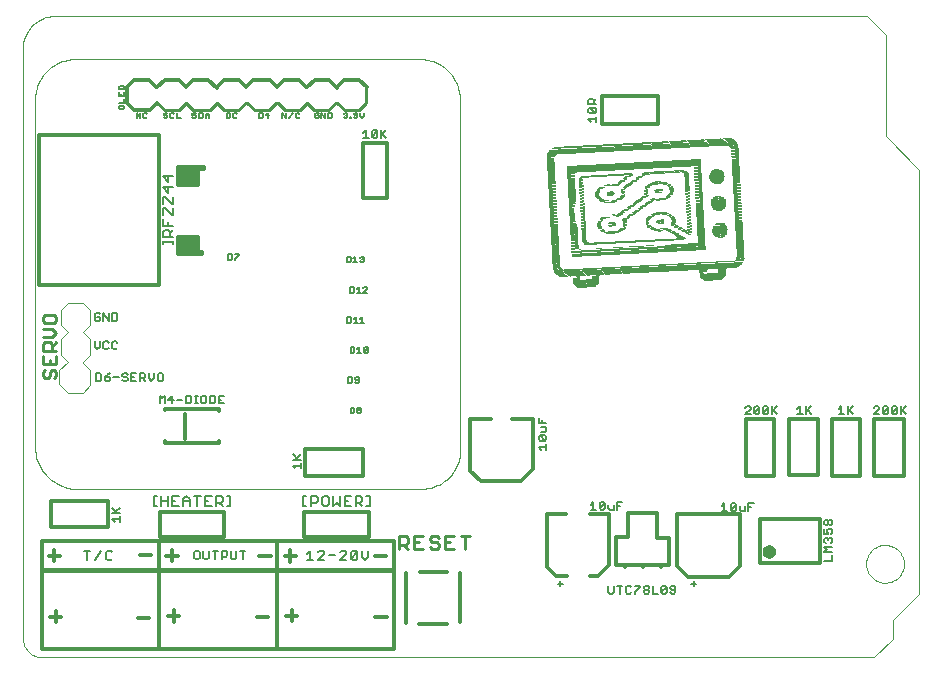
<source format=gto>
G75*
G70*
%OFA0B0*%
%FSLAX24Y24*%
%IPPOS*%
%LPD*%
%AMOC8*
5,1,8,0,0,1.08239X$1,22.5*
%
%ADD10C,0.0000*%
%ADD11C,0.0039*%
%ADD12C,0.0050*%
%ADD13C,0.0120*%
%ADD14C,0.0100*%
%ADD15C,0.0070*%
%ADD16C,0.0060*%
%ADD17C,0.0090*%
%ADD18C,0.0130*%
%ADD19C,0.0160*%
%ADD20C,0.0080*%
%ADD21R,0.0626X0.0025*%
%ADD22R,0.0625X0.0025*%
%ADD23R,0.0676X0.0025*%
%ADD24R,0.0674X0.0025*%
%ADD25R,0.0774X0.0025*%
%ADD26R,0.0824X0.0025*%
%ADD27R,0.0825X0.0025*%
%ADD28R,0.0874X0.0025*%
%ADD29R,0.0249X0.0025*%
%ADD30R,0.0250X0.0025*%
%ADD31R,0.0275X0.0025*%
%ADD32R,0.0274X0.0025*%
%ADD33R,0.0276X0.0025*%
%ADD34R,0.5850X0.0025*%
%ADD35R,0.6001X0.0025*%
%ADD36R,0.6100X0.0025*%
%ADD37R,0.6150X0.0025*%
%ADD38R,0.6200X0.0025*%
%ADD39R,0.6249X0.0025*%
%ADD40R,0.6301X0.0025*%
%ADD41R,0.6349X0.0025*%
%ADD42R,0.0325X0.0025*%
%ADD43R,0.0324X0.0025*%
%ADD44R,0.0301X0.0025*%
%ADD45R,0.0300X0.0025*%
%ADD46R,0.0251X0.0025*%
%ADD47R,0.4474X0.0025*%
%ADD48R,0.3025X0.0025*%
%ADD49R,0.0050X0.0025*%
%ADD50R,0.1299X0.0025*%
%ADD51R,0.2774X0.0025*%
%ADD52R,0.1150X0.0025*%
%ADD53R,0.3250X0.0025*%
%ADD54R,0.0176X0.0025*%
%ADD55R,0.3376X0.0025*%
%ADD56R,0.3401X0.0025*%
%ADD57R,0.0349X0.0025*%
%ADD58R,0.0199X0.0025*%
%ADD59R,0.0400X0.0025*%
%ADD60R,0.0150X0.0025*%
%ADD61R,0.0200X0.0025*%
%ADD62R,0.0424X0.0025*%
%ADD63R,0.0175X0.0025*%
%ADD64R,0.0475X0.0025*%
%ADD65R,0.0100X0.0025*%
%ADD66R,0.0500X0.0025*%
%ADD67R,0.0201X0.0025*%
%ADD68R,0.0524X0.0025*%
%ADD69R,0.0151X0.0025*%
%ADD70R,0.0426X0.0025*%
%ADD71R,0.0549X0.0025*%
%ADD72R,0.0576X0.0025*%
%ADD73R,0.0600X0.0025*%
%ADD74R,0.0449X0.0025*%
%ADD75R,0.0675X0.0025*%
%ADD76R,0.0225X0.0025*%
%ADD77R,0.0375X0.0025*%
%ADD78R,0.0174X0.0025*%
%ADD79R,0.0149X0.0025*%
%ADD80R,0.0224X0.0025*%
%ADD81R,0.0126X0.0025*%
%ADD82R,0.0124X0.0025*%
%ADD83R,0.0299X0.0025*%
%ADD84R,0.0551X0.0025*%
%ADD85R,0.0451X0.0025*%
%ADD86R,0.0550X0.0025*%
%ADD87R,0.0575X0.0025*%
%ADD88R,0.0526X0.0025*%
%ADD89R,0.1776X0.0025*%
%ADD90R,0.1524X0.0025*%
%ADD91R,0.1751X0.0025*%
%ADD92R,0.1474X0.0025*%
%ADD93R,0.1649X0.0025*%
%ADD94R,0.1349X0.0025*%
D10*
X029336Y004277D02*
X029338Y004327D01*
X029344Y004377D01*
X029354Y004426D01*
X029368Y004474D01*
X029385Y004521D01*
X029406Y004566D01*
X029431Y004610D01*
X029459Y004651D01*
X029491Y004690D01*
X029525Y004727D01*
X029562Y004761D01*
X029602Y004791D01*
X029644Y004818D01*
X029688Y004842D01*
X029734Y004863D01*
X029781Y004879D01*
X029829Y004892D01*
X029879Y004901D01*
X029928Y004906D01*
X029979Y004907D01*
X030029Y004904D01*
X030078Y004897D01*
X030127Y004886D01*
X030175Y004871D01*
X030221Y004853D01*
X030266Y004831D01*
X030309Y004805D01*
X030350Y004776D01*
X030389Y004744D01*
X030425Y004709D01*
X030457Y004671D01*
X030487Y004631D01*
X030514Y004588D01*
X030537Y004544D01*
X030556Y004498D01*
X030572Y004450D01*
X030584Y004401D01*
X030592Y004352D01*
X030596Y004302D01*
X030596Y004252D01*
X030592Y004202D01*
X030584Y004153D01*
X030572Y004104D01*
X030556Y004056D01*
X030537Y004010D01*
X030514Y003966D01*
X030487Y003923D01*
X030457Y003883D01*
X030425Y003845D01*
X030389Y003810D01*
X030350Y003778D01*
X030309Y003749D01*
X030266Y003723D01*
X030221Y003701D01*
X030175Y003683D01*
X030127Y003668D01*
X030078Y003657D01*
X030029Y003650D01*
X029979Y003647D01*
X029928Y003648D01*
X029879Y003653D01*
X029829Y003662D01*
X029781Y003675D01*
X029734Y003691D01*
X029688Y003712D01*
X029644Y003736D01*
X029602Y003763D01*
X029562Y003793D01*
X029525Y003827D01*
X029491Y003864D01*
X029459Y003903D01*
X029431Y003944D01*
X029406Y003988D01*
X029385Y004033D01*
X029368Y004080D01*
X029354Y004128D01*
X029344Y004177D01*
X029338Y004227D01*
X029336Y004277D01*
D11*
X029607Y001160D02*
X001857Y001160D01*
X001808Y001162D01*
X001759Y001168D01*
X001711Y001177D01*
X001664Y001191D01*
X001618Y001208D01*
X001573Y001228D01*
X001530Y001252D01*
X001490Y001279D01*
X001451Y001310D01*
X001415Y001343D01*
X001382Y001379D01*
X001351Y001418D01*
X001324Y001458D01*
X001300Y001501D01*
X001280Y001546D01*
X001263Y001592D01*
X001249Y001639D01*
X001240Y001687D01*
X001234Y001736D01*
X001232Y001785D01*
X001232Y021535D01*
X001238Y021600D01*
X001247Y021663D01*
X001261Y021726D01*
X001278Y021788D01*
X001299Y021849D01*
X001323Y021909D01*
X001352Y021967D01*
X001383Y022023D01*
X001418Y022077D01*
X001456Y022129D01*
X001497Y022178D01*
X001542Y022225D01*
X001589Y022270D01*
X001638Y022311D01*
X001690Y022349D01*
X001744Y022384D01*
X001800Y022415D01*
X001858Y022444D01*
X001918Y022468D01*
X001979Y022489D01*
X002041Y022506D01*
X002104Y022520D01*
X002167Y022529D01*
X002232Y022535D01*
X029357Y022535D01*
X029982Y021910D01*
X029982Y018535D01*
X031107Y017410D01*
X031107Y003285D01*
X030232Y002410D01*
X030232Y001785D01*
X029607Y001160D01*
X015803Y008188D02*
X015803Y019752D01*
X015797Y019761D02*
X015795Y019833D01*
X015788Y019905D01*
X015778Y019977D01*
X015765Y020048D01*
X015747Y020118D01*
X015725Y020187D01*
X015700Y020255D01*
X015672Y020322D01*
X015639Y020387D01*
X015604Y020450D01*
X015565Y020511D01*
X015522Y020569D01*
X015477Y020626D01*
X015429Y020680D01*
X015378Y020731D01*
X015324Y020780D01*
X015267Y020825D01*
X015209Y020867D01*
X015148Y020907D01*
X015085Y020943D01*
X015020Y020975D01*
X014954Y021004D01*
X014886Y021029D01*
X014817Y021051D01*
X014747Y021069D01*
X014676Y021083D01*
X014604Y021093D01*
X014532Y021099D01*
X014460Y021102D01*
X014387Y021101D01*
X014393Y021102D02*
X002973Y021102D01*
X002901Y021100D01*
X002829Y021093D01*
X002757Y021083D01*
X002686Y021070D01*
X002616Y021052D01*
X002547Y021030D01*
X002479Y021005D01*
X002412Y020977D01*
X002347Y020944D01*
X002284Y020909D01*
X002223Y020870D01*
X002165Y020827D01*
X002108Y020782D01*
X002054Y020734D01*
X002003Y020683D01*
X001954Y020629D01*
X001909Y020572D01*
X001867Y020514D01*
X001827Y020453D01*
X001791Y020390D01*
X001759Y020325D01*
X001730Y020259D01*
X001705Y020191D01*
X001683Y020122D01*
X001665Y020052D01*
X001651Y019981D01*
X001641Y019909D01*
X001635Y019837D01*
X001632Y019765D01*
X001633Y019692D01*
X001633Y019702D02*
X001633Y008108D01*
X001639Y008034D01*
X001649Y007960D01*
X001664Y007888D01*
X001681Y007816D01*
X001703Y007745D01*
X001728Y007675D01*
X001757Y007607D01*
X001789Y007540D01*
X001825Y007476D01*
X001864Y007413D01*
X001906Y007352D01*
X001952Y007293D01*
X002000Y007237D01*
X002051Y007184D01*
X002105Y007133D01*
X002162Y007085D01*
X002221Y007040D01*
X002282Y006998D01*
X002345Y006960D01*
X002410Y006924D01*
X002477Y006893D01*
X002545Y006864D01*
X002615Y006840D01*
X002686Y006819D01*
X002758Y006801D01*
X002831Y006788D01*
X002905Y006778D01*
X002978Y006772D01*
X003052Y006770D01*
X003127Y006772D01*
X003200Y006777D01*
X003201Y006778D02*
X014568Y006778D01*
X014637Y006783D01*
X014707Y006792D01*
X014775Y006805D01*
X014843Y006821D01*
X014910Y006841D01*
X014976Y006864D01*
X015040Y006891D01*
X015103Y006921D01*
X015164Y006954D01*
X015224Y006991D01*
X015281Y007031D01*
X015336Y007074D01*
X015388Y007120D01*
X015439Y007169D01*
X015486Y007220D01*
X015531Y007274D01*
X015572Y007330D01*
X015611Y007388D01*
X015646Y007448D01*
X015678Y007510D01*
X015707Y007573D01*
X015732Y007638D01*
X015754Y007705D01*
X015772Y007772D01*
X015786Y007840D01*
X015797Y007909D01*
X015804Y007979D01*
X015808Y008048D01*
X015807Y008118D01*
X015803Y008188D01*
X003470Y010222D02*
X003234Y009986D01*
X002722Y009986D01*
X002446Y010261D01*
X002446Y010734D01*
X002722Y011009D01*
X002486Y011246D01*
X002486Y011757D01*
X002722Y011994D01*
X002486Y012230D01*
X002486Y012742D01*
X002722Y012978D01*
X003234Y012978D01*
X003470Y012742D01*
X003470Y012230D01*
X003234Y011994D01*
X003470Y011757D01*
X003470Y011246D01*
X003234Y011009D01*
X003234Y010970D01*
X003470Y010734D01*
X003470Y010222D01*
D12*
X008080Y014417D02*
X008175Y014417D01*
X008207Y014449D01*
X008207Y014575D01*
X008175Y014607D01*
X008080Y014607D01*
X008080Y014417D01*
X008301Y014417D02*
X008301Y014449D01*
X008428Y014575D01*
X008428Y014607D01*
X008301Y014607D01*
X006240Y014932D02*
X006240Y015049D01*
X006240Y014990D02*
X005890Y014990D01*
X005890Y014932D02*
X005890Y015049D01*
X005890Y015178D02*
X005890Y015353D01*
X005948Y015411D01*
X006065Y015411D01*
X006123Y015353D01*
X006123Y015178D01*
X006123Y015294D02*
X006240Y015411D01*
X006240Y015546D02*
X005890Y015546D01*
X005890Y015779D01*
X005890Y015914D02*
X005890Y016148D01*
X005948Y016148D01*
X006182Y015914D01*
X006240Y015914D01*
X006240Y016148D01*
X006240Y016283D02*
X006240Y016516D01*
X006065Y016651D02*
X006065Y016884D01*
X006065Y017019D02*
X006065Y017253D01*
X005890Y017194D02*
X006065Y017019D01*
X006240Y017194D02*
X005890Y017194D01*
X005890Y016826D02*
X006065Y016651D01*
X005948Y016516D02*
X006182Y016283D01*
X006240Y016283D01*
X005890Y016283D02*
X005890Y016516D01*
X005948Y016516D01*
X005890Y016826D02*
X006240Y016826D01*
X006065Y015663D02*
X006065Y015546D01*
X006240Y015178D02*
X005890Y015178D01*
X005950Y019127D02*
X005918Y019159D01*
X005950Y019127D02*
X006013Y019127D01*
X006045Y019159D01*
X006045Y019191D01*
X006013Y019223D01*
X005950Y019223D01*
X005918Y019254D01*
X005918Y019286D01*
X005950Y019318D01*
X006013Y019318D01*
X006045Y019286D01*
X006139Y019286D02*
X006139Y019159D01*
X006171Y019127D01*
X006234Y019127D01*
X006266Y019159D01*
X006360Y019127D02*
X006487Y019127D01*
X006360Y019127D02*
X006360Y019318D01*
X006266Y019286D02*
X006234Y019318D01*
X006171Y019318D01*
X006139Y019286D01*
X005366Y019286D02*
X005334Y019318D01*
X005271Y019318D01*
X005239Y019286D01*
X005239Y019159D01*
X005271Y019127D01*
X005334Y019127D01*
X005366Y019159D01*
X005145Y019127D02*
X005145Y019318D01*
X005018Y019318D02*
X005145Y019127D01*
X005018Y019127D02*
X005018Y019318D01*
X004608Y019459D02*
X004608Y019523D01*
X004577Y019554D01*
X004450Y019554D01*
X004418Y019523D01*
X004418Y019459D01*
X004450Y019427D01*
X004577Y019427D01*
X004608Y019459D01*
X004608Y019648D02*
X004418Y019648D01*
X004608Y019648D02*
X004608Y019775D01*
X004608Y019869D02*
X004608Y019996D01*
X004608Y020090D02*
X004608Y020186D01*
X004577Y020217D01*
X004450Y020217D01*
X004418Y020186D01*
X004418Y020090D01*
X004608Y020090D01*
X004513Y019933D02*
X004513Y019869D01*
X004418Y019869D02*
X004608Y019869D01*
X004418Y019869D02*
X004418Y019996D01*
X006878Y019286D02*
X006878Y019254D01*
X006910Y019223D01*
X006973Y019223D01*
X007005Y019191D01*
X007005Y019159D01*
X006973Y019127D01*
X006910Y019127D01*
X006878Y019159D01*
X006878Y019286D02*
X006910Y019318D01*
X006973Y019318D01*
X007005Y019286D01*
X007099Y019318D02*
X007194Y019318D01*
X007226Y019286D01*
X007226Y019159D01*
X007194Y019127D01*
X007099Y019127D01*
X007099Y019318D01*
X007320Y019254D02*
X007320Y019127D01*
X007320Y019223D02*
X007447Y019223D01*
X007447Y019254D02*
X007447Y019127D01*
X007447Y019254D02*
X007384Y019318D01*
X007320Y019254D01*
X008018Y019318D02*
X008018Y019127D01*
X008113Y019127D01*
X008145Y019159D01*
X008145Y019286D01*
X008113Y019318D01*
X008018Y019318D01*
X008239Y019286D02*
X008239Y019159D01*
X008271Y019127D01*
X008334Y019127D01*
X008366Y019159D01*
X008366Y019286D02*
X008334Y019318D01*
X008271Y019318D01*
X008239Y019286D01*
X009098Y019318D02*
X009098Y019127D01*
X009193Y019127D01*
X009225Y019159D01*
X009225Y019286D01*
X009193Y019318D01*
X009098Y019318D01*
X009319Y019223D02*
X009446Y019223D01*
X009414Y019318D02*
X009319Y019223D01*
X009414Y019318D02*
X009414Y019127D01*
X009878Y019127D02*
X009878Y019318D01*
X010005Y019127D01*
X010005Y019318D01*
X010099Y019127D02*
X010226Y019318D01*
X010320Y019286D02*
X010320Y019159D01*
X010352Y019127D01*
X010415Y019127D01*
X010447Y019159D01*
X010447Y019286D02*
X010415Y019318D01*
X010352Y019318D01*
X010320Y019286D01*
X010958Y019286D02*
X010958Y019159D01*
X010990Y019127D01*
X011053Y019127D01*
X011085Y019159D01*
X011085Y019223D01*
X011022Y019223D01*
X011085Y019286D02*
X011053Y019318D01*
X010990Y019318D01*
X010958Y019286D01*
X011179Y019318D02*
X011306Y019127D01*
X011306Y019318D01*
X011400Y019318D02*
X011400Y019127D01*
X011495Y019127D01*
X011527Y019159D01*
X011527Y019286D01*
X011495Y019318D01*
X011400Y019318D01*
X011179Y019318D02*
X011179Y019127D01*
X011918Y019159D02*
X011950Y019127D01*
X012013Y019127D01*
X012045Y019159D01*
X012045Y019191D01*
X012013Y019223D01*
X011982Y019223D01*
X012013Y019223D02*
X012045Y019254D01*
X012045Y019286D01*
X012013Y019318D01*
X011950Y019318D01*
X011918Y019286D01*
X012139Y019159D02*
X012171Y019159D01*
X012171Y019127D01*
X012139Y019127D01*
X012139Y019159D01*
X012250Y019159D02*
X012282Y019127D01*
X012345Y019127D01*
X012377Y019159D01*
X012377Y019191D01*
X012345Y019223D01*
X012313Y019223D01*
X012345Y019223D02*
X012377Y019254D01*
X012377Y019286D01*
X012345Y019318D01*
X012282Y019318D01*
X012250Y019286D01*
X012471Y019318D02*
X012471Y019191D01*
X012534Y019127D01*
X012598Y019191D01*
X012598Y019318D01*
X012560Y014518D02*
X012592Y014487D01*
X012592Y014455D01*
X012560Y014423D01*
X012592Y014392D01*
X012592Y014360D01*
X012560Y014328D01*
X012497Y014328D01*
X012465Y014360D01*
X012529Y014423D02*
X012560Y014423D01*
X012560Y014518D02*
X012497Y014518D01*
X012465Y014487D01*
X012308Y014518D02*
X012308Y014328D01*
X012371Y014328D02*
X012244Y014328D01*
X012150Y014360D02*
X012150Y014487D01*
X012118Y014518D01*
X012023Y014518D01*
X012023Y014328D01*
X012118Y014328D01*
X012150Y014360D01*
X012244Y014455D02*
X012308Y014518D01*
X012233Y013489D02*
X012138Y013489D01*
X012138Y013299D01*
X012233Y013299D01*
X012264Y013331D01*
X012264Y013458D01*
X012233Y013489D01*
X012359Y013426D02*
X012422Y013489D01*
X012422Y013299D01*
X012359Y013299D02*
X012485Y013299D01*
X012580Y013299D02*
X012706Y013426D01*
X012706Y013458D01*
X012675Y013489D01*
X012611Y013489D01*
X012580Y013458D01*
X012580Y013299D02*
X012706Y013299D01*
X012543Y012489D02*
X012543Y012299D01*
X012480Y012299D02*
X012606Y012299D01*
X012480Y012426D02*
X012543Y012489D01*
X012322Y012489D02*
X012322Y012299D01*
X012259Y012299D02*
X012385Y012299D01*
X012259Y012426D02*
X012322Y012489D01*
X012164Y012457D02*
X012133Y012489D01*
X012038Y012489D01*
X012038Y012299D01*
X012133Y012299D01*
X012164Y012331D01*
X012164Y012457D01*
X012152Y011489D02*
X012247Y011489D01*
X012279Y011457D01*
X012279Y011330D01*
X012247Y011299D01*
X012152Y011299D01*
X012152Y011489D01*
X012373Y011425D02*
X012436Y011489D01*
X012436Y011299D01*
X012373Y011299D02*
X012500Y011299D01*
X012594Y011330D02*
X012721Y011457D01*
X012721Y011330D01*
X012689Y011299D01*
X012626Y011299D01*
X012594Y011330D01*
X012594Y011457D01*
X012626Y011489D01*
X012689Y011489D01*
X012721Y011457D01*
X012397Y010503D02*
X012333Y010503D01*
X012302Y010471D01*
X012302Y010439D01*
X012333Y010408D01*
X012428Y010408D01*
X012428Y010471D02*
X012397Y010503D01*
X012428Y010471D02*
X012428Y010344D01*
X012397Y010313D01*
X012333Y010313D01*
X012302Y010344D01*
X012207Y010344D02*
X012207Y010471D01*
X012176Y010503D01*
X012081Y010503D01*
X012081Y010313D01*
X012176Y010313D01*
X012207Y010344D01*
X012247Y009488D02*
X012152Y009488D01*
X012152Y009298D01*
X012247Y009298D01*
X012279Y009330D01*
X012279Y009457D01*
X012247Y009488D01*
X012373Y009457D02*
X012373Y009425D01*
X012405Y009393D01*
X012468Y009393D01*
X012500Y009361D01*
X012500Y009330D01*
X012468Y009298D01*
X012405Y009298D01*
X012373Y009330D01*
X012373Y009361D01*
X012405Y009393D01*
X012468Y009393D02*
X012500Y009425D01*
X012500Y009457D01*
X012468Y009488D01*
X012405Y009488D01*
X012373Y009457D01*
D13*
X012564Y008096D02*
X010635Y008096D01*
X010635Y007191D01*
X012564Y007191D01*
X012564Y008096D01*
X012761Y006009D02*
X010596Y006009D01*
X010596Y005183D01*
X012761Y005183D01*
X012761Y006009D01*
X013588Y005025D02*
X013588Y001442D01*
X009730Y001442D01*
X009690Y001482D01*
X009690Y004986D01*
X007919Y005183D02*
X007919Y006009D01*
X005793Y006009D01*
X005793Y005183D01*
X007919Y005183D01*
X005753Y005025D02*
X005753Y001482D01*
X001856Y001442D02*
X001856Y005025D01*
X005753Y005025D01*
X013588Y005025D01*
X014454Y004002D02*
X015360Y004002D01*
X015793Y003962D02*
X015793Y002348D01*
X015360Y002269D02*
X014415Y002269D01*
X013982Y002309D02*
X013982Y003962D01*
X016501Y007033D02*
X017840Y007033D01*
X018234Y007427D01*
X018234Y009120D01*
X017525Y009120D01*
X016816Y009120D02*
X016147Y009120D01*
X016147Y007387D01*
X016501Y007033D01*
X018706Y005931D02*
X019336Y005931D01*
X018706Y005931D02*
X018706Y004159D01*
X018982Y003883D01*
X019375Y003883D01*
X020123Y003883D02*
X020399Y003883D01*
X020753Y004238D01*
X020753Y005931D01*
X020123Y005931D01*
X020990Y005183D02*
X020990Y004238D01*
X022761Y004238D01*
X022761Y005143D01*
X022368Y005143D01*
X022368Y005970D01*
X021383Y005970D01*
X021383Y005222D01*
X021383Y005183D02*
X020990Y005183D01*
X021305Y004198D02*
X021305Y004159D01*
X021895Y004159D02*
X021895Y004198D01*
X022486Y004198D02*
X022486Y004159D01*
X023037Y004198D02*
X023037Y005931D01*
X025123Y005931D01*
X025123Y004198D01*
X024769Y003844D01*
X023431Y003844D01*
X023391Y003844D02*
X023037Y004198D01*
X025793Y004316D02*
X025793Y005773D01*
X027801Y005773D01*
X027801Y004316D01*
X025793Y004316D01*
X026029Y004671D02*
X026031Y004689D01*
X026037Y004705D01*
X026046Y004720D01*
X026059Y004733D01*
X026074Y004742D01*
X026090Y004748D01*
X026108Y004750D01*
X026126Y004748D01*
X026142Y004742D01*
X026157Y004733D01*
X026170Y004720D01*
X026179Y004705D01*
X026185Y004689D01*
X026187Y004671D01*
X026185Y004653D01*
X026179Y004637D01*
X026170Y004622D01*
X026157Y004609D01*
X026142Y004600D01*
X026126Y004594D01*
X026108Y004592D01*
X026090Y004594D01*
X026074Y004600D01*
X026059Y004609D01*
X026046Y004622D01*
X026037Y004637D01*
X026031Y004653D01*
X026029Y004671D01*
X025951Y004671D02*
X025953Y004696D01*
X025959Y004720D01*
X025968Y004742D01*
X025981Y004763D01*
X025997Y004782D01*
X026016Y004798D01*
X026037Y004811D01*
X026059Y004820D01*
X026083Y004826D01*
X026108Y004828D01*
X026133Y004826D01*
X026157Y004820D01*
X026179Y004811D01*
X026200Y004798D01*
X026219Y004782D01*
X026235Y004763D01*
X026248Y004742D01*
X026257Y004720D01*
X026263Y004696D01*
X026265Y004671D01*
X026263Y004646D01*
X026257Y004622D01*
X026248Y004600D01*
X026235Y004579D01*
X026219Y004560D01*
X026200Y004544D01*
X026179Y004531D01*
X026157Y004522D01*
X026133Y004516D01*
X026108Y004514D01*
X026083Y004516D01*
X026059Y004522D01*
X026037Y004531D01*
X026016Y004544D01*
X025997Y004560D01*
X025981Y004579D01*
X025968Y004600D01*
X025959Y004622D01*
X025953Y004646D01*
X025951Y004671D01*
X026265Y007191D02*
X025320Y007191D01*
X025320Y009120D01*
X026265Y009120D01*
X026265Y007191D01*
X026777Y007230D02*
X027722Y007230D01*
X027722Y009120D01*
X026777Y009120D01*
X026777Y007230D01*
X028194Y007191D02*
X028194Y009120D01*
X029139Y009120D01*
X029139Y007191D01*
X028194Y007191D01*
X029612Y007191D02*
X029612Y009120D01*
X030596Y009120D01*
X030596Y007191D01*
X029612Y007191D01*
X022407Y018923D02*
X020517Y018923D01*
X020517Y019868D01*
X022407Y019868D01*
X022407Y018923D01*
X013352Y018293D02*
X013352Y016482D01*
X012564Y016482D01*
X012564Y018293D01*
X013352Y018293D01*
X011698Y020143D02*
X011698Y020183D01*
X011934Y020419D01*
X012446Y020419D01*
X012683Y020183D01*
X011698Y020143D02*
X011423Y020419D01*
X010950Y020419D01*
X010714Y020183D01*
X010675Y020183D01*
X010438Y020419D01*
X009927Y020419D01*
X009690Y020183D01*
X009454Y020419D01*
X008903Y020419D01*
X008667Y020183D01*
X008431Y020419D01*
X007919Y020419D01*
X007683Y020183D01*
X007683Y020143D01*
X007407Y020419D01*
X006895Y020419D01*
X006659Y020183D01*
X006423Y020419D01*
X005950Y020419D01*
X005714Y020183D01*
X005675Y020183D01*
X005438Y020419D01*
X004927Y020419D01*
X004690Y020183D01*
X004690Y020143D01*
X004693Y020182D02*
X004693Y019642D01*
X004933Y019402D01*
X005473Y019402D01*
X005713Y019642D01*
X005753Y018568D02*
X001777Y018568D01*
X001777Y013568D01*
X001816Y013568D02*
X005753Y013568D01*
X005753Y018568D01*
X006383Y017505D02*
X007249Y017505D01*
X007249Y017427D01*
X007053Y017427D01*
X006462Y017427D01*
X006462Y016994D01*
X006974Y016994D01*
X006974Y017348D01*
X006501Y017348D01*
X006501Y017072D01*
X006541Y017033D01*
X006856Y017033D01*
X006895Y017072D01*
X006895Y017269D01*
X006541Y017269D01*
X006541Y017151D01*
X006816Y017151D01*
X007053Y016915D02*
X006383Y016915D01*
X006383Y017505D01*
X007053Y017427D02*
X007053Y016915D01*
X007053Y015183D02*
X006383Y015183D01*
X006383Y014592D01*
X007210Y014592D01*
X007210Y014671D01*
X007092Y014671D01*
X006423Y014671D01*
X006423Y014750D02*
X006423Y014828D01*
X006974Y014828D01*
X006974Y014868D01*
X006934Y014907D01*
X006462Y014907D01*
X006423Y014946D01*
X006462Y014986D02*
X006462Y015065D01*
X006423Y015104D01*
X006895Y015104D01*
X006934Y015065D01*
X006974Y015104D01*
X006974Y014907D01*
X006934Y014986D02*
X006462Y014986D01*
X006423Y014750D02*
X006974Y014750D01*
X007053Y014710D02*
X007092Y014671D01*
X007053Y014710D02*
X007053Y015183D01*
X007761Y009435D02*
X005950Y009435D01*
X005950Y009395D01*
X006620Y009277D02*
X006620Y008450D01*
X005950Y008372D02*
X005950Y008293D01*
X007761Y008293D01*
X007761Y008372D01*
X007761Y009356D02*
X007761Y009435D01*
X004060Y006364D02*
X004060Y005498D01*
X002171Y005498D01*
X002171Y006364D01*
X004060Y006364D01*
X001856Y001442D02*
X009730Y001442D01*
D14*
X013756Y004760D02*
X013756Y005221D01*
X013986Y005221D01*
X014063Y005144D01*
X014063Y004990D01*
X013986Y004914D01*
X013756Y004914D01*
X013910Y004914D02*
X014063Y004760D01*
X014272Y004760D02*
X014579Y004760D01*
X014787Y004837D02*
X014864Y004760D01*
X015018Y004760D01*
X015094Y004837D01*
X015094Y004914D01*
X015018Y004990D01*
X014864Y004990D01*
X014787Y005067D01*
X014787Y005144D01*
X014864Y005221D01*
X015018Y005221D01*
X015094Y005144D01*
X015303Y005221D02*
X015303Y004760D01*
X015610Y004760D01*
X015457Y004990D02*
X015303Y004990D01*
X015303Y005221D02*
X015610Y005221D01*
X015819Y005221D02*
X016126Y005221D01*
X015972Y005221D02*
X015972Y004760D01*
X014579Y005221D02*
X014272Y005221D01*
X014272Y004760D01*
X014272Y004990D02*
X014425Y004990D01*
X012433Y019402D02*
X011953Y019402D01*
X011713Y019642D01*
X011653Y019642D01*
X011413Y019402D01*
X010933Y019402D01*
X010693Y019642D01*
X010453Y019402D01*
X009973Y019402D01*
X009733Y019642D01*
X009673Y019642D01*
X009433Y019402D01*
X008953Y019402D01*
X008713Y019642D01*
X008653Y019642D01*
X008413Y019402D01*
X007933Y019402D01*
X007693Y019642D01*
X007453Y019402D01*
X006913Y019402D01*
X006673Y019642D01*
X006433Y019402D01*
X005953Y019402D01*
X005713Y019642D01*
X012433Y019402D02*
X012673Y019642D01*
X012673Y020182D01*
D15*
X012481Y006538D02*
X012316Y006538D01*
X012316Y006207D01*
X012316Y006317D02*
X012481Y006317D01*
X012536Y006372D01*
X012536Y006483D01*
X012481Y006538D01*
X012678Y006532D02*
X012788Y006532D01*
X012788Y006202D01*
X012678Y006202D01*
X012536Y006207D02*
X012426Y006317D01*
X012168Y006207D02*
X011948Y006207D01*
X011948Y006538D01*
X012168Y006538D01*
X012058Y006372D02*
X011948Y006372D01*
X011799Y006207D02*
X011799Y006538D01*
X011579Y006538D02*
X011579Y006207D01*
X011689Y006317D01*
X011799Y006207D01*
X011431Y006262D02*
X011431Y006483D01*
X011376Y006538D01*
X011266Y006538D01*
X011211Y006483D01*
X011211Y006262D01*
X011266Y006207D01*
X011376Y006207D01*
X011431Y006262D01*
X011063Y006372D02*
X011008Y006317D01*
X010843Y006317D01*
X010843Y006207D02*
X010843Y006538D01*
X011008Y006538D01*
X011063Y006483D01*
X011063Y006372D01*
X010662Y006532D02*
X010552Y006532D01*
X010552Y006202D01*
X010662Y006202D01*
X008143Y006202D02*
X008143Y006532D01*
X008032Y006532D01*
X007889Y006477D02*
X007889Y006367D01*
X007834Y006312D01*
X007669Y006312D01*
X007669Y006202D02*
X007669Y006532D01*
X007834Y006532D01*
X007889Y006477D01*
X007779Y006312D02*
X007889Y006202D01*
X008032Y006202D02*
X008143Y006202D01*
X007521Y006202D02*
X007301Y006202D01*
X007301Y006532D01*
X007521Y006532D01*
X007411Y006367D02*
X007301Y006367D01*
X007153Y006532D02*
X006933Y006532D01*
X007043Y006532D02*
X007043Y006202D01*
X006785Y006202D02*
X006785Y006422D01*
X006674Y006532D01*
X006564Y006422D01*
X006564Y006202D01*
X006416Y006202D02*
X006196Y006202D01*
X006196Y006532D01*
X006416Y006532D01*
X006306Y006367D02*
X006196Y006367D01*
X006048Y006367D02*
X005828Y006367D01*
X005828Y006202D02*
X005828Y006532D01*
X005702Y006532D02*
X005592Y006532D01*
X005592Y006202D01*
X005702Y006202D01*
X006048Y006202D02*
X006048Y006532D01*
X006564Y006367D02*
X006785Y006367D01*
D16*
X006986Y004700D02*
X006941Y004655D01*
X006941Y004475D01*
X006986Y004430D01*
X007076Y004430D01*
X007121Y004475D01*
X007121Y004655D01*
X007076Y004700D01*
X006986Y004700D01*
X007245Y004700D02*
X007245Y004475D01*
X007290Y004430D01*
X007380Y004430D01*
X007425Y004475D01*
X007425Y004700D01*
X007549Y004700D02*
X007729Y004700D01*
X007639Y004700D02*
X007639Y004430D01*
X007853Y004430D02*
X007853Y004700D01*
X007988Y004700D01*
X008033Y004655D01*
X008033Y004565D01*
X007988Y004520D01*
X007853Y004520D01*
X008157Y004475D02*
X008202Y004430D01*
X008292Y004430D01*
X008337Y004475D01*
X008337Y004700D01*
X008460Y004700D02*
X008641Y004700D01*
X008551Y004700D02*
X008551Y004430D01*
X008157Y004475D02*
X008157Y004700D01*
X010314Y007457D02*
X010227Y007543D01*
X010487Y007543D01*
X010487Y007457D02*
X010487Y007630D01*
X010487Y007751D02*
X010227Y007751D01*
X010357Y007795D02*
X010487Y007925D01*
X010400Y007751D02*
X010227Y007925D01*
X007921Y009622D02*
X007748Y009622D01*
X007748Y009882D01*
X007921Y009882D01*
X007834Y009752D02*
X007748Y009752D01*
X007627Y009665D02*
X007627Y009839D01*
X007583Y009882D01*
X007453Y009882D01*
X007453Y009622D01*
X007583Y009622D01*
X007627Y009665D01*
X007332Y009665D02*
X007332Y009839D01*
X007289Y009882D01*
X007202Y009882D01*
X007158Y009839D01*
X007158Y009665D01*
X007202Y009622D01*
X007289Y009622D01*
X007332Y009665D01*
X007049Y009622D02*
X006962Y009622D01*
X007005Y009622D02*
X007005Y009882D01*
X006962Y009882D02*
X007049Y009882D01*
X006841Y009839D02*
X006797Y009882D01*
X006667Y009882D01*
X006667Y009622D01*
X006797Y009622D01*
X006841Y009665D01*
X006841Y009839D01*
X006546Y009752D02*
X006373Y009752D01*
X006251Y009752D02*
X006078Y009752D01*
X006208Y009882D01*
X006208Y009622D01*
X005957Y009622D02*
X005957Y009882D01*
X005870Y009796D01*
X005783Y009882D01*
X005783Y009622D01*
X005763Y010370D02*
X005850Y010370D01*
X005893Y010413D01*
X005893Y010587D01*
X005850Y010630D01*
X005763Y010630D01*
X005720Y010587D01*
X005720Y010413D01*
X005763Y010370D01*
X005599Y010457D02*
X005599Y010630D01*
X005599Y010457D02*
X005512Y010370D01*
X005425Y010457D01*
X005425Y010630D01*
X005304Y010587D02*
X005304Y010500D01*
X005261Y010457D01*
X005131Y010457D01*
X005217Y010457D02*
X005304Y010370D01*
X005131Y010370D02*
X005131Y010630D01*
X005261Y010630D01*
X005304Y010587D01*
X005009Y010630D02*
X004836Y010630D01*
X004836Y010370D01*
X005009Y010370D01*
X004923Y010500D02*
X004836Y010500D01*
X004715Y010457D02*
X004715Y010413D01*
X004671Y010370D01*
X004585Y010370D01*
X004541Y010413D01*
X004585Y010500D02*
X004541Y010544D01*
X004541Y010587D01*
X004585Y010630D01*
X004671Y010630D01*
X004715Y010587D01*
X004671Y010500D02*
X004715Y010457D01*
X004671Y010500D02*
X004585Y010500D01*
X004420Y010500D02*
X004247Y010500D01*
X004126Y010457D02*
X004082Y010500D01*
X003952Y010500D01*
X003952Y010413D01*
X003995Y010370D01*
X004082Y010370D01*
X004126Y010413D01*
X004126Y010457D01*
X004039Y010587D02*
X003952Y010500D01*
X004039Y010587D02*
X004126Y010630D01*
X003831Y010587D02*
X003831Y010413D01*
X003787Y010370D01*
X003657Y010370D01*
X003657Y010630D01*
X003787Y010630D01*
X003831Y010587D01*
X003956Y011433D02*
X004043Y011433D01*
X004086Y011476D01*
X004207Y011476D02*
X004251Y011433D01*
X004337Y011433D01*
X004381Y011476D01*
X004207Y011476D02*
X004207Y011650D01*
X004251Y011693D01*
X004337Y011693D01*
X004381Y011650D01*
X004086Y011650D02*
X004043Y011693D01*
X003956Y011693D01*
X003913Y011650D01*
X003913Y011476D01*
X003956Y011433D01*
X003791Y011520D02*
X003791Y011693D01*
X003618Y011693D02*
X003618Y011520D01*
X003705Y011433D01*
X003791Y011520D01*
X003748Y012378D02*
X003791Y012421D01*
X003791Y012508D01*
X003705Y012508D01*
X003791Y012595D02*
X003748Y012638D01*
X003661Y012638D01*
X003618Y012595D01*
X003618Y012421D01*
X003661Y012378D01*
X003748Y012378D01*
X003913Y012378D02*
X003913Y012638D01*
X004086Y012378D01*
X004086Y012638D01*
X004207Y012638D02*
X004337Y012638D01*
X004381Y012595D01*
X004381Y012421D01*
X004337Y012378D01*
X004207Y012378D01*
X004207Y012638D01*
X012577Y018475D02*
X012750Y018475D01*
X012663Y018475D02*
X012663Y018736D01*
X012577Y018649D01*
X012871Y018692D02*
X012871Y018519D01*
X013045Y018692D01*
X013045Y018519D01*
X013001Y018475D01*
X012915Y018475D01*
X012871Y018519D01*
X012871Y018692D02*
X012915Y018736D01*
X013001Y018736D01*
X013045Y018692D01*
X013166Y018736D02*
X013166Y018475D01*
X013166Y018562D02*
X013339Y018736D01*
X013209Y018605D02*
X013339Y018475D01*
X020074Y019100D02*
X020335Y019100D01*
X020335Y019014D02*
X020335Y019187D01*
X020291Y019308D02*
X020118Y019308D01*
X020074Y019352D01*
X020074Y019438D01*
X020118Y019482D01*
X020291Y019308D01*
X020335Y019352D01*
X020335Y019438D01*
X020291Y019482D01*
X020118Y019482D01*
X020074Y019603D02*
X020074Y019733D01*
X020118Y019777D01*
X020205Y019777D01*
X020248Y019733D01*
X020248Y019603D01*
X020335Y019603D02*
X020074Y019603D01*
X020248Y019690D02*
X020335Y019777D01*
X020074Y019100D02*
X020161Y019014D01*
X025354Y009528D02*
X025311Y009485D01*
X025354Y009528D02*
X025441Y009528D01*
X025484Y009485D01*
X025484Y009441D01*
X025311Y009268D01*
X025484Y009268D01*
X025606Y009311D02*
X025779Y009485D01*
X025779Y009311D01*
X025736Y009268D01*
X025649Y009268D01*
X025606Y009311D01*
X025606Y009485D01*
X025649Y009528D01*
X025736Y009528D01*
X025779Y009485D01*
X025900Y009485D02*
X025944Y009528D01*
X026030Y009528D01*
X026074Y009485D01*
X025900Y009311D01*
X025944Y009268D01*
X026030Y009268D01*
X026074Y009311D01*
X026074Y009485D01*
X026195Y009528D02*
X026195Y009268D01*
X026195Y009354D02*
X026368Y009528D01*
X026238Y009398D02*
X026368Y009268D01*
X025900Y009311D02*
X025900Y009485D01*
X027044Y009436D02*
X027131Y009523D01*
X027131Y009263D01*
X027044Y009263D02*
X027218Y009263D01*
X027339Y009263D02*
X027339Y009523D01*
X027382Y009393D02*
X027513Y009263D01*
X027339Y009349D02*
X027513Y009523D01*
X028422Y009436D02*
X028509Y009523D01*
X028509Y009263D01*
X028422Y009263D02*
X028596Y009263D01*
X028717Y009263D02*
X028717Y009523D01*
X028760Y009393D02*
X028891Y009263D01*
X028717Y009349D02*
X028891Y009523D01*
X029602Y009485D02*
X029646Y009528D01*
X029732Y009528D01*
X029776Y009485D01*
X029776Y009441D01*
X029602Y009268D01*
X029776Y009268D01*
X029897Y009311D02*
X030070Y009485D01*
X030070Y009311D01*
X030027Y009268D01*
X029940Y009268D01*
X029897Y009311D01*
X029897Y009485D01*
X029940Y009528D01*
X030027Y009528D01*
X030070Y009485D01*
X030192Y009485D02*
X030235Y009528D01*
X030322Y009528D01*
X030365Y009485D01*
X030192Y009311D01*
X030235Y009268D01*
X030322Y009268D01*
X030365Y009311D01*
X030365Y009485D01*
X030486Y009528D02*
X030486Y009268D01*
X030486Y009354D02*
X030660Y009528D01*
X030530Y009398D02*
X030660Y009268D01*
X030192Y009311D02*
X030192Y009485D01*
X025583Y006295D02*
X025410Y006295D01*
X025410Y006034D01*
X025289Y006034D02*
X025289Y006208D01*
X025410Y006164D02*
X025497Y006164D01*
X025289Y006034D02*
X025159Y006034D01*
X025115Y006078D01*
X025115Y006208D01*
X024994Y006251D02*
X024821Y006078D01*
X024864Y006034D01*
X024951Y006034D01*
X024994Y006078D01*
X024994Y006251D01*
X024951Y006295D01*
X024864Y006295D01*
X024821Y006251D01*
X024821Y006078D01*
X024699Y006034D02*
X024526Y006034D01*
X024613Y006034D02*
X024613Y006295D01*
X024526Y006208D01*
X021211Y006339D02*
X021037Y006339D01*
X021037Y006079D01*
X020916Y006079D02*
X020916Y006252D01*
X021037Y006209D02*
X021124Y006209D01*
X020916Y006079D02*
X020786Y006079D01*
X020743Y006122D01*
X020743Y006252D01*
X020622Y006296D02*
X020448Y006122D01*
X020491Y006079D01*
X020578Y006079D01*
X020622Y006122D01*
X020622Y006296D01*
X020578Y006339D01*
X020491Y006339D01*
X020448Y006296D01*
X020448Y006122D01*
X020327Y006079D02*
X020153Y006079D01*
X020240Y006079D02*
X020240Y006339D01*
X020153Y006252D01*
X018676Y008087D02*
X018676Y008260D01*
X018676Y008173D02*
X018416Y008173D01*
X018503Y008087D01*
X018459Y008381D02*
X018416Y008425D01*
X018416Y008511D01*
X018459Y008555D01*
X018633Y008381D01*
X018676Y008425D01*
X018676Y008511D01*
X018633Y008555D01*
X018459Y008555D01*
X018503Y008676D02*
X018633Y008676D01*
X018676Y008719D01*
X018676Y008849D01*
X018503Y008849D01*
X018546Y008971D02*
X018546Y009057D01*
X018676Y008971D02*
X018416Y008971D01*
X018416Y009144D01*
X018459Y008381D02*
X018633Y008381D01*
X019138Y003697D02*
X019138Y003524D01*
X019051Y003610D02*
X019225Y003610D01*
X020744Y003544D02*
X020744Y003327D01*
X020787Y003284D01*
X020874Y003284D01*
X020917Y003327D01*
X020917Y003544D01*
X021039Y003544D02*
X021212Y003544D01*
X021125Y003544D02*
X021125Y003284D01*
X021333Y003327D02*
X021377Y003284D01*
X021463Y003284D01*
X021507Y003327D01*
X021628Y003327D02*
X021628Y003284D01*
X021628Y003327D02*
X021801Y003500D01*
X021801Y003544D01*
X021628Y003544D01*
X021507Y003500D02*
X021463Y003544D01*
X021377Y003544D01*
X021333Y003500D01*
X021333Y003327D01*
X021923Y003327D02*
X021923Y003370D01*
X021966Y003414D01*
X022053Y003414D01*
X022096Y003370D01*
X022096Y003327D01*
X022053Y003284D01*
X021966Y003284D01*
X021923Y003327D01*
X021966Y003414D02*
X021923Y003457D01*
X021923Y003500D01*
X021966Y003544D01*
X022053Y003544D01*
X022096Y003500D01*
X022096Y003457D01*
X022053Y003414D01*
X022217Y003544D02*
X022217Y003284D01*
X022391Y003284D01*
X022512Y003327D02*
X022685Y003500D01*
X022685Y003327D01*
X022642Y003284D01*
X022555Y003284D01*
X022512Y003327D01*
X022512Y003500D01*
X022555Y003544D01*
X022642Y003544D01*
X022685Y003500D01*
X022807Y003500D02*
X022850Y003544D01*
X022937Y003544D01*
X022980Y003500D01*
X022980Y003327D01*
X022937Y003284D01*
X022850Y003284D01*
X022807Y003327D01*
X022850Y003414D02*
X022980Y003414D01*
X022850Y003414D02*
X022807Y003457D01*
X022807Y003500D01*
X023500Y003610D02*
X023673Y003610D01*
X023587Y003524D02*
X023587Y003697D01*
X027943Y004386D02*
X028204Y004386D01*
X028204Y004559D01*
X028204Y004681D02*
X027943Y004681D01*
X028030Y004767D01*
X027943Y004854D01*
X028204Y004854D01*
X028160Y004975D02*
X028204Y005019D01*
X028204Y005105D01*
X028160Y005149D01*
X028117Y005149D01*
X028074Y005105D01*
X028074Y005062D01*
X028074Y005105D02*
X028030Y005149D01*
X027987Y005149D01*
X027943Y005105D01*
X027943Y005019D01*
X027987Y004975D01*
X027943Y005270D02*
X028074Y005270D01*
X028030Y005357D01*
X028030Y005400D01*
X028074Y005443D01*
X028160Y005443D01*
X028204Y005400D01*
X028204Y005313D01*
X028160Y005270D01*
X027943Y005270D02*
X027943Y005443D01*
X027987Y005564D02*
X027943Y005608D01*
X027943Y005695D01*
X027987Y005738D01*
X028030Y005738D01*
X028074Y005695D01*
X028074Y005608D01*
X028030Y005564D01*
X027987Y005564D01*
X028074Y005608D02*
X028117Y005564D01*
X028160Y005564D01*
X028204Y005608D01*
X028204Y005695D01*
X028160Y005738D01*
X028117Y005738D01*
X028074Y005695D01*
X004464Y005685D02*
X004464Y005859D01*
X004464Y005772D02*
X004203Y005772D01*
X004290Y005685D01*
X004203Y005980D02*
X004464Y005980D01*
X004377Y005980D02*
X004203Y006153D01*
X004333Y006023D02*
X004464Y006153D01*
D17*
X002254Y010464D02*
X002323Y010532D01*
X002323Y010669D01*
X002254Y010737D01*
X002186Y010737D01*
X002117Y010669D01*
X002117Y010532D01*
X002049Y010464D01*
X001981Y010464D01*
X001912Y010532D01*
X001912Y010669D01*
X001981Y010737D01*
X001912Y010924D02*
X002323Y010924D01*
X002323Y011198D01*
X002323Y011385D02*
X001912Y011385D01*
X001912Y011590D01*
X001981Y011658D01*
X002117Y011658D01*
X002186Y011590D01*
X002186Y011385D01*
X002186Y011521D02*
X002323Y011658D01*
X002186Y011845D02*
X002323Y011982D01*
X002186Y012119D01*
X001912Y012119D01*
X001981Y012305D02*
X001912Y012374D01*
X001912Y012511D01*
X001981Y012579D01*
X002254Y012579D01*
X002323Y012511D01*
X002323Y012374D01*
X002254Y012305D01*
X001981Y012305D01*
X001912Y011845D02*
X002186Y011845D01*
X001912Y011198D02*
X001912Y010924D01*
X002117Y010924D02*
X002117Y011061D01*
D18*
X002279Y004741D02*
X002279Y004360D01*
X002089Y004550D02*
X002469Y004550D01*
X002322Y002711D02*
X002322Y002331D01*
X002132Y002521D02*
X002512Y002521D01*
X005061Y002478D02*
X005442Y002478D01*
X006062Y002536D02*
X006442Y002536D01*
X006252Y002726D02*
X006252Y002345D01*
X006195Y004360D02*
X006195Y004741D01*
X006385Y004550D02*
X006004Y004550D01*
X005499Y004565D02*
X005118Y004565D01*
X009034Y002507D02*
X009414Y002507D01*
X009991Y002550D02*
X010372Y002550D01*
X010182Y002740D02*
X010182Y002360D01*
X010139Y004346D02*
X010139Y004726D01*
X010329Y004536D02*
X009948Y004536D01*
X009486Y004522D02*
X009105Y004522D01*
X012964Y004550D02*
X013344Y004550D01*
X013358Y002521D02*
X012978Y002521D01*
D19*
X013570Y004086D02*
X001895Y004086D01*
D20*
X003264Y004718D02*
X003478Y004718D01*
X003371Y004718D02*
X003371Y004397D01*
X003633Y004397D02*
X003846Y004718D01*
X004001Y004664D02*
X004001Y004451D01*
X004054Y004397D01*
X004161Y004397D01*
X004214Y004451D01*
X004214Y004664D02*
X004161Y004718D01*
X004054Y004718D01*
X004001Y004664D01*
X010692Y004614D02*
X010799Y004720D01*
X010799Y004400D01*
X010905Y004400D02*
X010692Y004400D01*
X011060Y004400D02*
X011274Y004614D01*
X011274Y004667D01*
X011220Y004720D01*
X011113Y004720D01*
X011060Y004667D01*
X011060Y004400D02*
X011274Y004400D01*
X011428Y004560D02*
X011642Y004560D01*
X011797Y004667D02*
X011850Y004720D01*
X011957Y004720D01*
X012010Y004667D01*
X012010Y004614D01*
X011797Y004400D01*
X012010Y004400D01*
X012165Y004453D02*
X012165Y004667D01*
X012218Y004720D01*
X012325Y004720D01*
X012379Y004667D01*
X012165Y004453D01*
X012218Y004400D01*
X012325Y004400D01*
X012379Y004453D01*
X012379Y004667D01*
X012533Y004720D02*
X012533Y004507D01*
X012640Y004400D01*
X012747Y004507D01*
X012747Y004720D01*
D21*
G36*
X020325Y013513D02*
X019701Y013481D01*
X019699Y013505D01*
X020323Y013537D01*
X020325Y013513D01*
G37*
D22*
G36*
X024544Y013741D02*
X023922Y013709D01*
X023920Y013733D01*
X024542Y013765D01*
X024544Y013741D01*
G37*
D23*
G36*
X020349Y013540D02*
X019675Y013504D01*
X019673Y013528D01*
X020347Y013564D01*
X020349Y013540D01*
G37*
D24*
G36*
X024567Y013768D02*
X023895Y013732D01*
X023893Y013756D01*
X024565Y013792D01*
X024567Y013768D01*
G37*
D25*
G36*
X024615Y013795D02*
X023843Y013755D01*
X023841Y013779D01*
X024613Y013819D01*
X024615Y013795D01*
G37*
G36*
X024614Y013820D02*
X023842Y013780D01*
X023840Y013804D01*
X024612Y013844D01*
X024614Y013820D01*
G37*
G36*
X020397Y013567D02*
X019625Y013527D01*
X019623Y013551D01*
X020395Y013591D01*
X020397Y013567D01*
G37*
G36*
X020395Y013592D02*
X019623Y013552D01*
X019621Y013576D01*
X020393Y013616D01*
X020395Y013592D01*
G37*
D26*
G36*
X020419Y013619D02*
X019597Y013575D01*
X019595Y013599D01*
X020417Y013643D01*
X020419Y013619D01*
G37*
D27*
G36*
X024638Y013847D02*
X023816Y013803D01*
X023814Y013827D01*
X024636Y013871D01*
X024638Y013847D01*
G37*
D28*
G36*
X024661Y013873D02*
X023789Y013827D01*
X023787Y013851D01*
X024659Y013897D01*
X024661Y013873D01*
G37*
G36*
X024660Y013898D02*
X023788Y013852D01*
X023786Y013876D01*
X024658Y013922D01*
X024660Y013898D01*
G37*
G36*
X024659Y013923D02*
X023787Y013877D01*
X023785Y013901D01*
X024657Y013947D01*
X024659Y013923D01*
G37*
G36*
X024657Y013948D02*
X023785Y013902D01*
X023783Y013926D01*
X024655Y013972D01*
X024657Y013948D01*
G37*
G36*
X024656Y013973D02*
X023784Y013927D01*
X023782Y013951D01*
X024654Y013997D01*
X024656Y013973D01*
G37*
G36*
X020437Y013744D02*
X019565Y013698D01*
X019563Y013722D01*
X020435Y013768D01*
X020437Y013744D01*
G37*
G36*
X020439Y013719D02*
X019567Y013673D01*
X019565Y013697D01*
X020437Y013743D01*
X020439Y013719D01*
G37*
G36*
X020440Y013694D02*
X019568Y013648D01*
X019566Y013672D01*
X020438Y013718D01*
X020440Y013694D01*
G37*
G36*
X020441Y013669D02*
X019569Y013623D01*
X019567Y013647D01*
X020439Y013693D01*
X020441Y013669D01*
G37*
G36*
X020443Y013644D02*
X019571Y013598D01*
X019569Y013622D01*
X020441Y013668D01*
X020443Y013644D01*
G37*
D29*
G36*
X020435Y013770D02*
X020188Y013757D01*
X020187Y013780D01*
X020434Y013793D01*
X020435Y013770D01*
G37*
G36*
X020434Y013795D02*
X020187Y013782D01*
X020186Y013805D01*
X020433Y013818D01*
X020434Y013795D01*
G37*
G36*
X020432Y013820D02*
X020185Y013807D01*
X020184Y013830D01*
X020431Y013843D01*
X020432Y013820D01*
G37*
G36*
X020431Y013845D02*
X020184Y013832D01*
X020183Y013855D01*
X020430Y013868D01*
X020431Y013845D01*
G37*
G36*
X019807Y013811D02*
X019560Y013798D01*
X019559Y013821D01*
X019806Y013834D01*
X019807Y013811D01*
G37*
G36*
X019808Y013786D02*
X019561Y013773D01*
X019560Y013796D01*
X019807Y013809D01*
X019808Y013786D01*
G37*
G36*
X019809Y013761D02*
X019562Y013748D01*
X019561Y013771D01*
X019808Y013784D01*
X019809Y013761D01*
G37*
G36*
X019811Y013736D02*
X019564Y013723D01*
X019563Y013746D01*
X019810Y013759D01*
X019811Y013736D01*
G37*
G36*
X019755Y014760D02*
X019508Y014747D01*
X019507Y014770D01*
X019754Y014783D01*
X019755Y014760D01*
G37*
G36*
X019754Y014785D02*
X019507Y014772D01*
X019506Y014795D01*
X019753Y014808D01*
X019754Y014785D01*
G37*
G36*
X019753Y014810D02*
X019506Y014797D01*
X019505Y014820D01*
X019752Y014833D01*
X019753Y014810D01*
G37*
G36*
X019751Y014835D02*
X019504Y014822D01*
X019503Y014845D01*
X019750Y014858D01*
X019751Y014835D01*
G37*
G36*
X019750Y014860D02*
X019503Y014847D01*
X019502Y014870D01*
X019749Y014883D01*
X019750Y014860D01*
G37*
G36*
X019749Y014885D02*
X019502Y014872D01*
X019501Y014895D01*
X019748Y014908D01*
X019749Y014885D01*
G37*
G36*
X019747Y014910D02*
X019500Y014897D01*
X019499Y014920D01*
X019746Y014933D01*
X019747Y014910D01*
G37*
G36*
X019746Y014935D02*
X019499Y014922D01*
X019498Y014945D01*
X019745Y014958D01*
X019746Y014935D01*
G37*
G36*
X019745Y014960D02*
X019498Y014947D01*
X019497Y014970D01*
X019744Y014983D01*
X019745Y014960D01*
G37*
G36*
X019743Y014985D02*
X019496Y014972D01*
X019495Y014995D01*
X019742Y015008D01*
X019743Y014985D01*
G37*
G36*
X019742Y015010D02*
X019495Y014997D01*
X019494Y015020D01*
X019741Y015033D01*
X019742Y015010D01*
G37*
G36*
X019740Y015035D02*
X019493Y015022D01*
X019492Y015045D01*
X019739Y015058D01*
X019740Y015035D01*
G37*
G36*
X019739Y015059D02*
X019492Y015046D01*
X019491Y015069D01*
X019738Y015082D01*
X019739Y015059D01*
G37*
G36*
X019738Y015084D02*
X019491Y015071D01*
X019490Y015094D01*
X019737Y015107D01*
X019738Y015084D01*
G37*
G36*
X019736Y015109D02*
X019489Y015096D01*
X019488Y015119D01*
X019735Y015132D01*
X019736Y015109D01*
G37*
G36*
X019735Y015134D02*
X019488Y015121D01*
X019487Y015144D01*
X019734Y015157D01*
X019735Y015134D01*
G37*
G36*
X019734Y015159D02*
X019487Y015146D01*
X019486Y015169D01*
X019733Y015182D01*
X019734Y015159D01*
G37*
G36*
X019732Y015184D02*
X019485Y015171D01*
X019484Y015194D01*
X019731Y015207D01*
X019732Y015184D01*
G37*
G36*
X019731Y015209D02*
X019484Y015196D01*
X019483Y015219D01*
X019730Y015232D01*
X019731Y015209D01*
G37*
G36*
X019730Y015234D02*
X019483Y015221D01*
X019482Y015244D01*
X019729Y015257D01*
X019730Y015234D01*
G37*
G36*
X019728Y015259D02*
X019481Y015246D01*
X019480Y015269D01*
X019727Y015282D01*
X019728Y015259D01*
G37*
G36*
X019727Y015284D02*
X019480Y015271D01*
X019479Y015294D01*
X019726Y015307D01*
X019727Y015284D01*
G37*
G36*
X019726Y015309D02*
X019479Y015296D01*
X019478Y015319D01*
X019725Y015332D01*
X019726Y015309D01*
G37*
G36*
X019724Y015334D02*
X019477Y015321D01*
X019476Y015344D01*
X019723Y015357D01*
X019724Y015334D01*
G37*
G36*
X019723Y015359D02*
X019476Y015346D01*
X019475Y015369D01*
X019722Y015382D01*
X019723Y015359D01*
G37*
G36*
X019722Y015384D02*
X019475Y015371D01*
X019474Y015394D01*
X019721Y015407D01*
X019722Y015384D01*
G37*
G36*
X019720Y015409D02*
X019473Y015396D01*
X019472Y015419D01*
X019719Y015432D01*
X019720Y015409D01*
G37*
G36*
X019719Y015434D02*
X019472Y015421D01*
X019471Y015444D01*
X019718Y015457D01*
X019719Y015434D01*
G37*
G36*
X019717Y015459D02*
X019470Y015446D01*
X019469Y015469D01*
X019716Y015482D01*
X019717Y015459D01*
G37*
G36*
X019716Y015484D02*
X019469Y015471D01*
X019468Y015494D01*
X019715Y015507D01*
X019716Y015484D01*
G37*
G36*
X019670Y016333D02*
X019423Y016320D01*
X019422Y016343D01*
X019669Y016356D01*
X019670Y016333D01*
G37*
G36*
X019669Y016358D02*
X019422Y016345D01*
X019421Y016368D01*
X019668Y016381D01*
X019669Y016358D01*
G37*
G36*
X019667Y016383D02*
X019420Y016370D01*
X019419Y016393D01*
X019666Y016406D01*
X019667Y016383D01*
G37*
G36*
X019666Y016408D02*
X019419Y016395D01*
X019418Y016418D01*
X019665Y016431D01*
X019666Y016408D01*
G37*
G36*
X019665Y016432D02*
X019418Y016419D01*
X019417Y016442D01*
X019664Y016455D01*
X019665Y016432D01*
G37*
G36*
X019663Y016457D02*
X019416Y016444D01*
X019415Y016467D01*
X019662Y016480D01*
X019663Y016457D01*
G37*
G36*
X019662Y016482D02*
X019415Y016469D01*
X019414Y016492D01*
X019661Y016505D01*
X019662Y016482D01*
G37*
G36*
X019661Y016507D02*
X019414Y016494D01*
X019413Y016517D01*
X019660Y016530D01*
X019661Y016507D01*
G37*
G36*
X019659Y016532D02*
X019412Y016519D01*
X019411Y016542D01*
X019658Y016555D01*
X019659Y016532D01*
G37*
G36*
X019658Y016557D02*
X019411Y016544D01*
X019410Y016567D01*
X019657Y016580D01*
X019658Y016557D01*
G37*
G36*
X019657Y016582D02*
X019410Y016569D01*
X019409Y016592D01*
X019656Y016605D01*
X019657Y016582D01*
G37*
G36*
X019655Y016607D02*
X019408Y016594D01*
X019407Y016617D01*
X019654Y016630D01*
X019655Y016607D01*
G37*
G36*
X019654Y016632D02*
X019407Y016619D01*
X019406Y016642D01*
X019653Y016655D01*
X019654Y016632D01*
G37*
G36*
X019653Y016657D02*
X019406Y016644D01*
X019405Y016667D01*
X019652Y016680D01*
X019653Y016657D01*
G37*
G36*
X019651Y016682D02*
X019404Y016669D01*
X019403Y016692D01*
X019650Y016705D01*
X019651Y016682D01*
G37*
G36*
X019650Y016707D02*
X019403Y016694D01*
X019402Y016717D01*
X019649Y016730D01*
X019650Y016707D01*
G37*
G36*
X019649Y016732D02*
X019402Y016719D01*
X019401Y016742D01*
X019648Y016755D01*
X019649Y016732D01*
G37*
G36*
X019647Y016757D02*
X019400Y016744D01*
X019399Y016767D01*
X019646Y016780D01*
X019647Y016757D01*
G37*
G36*
X019646Y016782D02*
X019399Y016769D01*
X019398Y016792D01*
X019645Y016805D01*
X019646Y016782D01*
G37*
G36*
X019644Y016807D02*
X019397Y016794D01*
X019396Y016817D01*
X019643Y016830D01*
X019644Y016807D01*
G37*
G36*
X019643Y016832D02*
X019396Y016819D01*
X019395Y016842D01*
X019642Y016855D01*
X019643Y016832D01*
G37*
G36*
X019642Y016857D02*
X019395Y016844D01*
X019394Y016867D01*
X019641Y016880D01*
X019642Y016857D01*
G37*
G36*
X019640Y016882D02*
X019393Y016869D01*
X019392Y016892D01*
X019639Y016905D01*
X019640Y016882D01*
G37*
G36*
X019639Y016907D02*
X019392Y016894D01*
X019391Y016917D01*
X019638Y016930D01*
X019639Y016907D01*
G37*
G36*
X019638Y016932D02*
X019391Y016919D01*
X019390Y016942D01*
X019637Y016955D01*
X019638Y016932D01*
G37*
G36*
X019636Y016957D02*
X019389Y016944D01*
X019388Y016967D01*
X019635Y016980D01*
X019636Y016957D01*
G37*
G36*
X019635Y016982D02*
X019388Y016969D01*
X019387Y016992D01*
X019634Y017005D01*
X019635Y016982D01*
G37*
G36*
X019634Y017007D02*
X019387Y016994D01*
X019386Y017017D01*
X019633Y017030D01*
X019634Y017007D01*
G37*
G36*
X019632Y017032D02*
X019385Y017019D01*
X019384Y017042D01*
X019631Y017055D01*
X019632Y017032D01*
G37*
G36*
X019631Y017057D02*
X019384Y017044D01*
X019383Y017067D01*
X019630Y017080D01*
X019631Y017057D01*
G37*
G36*
X019630Y017082D02*
X019383Y017069D01*
X019382Y017092D01*
X019629Y017105D01*
X019630Y017082D01*
G37*
G36*
X019628Y017106D02*
X019381Y017093D01*
X019380Y017116D01*
X019627Y017129D01*
X019628Y017106D01*
G37*
G36*
X019627Y017131D02*
X019380Y017118D01*
X019379Y017141D01*
X019626Y017154D01*
X019627Y017131D01*
G37*
G36*
X019626Y017156D02*
X019379Y017143D01*
X019378Y017166D01*
X019625Y017179D01*
X019626Y017156D01*
G37*
G36*
X019624Y017181D02*
X019377Y017168D01*
X019376Y017191D01*
X019623Y017204D01*
X019624Y017181D01*
G37*
G36*
X019623Y017206D02*
X019376Y017193D01*
X019375Y017216D01*
X019622Y017229D01*
X019623Y017206D01*
G37*
G36*
X019622Y017231D02*
X019375Y017218D01*
X019374Y017241D01*
X019621Y017254D01*
X019622Y017231D01*
G37*
G36*
X019620Y017256D02*
X019373Y017243D01*
X019372Y017266D01*
X019619Y017279D01*
X019620Y017256D01*
G37*
G36*
X019619Y017281D02*
X019372Y017268D01*
X019371Y017291D01*
X019618Y017304D01*
X019619Y017281D01*
G37*
G36*
X020930Y016651D02*
X020683Y016638D01*
X020682Y016661D01*
X020929Y016674D01*
X020930Y016651D01*
G37*
G36*
X020934Y016576D02*
X020687Y016563D01*
X020686Y016586D01*
X020933Y016599D01*
X020934Y016576D01*
G37*
G36*
X020949Y016302D02*
X020702Y016289D01*
X020701Y016312D01*
X020948Y016325D01*
X020949Y016302D01*
G37*
G36*
X020970Y015902D02*
X020723Y015889D01*
X020722Y015912D01*
X020969Y015925D01*
X020970Y015902D01*
G37*
G36*
X020985Y015628D02*
X020738Y015615D01*
X020737Y015638D01*
X020984Y015651D01*
X020985Y015628D01*
G37*
G36*
X020989Y015553D02*
X020742Y015540D01*
X020741Y015563D01*
X020988Y015576D01*
X020989Y015553D01*
G37*
G36*
X023861Y017085D02*
X023614Y017072D01*
X023613Y017095D01*
X023860Y017108D01*
X023861Y017085D01*
G37*
G36*
X023862Y017060D02*
X023615Y017047D01*
X023614Y017070D01*
X023861Y017083D01*
X023862Y017060D01*
G37*
G36*
X023863Y017035D02*
X023616Y017022D01*
X023615Y017045D01*
X023862Y017058D01*
X023863Y017035D01*
G37*
G36*
X023865Y017010D02*
X023618Y016997D01*
X023617Y017020D01*
X023864Y017033D01*
X023865Y017010D01*
G37*
G36*
X023866Y016985D02*
X023619Y016972D01*
X023618Y016995D01*
X023865Y017008D01*
X023866Y016985D01*
G37*
G36*
X023867Y016961D02*
X023620Y016948D01*
X023619Y016971D01*
X023866Y016984D01*
X023867Y016961D01*
G37*
G36*
X023869Y016936D02*
X023622Y016923D01*
X023621Y016946D01*
X023868Y016959D01*
X023869Y016936D01*
G37*
G36*
X023870Y016911D02*
X023623Y016898D01*
X023622Y016921D01*
X023869Y016934D01*
X023870Y016911D01*
G37*
G36*
X023871Y016886D02*
X023624Y016873D01*
X023623Y016896D01*
X023870Y016909D01*
X023871Y016886D01*
G37*
G36*
X023873Y016861D02*
X023626Y016848D01*
X023625Y016871D01*
X023872Y016884D01*
X023873Y016861D01*
G37*
G36*
X023874Y016836D02*
X023627Y016823D01*
X023626Y016846D01*
X023873Y016859D01*
X023874Y016836D01*
G37*
G36*
X023875Y016811D02*
X023628Y016798D01*
X023627Y016821D01*
X023874Y016834D01*
X023875Y016811D01*
G37*
G36*
X023877Y016786D02*
X023630Y016773D01*
X023629Y016796D01*
X023876Y016809D01*
X023877Y016786D01*
G37*
G36*
X023878Y016761D02*
X023631Y016748D01*
X023630Y016771D01*
X023877Y016784D01*
X023878Y016761D01*
G37*
G36*
X023880Y016736D02*
X023633Y016723D01*
X023632Y016746D01*
X023879Y016759D01*
X023880Y016736D01*
G37*
G36*
X023881Y016711D02*
X023634Y016698D01*
X023633Y016721D01*
X023880Y016734D01*
X023881Y016711D01*
G37*
G36*
X023882Y016686D02*
X023635Y016673D01*
X023634Y016696D01*
X023881Y016709D01*
X023882Y016686D01*
G37*
G36*
X023884Y016661D02*
X023637Y016648D01*
X023636Y016671D01*
X023883Y016684D01*
X023884Y016661D01*
G37*
G36*
X023885Y016636D02*
X023638Y016623D01*
X023637Y016646D01*
X023884Y016659D01*
X023885Y016636D01*
G37*
G36*
X023886Y016611D02*
X023639Y016598D01*
X023638Y016621D01*
X023885Y016634D01*
X023886Y016611D01*
G37*
G36*
X023888Y016586D02*
X023641Y016573D01*
X023640Y016596D01*
X023887Y016609D01*
X023888Y016586D01*
G37*
G36*
X023889Y016561D02*
X023642Y016548D01*
X023641Y016571D01*
X023888Y016584D01*
X023889Y016561D01*
G37*
G36*
X023890Y016536D02*
X023643Y016523D01*
X023642Y016546D01*
X023889Y016559D01*
X023890Y016536D01*
G37*
G36*
X023892Y016511D02*
X023645Y016498D01*
X023644Y016521D01*
X023891Y016534D01*
X023892Y016511D01*
G37*
G36*
X023893Y016486D02*
X023646Y016473D01*
X023645Y016496D01*
X023892Y016509D01*
X023893Y016486D01*
G37*
G36*
X023894Y016461D02*
X023647Y016448D01*
X023646Y016471D01*
X023893Y016484D01*
X023894Y016461D01*
G37*
G36*
X023896Y016436D02*
X023649Y016423D01*
X023648Y016446D01*
X023895Y016459D01*
X023896Y016436D01*
G37*
G36*
X023897Y016411D02*
X023650Y016398D01*
X023649Y016421D01*
X023896Y016434D01*
X023897Y016411D01*
G37*
G36*
X023898Y016386D02*
X023651Y016373D01*
X023650Y016396D01*
X023897Y016409D01*
X023898Y016386D01*
G37*
G36*
X023900Y016361D02*
X023653Y016348D01*
X023652Y016371D01*
X023899Y016384D01*
X023900Y016361D01*
G37*
G36*
X023901Y016336D02*
X023654Y016323D01*
X023653Y016346D01*
X023900Y016359D01*
X023901Y016336D01*
G37*
G36*
X023903Y016311D02*
X023656Y016298D01*
X023655Y016321D01*
X023902Y016334D01*
X023903Y016311D01*
G37*
G36*
X023904Y016286D02*
X023657Y016273D01*
X023656Y016296D01*
X023903Y016309D01*
X023904Y016286D01*
G37*
G36*
X023905Y016262D02*
X023658Y016249D01*
X023657Y016272D01*
X023904Y016285D01*
X023905Y016262D01*
G37*
G36*
X023907Y016237D02*
X023660Y016224D01*
X023659Y016247D01*
X023906Y016260D01*
X023907Y016237D01*
G37*
G36*
X023908Y016212D02*
X023661Y016199D01*
X023660Y016222D01*
X023907Y016235D01*
X023908Y016212D01*
G37*
G36*
X023909Y016187D02*
X023662Y016174D01*
X023661Y016197D01*
X023908Y016210D01*
X023909Y016187D01*
G37*
G36*
X023911Y016162D02*
X023664Y016149D01*
X023663Y016172D01*
X023910Y016185D01*
X023911Y016162D01*
G37*
G36*
X023912Y016137D02*
X023665Y016124D01*
X023664Y016147D01*
X023911Y016160D01*
X023912Y016137D01*
G37*
G36*
X023913Y016112D02*
X023666Y016099D01*
X023665Y016122D01*
X023912Y016135D01*
X023913Y016112D01*
G37*
G36*
X023915Y016087D02*
X023668Y016074D01*
X023667Y016097D01*
X023914Y016110D01*
X023915Y016087D01*
G37*
G36*
X023916Y016062D02*
X023669Y016049D01*
X023668Y016072D01*
X023915Y016085D01*
X023916Y016062D01*
G37*
G36*
X023917Y016037D02*
X023670Y016024D01*
X023669Y016047D01*
X023916Y016060D01*
X023917Y016037D01*
G37*
G36*
X023919Y016012D02*
X023672Y015999D01*
X023671Y016022D01*
X023918Y016035D01*
X023919Y016012D01*
G37*
G36*
X023920Y015987D02*
X023673Y015974D01*
X023672Y015997D01*
X023919Y016010D01*
X023920Y015987D01*
G37*
G36*
X023921Y015962D02*
X023674Y015949D01*
X023673Y015972D01*
X023920Y015985D01*
X023921Y015962D01*
G37*
G36*
X023923Y015937D02*
X023676Y015924D01*
X023675Y015947D01*
X023922Y015960D01*
X023923Y015937D01*
G37*
G36*
X023924Y015912D02*
X023677Y015899D01*
X023676Y015922D01*
X023923Y015935D01*
X023924Y015912D01*
G37*
G36*
X023925Y015887D02*
X023678Y015874D01*
X023677Y015897D01*
X023924Y015910D01*
X023925Y015887D01*
G37*
G36*
X023927Y015862D02*
X023680Y015849D01*
X023679Y015872D01*
X023926Y015885D01*
X023927Y015862D01*
G37*
G36*
X023928Y015837D02*
X023681Y015824D01*
X023680Y015847D01*
X023927Y015860D01*
X023928Y015837D01*
G37*
G36*
X023930Y015812D02*
X023683Y015799D01*
X023682Y015822D01*
X023929Y015835D01*
X023930Y015812D01*
G37*
G36*
X023931Y015787D02*
X023684Y015774D01*
X023683Y015797D01*
X023930Y015810D01*
X023931Y015787D01*
G37*
G36*
X023932Y015762D02*
X023685Y015749D01*
X023684Y015772D01*
X023931Y015785D01*
X023932Y015762D01*
G37*
G36*
X023934Y015737D02*
X023687Y015724D01*
X023686Y015747D01*
X023933Y015760D01*
X023934Y015737D01*
G37*
G36*
X023935Y015712D02*
X023688Y015699D01*
X023687Y015722D01*
X023934Y015735D01*
X023935Y015712D01*
G37*
G36*
X023936Y015687D02*
X023689Y015674D01*
X023688Y015697D01*
X023935Y015710D01*
X023936Y015687D01*
G37*
G36*
X023938Y015662D02*
X023691Y015649D01*
X023690Y015672D01*
X023937Y015685D01*
X023938Y015662D01*
G37*
G36*
X023939Y015637D02*
X023692Y015624D01*
X023691Y015647D01*
X023938Y015660D01*
X023939Y015637D01*
G37*
G36*
X023940Y015612D02*
X023693Y015599D01*
X023692Y015622D01*
X023939Y015635D01*
X023940Y015612D01*
G37*
G36*
X023942Y015588D02*
X023695Y015575D01*
X023694Y015598D01*
X023941Y015611D01*
X023942Y015588D01*
G37*
G36*
X023943Y015563D02*
X023696Y015550D01*
X023695Y015573D01*
X023942Y015586D01*
X023943Y015563D01*
G37*
G36*
X023944Y015538D02*
X023697Y015525D01*
X023696Y015548D01*
X023943Y015561D01*
X023944Y015538D01*
G37*
G36*
X023946Y015513D02*
X023699Y015500D01*
X023698Y015523D01*
X023945Y015536D01*
X023946Y015513D01*
G37*
G36*
X023947Y015488D02*
X023700Y015475D01*
X023699Y015498D01*
X023946Y015511D01*
X023947Y015488D01*
G37*
G36*
X023948Y015463D02*
X023701Y015450D01*
X023700Y015473D01*
X023947Y015486D01*
X023948Y015463D01*
G37*
G36*
X023950Y015438D02*
X023703Y015425D01*
X023702Y015448D01*
X023949Y015461D01*
X023950Y015438D01*
G37*
G36*
X023951Y015413D02*
X023704Y015400D01*
X023703Y015423D01*
X023950Y015436D01*
X023951Y015413D01*
G37*
G36*
X023953Y015388D02*
X023706Y015375D01*
X023705Y015398D01*
X023952Y015411D01*
X023953Y015388D01*
G37*
G36*
X023954Y015363D02*
X023707Y015350D01*
X023706Y015373D01*
X023953Y015386D01*
X023954Y015363D01*
G37*
G36*
X023955Y015338D02*
X023708Y015325D01*
X023707Y015348D01*
X023954Y015361D01*
X023955Y015338D01*
G37*
G36*
X023957Y015313D02*
X023710Y015300D01*
X023709Y015323D01*
X023956Y015336D01*
X023957Y015313D01*
G37*
G36*
X023958Y015288D02*
X023711Y015275D01*
X023710Y015298D01*
X023957Y015311D01*
X023958Y015288D01*
G37*
G36*
X023959Y015263D02*
X023712Y015250D01*
X023711Y015273D01*
X023958Y015286D01*
X023959Y015263D01*
G37*
G36*
X023961Y015238D02*
X023714Y015225D01*
X023713Y015248D01*
X023960Y015261D01*
X023961Y015238D01*
G37*
G36*
X023962Y015213D02*
X023715Y015200D01*
X023714Y015223D01*
X023961Y015236D01*
X023962Y015213D01*
G37*
G36*
X023963Y015188D02*
X023716Y015175D01*
X023715Y015198D01*
X023962Y015211D01*
X023963Y015188D01*
G37*
G36*
X023965Y015163D02*
X023718Y015150D01*
X023717Y015173D01*
X023964Y015186D01*
X023965Y015163D01*
G37*
G36*
X023966Y015138D02*
X023719Y015125D01*
X023718Y015148D01*
X023965Y015161D01*
X023966Y015138D01*
G37*
G36*
X023967Y015113D02*
X023720Y015100D01*
X023719Y015123D01*
X023966Y015136D01*
X023967Y015113D01*
G37*
G36*
X023969Y015088D02*
X023722Y015075D01*
X023721Y015098D01*
X023968Y015111D01*
X023969Y015088D01*
G37*
G36*
X023970Y015063D02*
X023723Y015050D01*
X023722Y015073D01*
X023969Y015086D01*
X023970Y015063D01*
G37*
G36*
X023971Y015038D02*
X023724Y015025D01*
X023723Y015048D01*
X023970Y015061D01*
X023971Y015038D01*
G37*
G36*
X023973Y015013D02*
X023726Y015000D01*
X023725Y015023D01*
X023972Y015036D01*
X023973Y015013D01*
G37*
G36*
X023974Y014988D02*
X023727Y014975D01*
X023726Y014998D01*
X023973Y015011D01*
X023974Y014988D01*
G37*
G36*
X024026Y014040D02*
X023779Y014027D01*
X023778Y014050D01*
X024025Y014063D01*
X024026Y014040D01*
G37*
G36*
X024027Y014015D02*
X023780Y014002D01*
X023779Y014025D01*
X024026Y014038D01*
X024027Y014015D01*
G37*
G36*
X024028Y013990D02*
X023781Y013977D01*
X023780Y014000D01*
X024027Y014013D01*
X024028Y013990D01*
G37*
G36*
X024030Y013965D02*
X023783Y013952D01*
X023782Y013975D01*
X024029Y013988D01*
X024030Y013965D01*
G37*
G36*
X023859Y017110D02*
X023612Y017097D01*
X023611Y017120D01*
X023858Y017133D01*
X023859Y017110D01*
G37*
G36*
X023858Y017135D02*
X023611Y017122D01*
X023610Y017145D01*
X023857Y017158D01*
X023858Y017135D01*
G37*
G36*
X023857Y017160D02*
X023610Y017147D01*
X023609Y017170D01*
X023856Y017183D01*
X023857Y017160D01*
G37*
G36*
X023855Y017185D02*
X023608Y017172D01*
X023607Y017195D01*
X023854Y017208D01*
X023855Y017185D01*
G37*
G36*
X023854Y017210D02*
X023607Y017197D01*
X023606Y017220D01*
X023853Y017233D01*
X023854Y017210D01*
G37*
G36*
X023852Y017235D02*
X023605Y017222D01*
X023604Y017245D01*
X023851Y017258D01*
X023852Y017235D01*
G37*
G36*
X023851Y017260D02*
X023604Y017247D01*
X023603Y017270D01*
X023850Y017283D01*
X023851Y017260D01*
G37*
G36*
X023850Y017285D02*
X023603Y017272D01*
X023602Y017295D01*
X023849Y017308D01*
X023850Y017285D01*
G37*
G36*
X023848Y017310D02*
X023601Y017297D01*
X023600Y017320D01*
X023847Y017333D01*
X023848Y017310D01*
G37*
G36*
X023847Y017335D02*
X023600Y017322D01*
X023599Y017345D01*
X023846Y017358D01*
X023847Y017335D01*
G37*
G36*
X023846Y017360D02*
X023599Y017347D01*
X023598Y017370D01*
X023845Y017383D01*
X023846Y017360D01*
G37*
G36*
X023844Y017385D02*
X023597Y017372D01*
X023596Y017395D01*
X023843Y017408D01*
X023844Y017385D01*
G37*
G36*
X023843Y017410D02*
X023596Y017397D01*
X023595Y017420D01*
X023842Y017433D01*
X023843Y017410D01*
G37*
G36*
X023842Y017435D02*
X023595Y017422D01*
X023594Y017445D01*
X023841Y017458D01*
X023842Y017435D01*
G37*
G36*
X023840Y017460D02*
X023593Y017447D01*
X023592Y017470D01*
X023839Y017483D01*
X023840Y017460D01*
G37*
G36*
X023839Y017485D02*
X023592Y017472D01*
X023591Y017495D01*
X023838Y017508D01*
X023839Y017485D01*
G37*
G36*
X023838Y017510D02*
X023591Y017497D01*
X023590Y017520D01*
X023837Y017533D01*
X023838Y017510D01*
G37*
D30*
G36*
X025112Y017579D02*
X024863Y017566D01*
X024862Y017589D01*
X025111Y017602D01*
X025112Y017579D01*
G37*
G36*
X025114Y017554D02*
X024865Y017541D01*
X024864Y017564D01*
X025113Y017577D01*
X025114Y017554D01*
G37*
G36*
X025115Y017529D02*
X024866Y017516D01*
X024865Y017539D01*
X025114Y017552D01*
X025115Y017529D01*
G37*
G36*
X025116Y017504D02*
X024867Y017491D01*
X024866Y017514D01*
X025115Y017527D01*
X025116Y017504D01*
G37*
G36*
X025118Y017479D02*
X024869Y017466D01*
X024868Y017489D01*
X025117Y017502D01*
X025118Y017479D01*
G37*
G36*
X025119Y017454D02*
X024870Y017441D01*
X024869Y017464D01*
X025118Y017477D01*
X025119Y017454D01*
G37*
G36*
X025120Y017429D02*
X024871Y017416D01*
X024870Y017439D01*
X025119Y017452D01*
X025120Y017429D01*
G37*
G36*
X025122Y017404D02*
X024873Y017391D01*
X024872Y017414D01*
X025121Y017427D01*
X025122Y017404D01*
G37*
G36*
X025123Y017379D02*
X024874Y017366D01*
X024873Y017389D01*
X025122Y017402D01*
X025123Y017379D01*
G37*
G36*
X025124Y017354D02*
X024875Y017341D01*
X024874Y017364D01*
X025123Y017377D01*
X025124Y017354D01*
G37*
G36*
X025126Y017329D02*
X024877Y017316D01*
X024876Y017339D01*
X025125Y017352D01*
X025126Y017329D01*
G37*
G36*
X025127Y017304D02*
X024878Y017291D01*
X024877Y017314D01*
X025126Y017327D01*
X025127Y017304D01*
G37*
G36*
X025128Y017279D02*
X024879Y017266D01*
X024878Y017289D01*
X025127Y017302D01*
X025128Y017279D01*
G37*
G36*
X025130Y017254D02*
X024881Y017241D01*
X024880Y017264D01*
X025129Y017277D01*
X025130Y017254D01*
G37*
G36*
X025131Y017229D02*
X024882Y017216D01*
X024881Y017239D01*
X025130Y017252D01*
X025131Y017229D01*
G37*
G36*
X025133Y017204D02*
X024884Y017191D01*
X024883Y017214D01*
X025132Y017227D01*
X025133Y017204D01*
G37*
G36*
X025134Y017179D02*
X024885Y017166D01*
X024884Y017189D01*
X025133Y017202D01*
X025134Y017179D01*
G37*
G36*
X025135Y017154D02*
X024886Y017141D01*
X024885Y017164D01*
X025134Y017177D01*
X025135Y017154D01*
G37*
G36*
X025137Y017129D02*
X024888Y017116D01*
X024887Y017139D01*
X025136Y017152D01*
X025137Y017129D01*
G37*
G36*
X025138Y017104D02*
X024889Y017091D01*
X024888Y017114D01*
X025137Y017127D01*
X025138Y017104D01*
G37*
G36*
X025139Y017079D02*
X024890Y017066D01*
X024889Y017089D01*
X025138Y017102D01*
X025139Y017079D01*
G37*
G36*
X025141Y017054D02*
X024892Y017041D01*
X024891Y017064D01*
X025140Y017077D01*
X025141Y017054D01*
G37*
G36*
X025142Y017029D02*
X024893Y017016D01*
X024892Y017039D01*
X025141Y017052D01*
X025142Y017029D01*
G37*
G36*
X025143Y017005D02*
X024894Y016992D01*
X024893Y017015D01*
X025142Y017028D01*
X025143Y017005D01*
G37*
G36*
X025145Y016980D02*
X024896Y016967D01*
X024895Y016990D01*
X025144Y017003D01*
X025145Y016980D01*
G37*
G36*
X025146Y016955D02*
X024897Y016942D01*
X024896Y016965D01*
X025145Y016978D01*
X025146Y016955D01*
G37*
G36*
X025147Y016930D02*
X024898Y016917D01*
X024897Y016940D01*
X025146Y016953D01*
X025147Y016930D01*
G37*
G36*
X025149Y016905D02*
X024900Y016892D01*
X024899Y016915D01*
X025148Y016928D01*
X025149Y016905D01*
G37*
G36*
X025150Y016880D02*
X024901Y016867D01*
X024900Y016890D01*
X025149Y016903D01*
X025150Y016880D01*
G37*
G36*
X025151Y016855D02*
X024902Y016842D01*
X024901Y016865D01*
X025150Y016878D01*
X025151Y016855D01*
G37*
G36*
X025153Y016830D02*
X024904Y016817D01*
X024903Y016840D01*
X025152Y016853D01*
X025153Y016830D01*
G37*
G36*
X025154Y016805D02*
X024905Y016792D01*
X024904Y016815D01*
X025153Y016828D01*
X025154Y016805D01*
G37*
G36*
X025156Y016780D02*
X024907Y016767D01*
X024906Y016790D01*
X025155Y016803D01*
X025156Y016780D01*
G37*
G36*
X025157Y016755D02*
X024908Y016742D01*
X024907Y016765D01*
X025156Y016778D01*
X025157Y016755D01*
G37*
G36*
X025158Y016730D02*
X024909Y016717D01*
X024908Y016740D01*
X025157Y016753D01*
X025158Y016730D01*
G37*
G36*
X025160Y016705D02*
X024911Y016692D01*
X024910Y016715D01*
X025159Y016728D01*
X025160Y016705D01*
G37*
G36*
X025161Y016680D02*
X024912Y016667D01*
X024911Y016690D01*
X025160Y016703D01*
X025161Y016680D01*
G37*
G36*
X025162Y016655D02*
X024913Y016642D01*
X024912Y016665D01*
X025161Y016678D01*
X025162Y016655D01*
G37*
G36*
X025164Y016630D02*
X024915Y016617D01*
X024914Y016640D01*
X025163Y016653D01*
X025164Y016630D01*
G37*
G36*
X025165Y016605D02*
X024916Y016592D01*
X024915Y016615D01*
X025164Y016628D01*
X025165Y016605D01*
G37*
G36*
X025166Y016580D02*
X024917Y016567D01*
X024916Y016590D01*
X025165Y016603D01*
X025166Y016580D01*
G37*
G36*
X025168Y016555D02*
X024919Y016542D01*
X024918Y016565D01*
X025167Y016578D01*
X025168Y016555D01*
G37*
G36*
X025169Y016530D02*
X024920Y016517D01*
X024919Y016540D01*
X025168Y016553D01*
X025169Y016530D01*
G37*
G36*
X025170Y016505D02*
X024921Y016492D01*
X024920Y016515D01*
X025169Y016528D01*
X025170Y016505D01*
G37*
G36*
X025172Y016480D02*
X024923Y016467D01*
X024922Y016490D01*
X025171Y016503D01*
X025172Y016480D01*
G37*
G36*
X025173Y016455D02*
X024924Y016442D01*
X024923Y016465D01*
X025172Y016478D01*
X025173Y016455D01*
G37*
G36*
X025174Y016430D02*
X024925Y016417D01*
X024924Y016440D01*
X025173Y016453D01*
X025174Y016430D01*
G37*
G36*
X025176Y016405D02*
X024927Y016392D01*
X024926Y016415D01*
X025175Y016428D01*
X025176Y016405D01*
G37*
G36*
X025177Y016380D02*
X024928Y016367D01*
X024927Y016390D01*
X025176Y016403D01*
X025177Y016380D01*
G37*
G36*
X025178Y016355D02*
X024929Y016342D01*
X024928Y016365D01*
X025177Y016378D01*
X025178Y016355D01*
G37*
G36*
X025180Y016331D02*
X024931Y016318D01*
X024930Y016341D01*
X025179Y016354D01*
X025180Y016331D01*
G37*
G36*
X025181Y016306D02*
X024932Y016293D01*
X024931Y016316D01*
X025180Y016329D01*
X025181Y016306D01*
G37*
G36*
X025183Y016281D02*
X024934Y016268D01*
X024933Y016291D01*
X025182Y016304D01*
X025183Y016281D01*
G37*
G36*
X025184Y016256D02*
X024935Y016243D01*
X024934Y016266D01*
X025183Y016279D01*
X025184Y016256D01*
G37*
G36*
X025185Y016231D02*
X024936Y016218D01*
X024935Y016241D01*
X025184Y016254D01*
X025185Y016231D01*
G37*
G36*
X025187Y016206D02*
X024938Y016193D01*
X024937Y016216D01*
X025186Y016229D01*
X025187Y016206D01*
G37*
G36*
X025188Y016181D02*
X024939Y016168D01*
X024938Y016191D01*
X025187Y016204D01*
X025188Y016181D01*
G37*
G36*
X025189Y016156D02*
X024940Y016143D01*
X024939Y016166D01*
X025188Y016179D01*
X025189Y016156D01*
G37*
G36*
X025191Y016131D02*
X024942Y016118D01*
X024941Y016141D01*
X025190Y016154D01*
X025191Y016131D01*
G37*
G36*
X025192Y016106D02*
X024943Y016093D01*
X024942Y016116D01*
X025191Y016129D01*
X025192Y016106D01*
G37*
G36*
X025193Y016081D02*
X024944Y016068D01*
X024943Y016091D01*
X025192Y016104D01*
X025193Y016081D01*
G37*
G36*
X025195Y016056D02*
X024946Y016043D01*
X024945Y016066D01*
X025194Y016079D01*
X025195Y016056D01*
G37*
G36*
X025196Y016031D02*
X024947Y016018D01*
X024946Y016041D01*
X025195Y016054D01*
X025196Y016031D01*
G37*
G36*
X025197Y016006D02*
X024948Y015993D01*
X024947Y016016D01*
X025196Y016029D01*
X025197Y016006D01*
G37*
G36*
X025199Y015981D02*
X024950Y015968D01*
X024949Y015991D01*
X025198Y016004D01*
X025199Y015981D01*
G37*
G36*
X025200Y015956D02*
X024951Y015943D01*
X024950Y015966D01*
X025199Y015979D01*
X025200Y015956D01*
G37*
G36*
X025201Y015931D02*
X024952Y015918D01*
X024951Y015941D01*
X025200Y015954D01*
X025201Y015931D01*
G37*
G36*
X025203Y015906D02*
X024954Y015893D01*
X024953Y015916D01*
X025202Y015929D01*
X025203Y015906D01*
G37*
G36*
X025204Y015881D02*
X024955Y015868D01*
X024954Y015891D01*
X025203Y015904D01*
X025204Y015881D01*
G37*
G36*
X025206Y015856D02*
X024957Y015843D01*
X024956Y015866D01*
X025205Y015879D01*
X025206Y015856D01*
G37*
G36*
X025207Y015831D02*
X024958Y015818D01*
X024957Y015841D01*
X025206Y015854D01*
X025207Y015831D01*
G37*
G36*
X025208Y015806D02*
X024959Y015793D01*
X024958Y015816D01*
X025207Y015829D01*
X025208Y015806D01*
G37*
G36*
X025210Y015781D02*
X024961Y015768D01*
X024960Y015791D01*
X025209Y015804D01*
X025210Y015781D01*
G37*
G36*
X025211Y015756D02*
X024962Y015743D01*
X024961Y015766D01*
X025210Y015779D01*
X025211Y015756D01*
G37*
G36*
X025212Y015731D02*
X024963Y015718D01*
X024962Y015741D01*
X025211Y015754D01*
X025212Y015731D01*
G37*
G36*
X025214Y015706D02*
X024965Y015693D01*
X024964Y015716D01*
X025213Y015729D01*
X025214Y015706D01*
G37*
G36*
X025215Y015681D02*
X024966Y015668D01*
X024965Y015691D01*
X025214Y015704D01*
X025215Y015681D01*
G37*
G36*
X025216Y015656D02*
X024967Y015643D01*
X024966Y015666D01*
X025215Y015679D01*
X025216Y015656D01*
G37*
G36*
X025218Y015632D02*
X024969Y015619D01*
X024968Y015642D01*
X025217Y015655D01*
X025218Y015632D01*
G37*
G36*
X025219Y015607D02*
X024970Y015594D01*
X024969Y015617D01*
X025218Y015630D01*
X025219Y015607D01*
G37*
G36*
X025220Y015582D02*
X024971Y015569D01*
X024970Y015592D01*
X025219Y015605D01*
X025220Y015582D01*
G37*
G36*
X025222Y015557D02*
X024973Y015544D01*
X024972Y015567D01*
X025221Y015580D01*
X025222Y015557D01*
G37*
G36*
X025223Y015532D02*
X024974Y015519D01*
X024973Y015542D01*
X025222Y015555D01*
X025223Y015532D01*
G37*
G36*
X025224Y015507D02*
X024975Y015494D01*
X024974Y015517D01*
X025223Y015530D01*
X025224Y015507D01*
G37*
G36*
X025226Y015482D02*
X024977Y015469D01*
X024976Y015492D01*
X025225Y015505D01*
X025226Y015482D01*
G37*
G36*
X025227Y015457D02*
X024978Y015444D01*
X024977Y015467D01*
X025226Y015480D01*
X025227Y015457D01*
G37*
G36*
X025229Y015432D02*
X024980Y015419D01*
X024979Y015442D01*
X025228Y015455D01*
X025229Y015432D01*
G37*
G36*
X025230Y015407D02*
X024981Y015394D01*
X024980Y015417D01*
X025229Y015430D01*
X025230Y015407D01*
G37*
G36*
X025231Y015382D02*
X024982Y015369D01*
X024981Y015392D01*
X025230Y015405D01*
X025231Y015382D01*
G37*
G36*
X025233Y015357D02*
X024984Y015344D01*
X024983Y015367D01*
X025232Y015380D01*
X025233Y015357D01*
G37*
G36*
X025234Y015332D02*
X024985Y015319D01*
X024984Y015342D01*
X025233Y015355D01*
X025234Y015332D01*
G37*
G36*
X025235Y015307D02*
X024986Y015294D01*
X024985Y015317D01*
X025234Y015330D01*
X025235Y015307D01*
G37*
G36*
X025237Y015282D02*
X024988Y015269D01*
X024987Y015292D01*
X025236Y015305D01*
X025237Y015282D01*
G37*
G36*
X025238Y015257D02*
X024989Y015244D01*
X024988Y015267D01*
X025237Y015280D01*
X025238Y015257D01*
G37*
G36*
X025239Y015232D02*
X024990Y015219D01*
X024989Y015242D01*
X025238Y015255D01*
X025239Y015232D01*
G37*
G36*
X025241Y015207D02*
X024992Y015194D01*
X024991Y015217D01*
X025240Y015230D01*
X025241Y015207D01*
G37*
G36*
X025242Y015182D02*
X024993Y015169D01*
X024992Y015192D01*
X025241Y015205D01*
X025242Y015182D01*
G37*
G36*
X025243Y015157D02*
X024994Y015144D01*
X024993Y015167D01*
X025242Y015180D01*
X025243Y015157D01*
G37*
G36*
X025245Y015132D02*
X024996Y015119D01*
X024995Y015142D01*
X025244Y015155D01*
X025245Y015132D01*
G37*
G36*
X025246Y015107D02*
X024997Y015094D01*
X024996Y015117D01*
X025245Y015130D01*
X025246Y015107D01*
G37*
G36*
X025247Y015082D02*
X024998Y015069D01*
X024997Y015092D01*
X025246Y015105D01*
X025247Y015082D01*
G37*
G36*
X025249Y015057D02*
X025000Y015044D01*
X024999Y015067D01*
X025248Y015080D01*
X025249Y015057D01*
G37*
G36*
X025250Y015032D02*
X025001Y015019D01*
X025000Y015042D01*
X025249Y015055D01*
X025250Y015032D01*
G37*
G36*
X025251Y015007D02*
X025002Y014994D01*
X025001Y015017D01*
X025250Y015030D01*
X025251Y015007D01*
G37*
G36*
X025253Y014982D02*
X025004Y014969D01*
X025003Y014992D01*
X025252Y015005D01*
X025253Y014982D01*
G37*
G36*
X025254Y014958D02*
X025005Y014945D01*
X025004Y014968D01*
X025253Y014981D01*
X025254Y014958D01*
G37*
G36*
X025256Y014933D02*
X025007Y014920D01*
X025006Y014943D01*
X025255Y014956D01*
X025256Y014933D01*
G37*
G36*
X025257Y014908D02*
X025008Y014895D01*
X025007Y014918D01*
X025256Y014931D01*
X025257Y014908D01*
G37*
G36*
X025258Y014883D02*
X025009Y014870D01*
X025008Y014893D01*
X025257Y014906D01*
X025258Y014883D01*
G37*
G36*
X025260Y014858D02*
X025011Y014845D01*
X025010Y014868D01*
X025259Y014881D01*
X025260Y014858D01*
G37*
G36*
X025261Y014833D02*
X025012Y014820D01*
X025011Y014843D01*
X025260Y014856D01*
X025261Y014833D01*
G37*
G36*
X025262Y014808D02*
X025013Y014795D01*
X025012Y014818D01*
X025261Y014831D01*
X025262Y014808D01*
G37*
G36*
X025264Y014783D02*
X025015Y014770D01*
X025014Y014793D01*
X025263Y014806D01*
X025264Y014783D01*
G37*
G36*
X025265Y014758D02*
X025016Y014745D01*
X025015Y014768D01*
X025264Y014781D01*
X025265Y014758D01*
G37*
G36*
X025266Y014733D02*
X025017Y014720D01*
X025016Y014743D01*
X025265Y014756D01*
X025266Y014733D01*
G37*
G36*
X025268Y014708D02*
X025019Y014695D01*
X025018Y014718D01*
X025267Y014731D01*
X025268Y014708D01*
G37*
G36*
X025269Y014683D02*
X025020Y014670D01*
X025019Y014693D01*
X025268Y014706D01*
X025269Y014683D01*
G37*
G36*
X025270Y014658D02*
X025021Y014645D01*
X025020Y014668D01*
X025269Y014681D01*
X025270Y014658D01*
G37*
G36*
X025272Y014633D02*
X025023Y014620D01*
X025022Y014643D01*
X025271Y014656D01*
X025272Y014633D01*
G37*
G36*
X025273Y014608D02*
X025024Y014595D01*
X025023Y014618D01*
X025272Y014631D01*
X025273Y014608D01*
G37*
G36*
X025274Y014583D02*
X025025Y014570D01*
X025024Y014593D01*
X025273Y014606D01*
X025274Y014583D01*
G37*
G36*
X025276Y014558D02*
X025027Y014545D01*
X025026Y014568D01*
X025275Y014581D01*
X025276Y014558D01*
G37*
G36*
X025277Y014533D02*
X025028Y014520D01*
X025027Y014543D01*
X025276Y014556D01*
X025277Y014533D01*
G37*
G36*
X025279Y014508D02*
X025030Y014495D01*
X025029Y014518D01*
X025278Y014531D01*
X025279Y014508D01*
G37*
G36*
X024650Y014074D02*
X024401Y014061D01*
X024400Y014084D01*
X024649Y014097D01*
X024650Y014074D01*
G37*
G36*
X024651Y014049D02*
X024402Y014036D01*
X024401Y014059D01*
X024650Y014072D01*
X024651Y014049D01*
G37*
G36*
X024653Y014024D02*
X024404Y014011D01*
X024403Y014034D01*
X024652Y014047D01*
X024653Y014024D01*
G37*
G36*
X024654Y013999D02*
X024405Y013986D01*
X024404Y014009D01*
X024653Y014022D01*
X024654Y013999D01*
G37*
G36*
X023532Y015315D02*
X023283Y015302D01*
X023282Y015325D01*
X023531Y015338D01*
X023532Y015315D01*
G37*
G36*
X022613Y015641D02*
X022364Y015628D01*
X022363Y015651D01*
X022612Y015664D01*
X022613Y015641D01*
G37*
G36*
X022609Y015716D02*
X022360Y015703D01*
X022359Y015726D01*
X022608Y015739D01*
X022609Y015716D01*
G37*
G36*
X022594Y015990D02*
X022345Y015977D01*
X022344Y016000D01*
X022593Y016013D01*
X022594Y015990D01*
G37*
G36*
X022573Y016390D02*
X022324Y016377D01*
X022323Y016400D01*
X022572Y016413D01*
X022573Y016390D01*
G37*
G36*
X022558Y016664D02*
X022309Y016651D01*
X022308Y016674D01*
X022557Y016687D01*
X022558Y016664D01*
G37*
G36*
X022554Y016739D02*
X022305Y016726D01*
X022304Y016749D01*
X022553Y016762D01*
X022554Y016739D01*
G37*
G36*
X025111Y017604D02*
X024862Y017591D01*
X024861Y017614D01*
X025110Y017627D01*
X025111Y017604D01*
G37*
G36*
X025110Y017629D02*
X024861Y017616D01*
X024860Y017639D01*
X025109Y017652D01*
X025110Y017629D01*
G37*
G36*
X025108Y017654D02*
X024859Y017641D01*
X024858Y017664D01*
X025107Y017677D01*
X025108Y017654D01*
G37*
G36*
X025107Y017679D02*
X024858Y017666D01*
X024857Y017689D01*
X025106Y017702D01*
X025107Y017679D01*
G37*
G36*
X025105Y017703D02*
X024856Y017690D01*
X024855Y017713D01*
X025104Y017726D01*
X025105Y017703D01*
G37*
G36*
X025104Y017728D02*
X024855Y017715D01*
X024854Y017738D01*
X025103Y017751D01*
X025104Y017728D01*
G37*
G36*
X025103Y017753D02*
X024854Y017740D01*
X024853Y017763D01*
X025102Y017776D01*
X025103Y017753D01*
G37*
G36*
X025101Y017778D02*
X024852Y017765D01*
X024851Y017788D01*
X025100Y017801D01*
X025101Y017778D01*
G37*
G36*
X025100Y017803D02*
X024851Y017790D01*
X024850Y017813D01*
X025099Y017826D01*
X025100Y017803D01*
G37*
G36*
X025099Y017828D02*
X024850Y017815D01*
X024849Y017838D01*
X025098Y017851D01*
X025099Y017828D01*
G37*
G36*
X025097Y017853D02*
X024848Y017840D01*
X024847Y017863D01*
X025096Y017876D01*
X025097Y017853D01*
G37*
G36*
X025096Y017878D02*
X024847Y017865D01*
X024846Y017888D01*
X025095Y017901D01*
X025096Y017878D01*
G37*
G36*
X025095Y017903D02*
X024846Y017890D01*
X024845Y017913D01*
X025094Y017926D01*
X025095Y017903D01*
G37*
G36*
X025093Y017928D02*
X024844Y017915D01*
X024843Y017938D01*
X025092Y017951D01*
X025093Y017928D01*
G37*
G36*
X025092Y017953D02*
X024843Y017940D01*
X024842Y017963D01*
X025091Y017976D01*
X025092Y017953D01*
G37*
G36*
X025091Y017978D02*
X024842Y017965D01*
X024841Y017988D01*
X025090Y018001D01*
X025091Y017978D01*
G37*
G36*
X025089Y018003D02*
X024840Y017990D01*
X024839Y018013D01*
X025088Y018026D01*
X025089Y018003D01*
G37*
G36*
X025088Y018028D02*
X024839Y018015D01*
X024838Y018038D01*
X025087Y018051D01*
X025088Y018028D01*
G37*
G36*
X025087Y018053D02*
X024838Y018040D01*
X024837Y018063D01*
X025086Y018076D01*
X025087Y018053D01*
G37*
G36*
X025085Y018078D02*
X024836Y018065D01*
X024835Y018088D01*
X025084Y018101D01*
X025085Y018078D01*
G37*
G36*
X025084Y018103D02*
X024835Y018090D01*
X024834Y018113D01*
X025083Y018126D01*
X025084Y018103D01*
G37*
G36*
X025083Y018128D02*
X024834Y018115D01*
X024833Y018138D01*
X025082Y018151D01*
X025083Y018128D01*
G37*
D31*
G36*
X022555Y016714D02*
X022282Y016699D01*
X022281Y016722D01*
X022554Y016737D01*
X022555Y016714D01*
G37*
G36*
X022556Y016689D02*
X022283Y016674D01*
X022282Y016697D01*
X022555Y016712D01*
X022556Y016689D01*
G37*
G36*
X022610Y015691D02*
X022337Y015676D01*
X022336Y015699D01*
X022609Y015714D01*
X022610Y015691D01*
G37*
G36*
X022612Y015666D02*
X022339Y015651D01*
X022338Y015674D01*
X022611Y015689D01*
X022612Y015666D01*
G37*
G36*
X023290Y015152D02*
X023017Y015137D01*
X023016Y015160D01*
X023289Y015175D01*
X023290Y015152D01*
G37*
G36*
X023531Y015340D02*
X023258Y015325D01*
X023257Y015348D01*
X023530Y015363D01*
X023531Y015340D01*
G37*
G36*
X021014Y015579D02*
X020741Y015564D01*
X020740Y015587D01*
X021013Y015602D01*
X021014Y015579D01*
G37*
G36*
X021013Y015604D02*
X020740Y015589D01*
X020739Y015612D01*
X021012Y015627D01*
X021013Y015604D01*
G37*
G36*
X020958Y016603D02*
X020685Y016588D01*
X020684Y016611D01*
X020957Y016626D01*
X020958Y016603D01*
G37*
G36*
X020957Y016628D02*
X020684Y016613D01*
X020683Y016636D01*
X020956Y016651D01*
X020957Y016628D01*
G37*
G36*
X018964Y017822D02*
X018691Y017807D01*
X018690Y017830D01*
X018963Y017845D01*
X018964Y017822D01*
G37*
G36*
X018962Y017847D02*
X018689Y017832D01*
X018688Y017855D01*
X018961Y017870D01*
X018962Y017847D01*
G37*
G36*
X019162Y014152D02*
X018889Y014137D01*
X018888Y014160D01*
X019161Y014175D01*
X019162Y014152D01*
G37*
G36*
X019164Y014127D02*
X018891Y014112D01*
X018890Y014135D01*
X019163Y014150D01*
X019164Y014127D01*
G37*
G36*
X019805Y013837D02*
X019532Y013822D01*
X019531Y013845D01*
X019804Y013860D01*
X019805Y013837D01*
G37*
D32*
G36*
X020455Y013872D02*
X020182Y013857D01*
X020181Y013880D01*
X020454Y013895D01*
X020455Y013872D01*
G37*
G36*
X024025Y014065D02*
X023752Y014050D01*
X023751Y014073D01*
X024024Y014088D01*
X024025Y014065D01*
G37*
G36*
X021551Y017211D02*
X021278Y017196D01*
X021277Y017219D01*
X021550Y017234D01*
X021551Y017211D01*
G37*
D33*
G36*
X025081Y018153D02*
X024806Y018138D01*
X024805Y018161D01*
X025080Y018176D01*
X025081Y018153D01*
G37*
G36*
X025080Y018178D02*
X024805Y018163D01*
X024804Y018186D01*
X025079Y018201D01*
X025080Y018178D01*
G37*
G36*
X025280Y014484D02*
X025005Y014469D01*
X025004Y014492D01*
X025279Y014507D01*
X025280Y014484D01*
G37*
G36*
X025281Y014459D02*
X025006Y014444D01*
X025005Y014467D01*
X025280Y014482D01*
X025281Y014459D01*
G37*
G36*
X024675Y014100D02*
X024400Y014085D01*
X024399Y014108D01*
X024674Y014123D01*
X024675Y014100D01*
G37*
D34*
G36*
X025022Y014143D02*
X019181Y013827D01*
X019180Y013851D01*
X025021Y014167D01*
X025022Y014143D01*
G37*
G36*
X024788Y018462D02*
X018947Y018146D01*
X018946Y018170D01*
X024787Y018486D01*
X024788Y018462D01*
G37*
D35*
G36*
X024865Y018441D02*
X018875Y018117D01*
X018873Y018141D01*
X024863Y018465D01*
X024865Y018441D01*
G37*
G36*
X025096Y014172D02*
X019106Y013848D01*
X019104Y013872D01*
X025094Y014196D01*
X025096Y014172D01*
G37*
D36*
G36*
X025145Y014199D02*
X019055Y013871D01*
X019053Y013895D01*
X025143Y014223D01*
X025145Y014199D01*
G37*
G36*
X024917Y018418D02*
X018827Y018090D01*
X018825Y018114D01*
X024915Y018442D01*
X024917Y018418D01*
G37*
D37*
G36*
X024942Y018395D02*
X018802Y018063D01*
X018800Y018087D01*
X024940Y018419D01*
X024942Y018395D01*
G37*
G36*
X025168Y014226D02*
X019028Y013894D01*
X019026Y013918D01*
X025166Y014250D01*
X025168Y014226D01*
G37*
D38*
G36*
X025193Y014252D02*
X019003Y013918D01*
X019001Y013942D01*
X025191Y014276D01*
X025193Y014252D01*
G37*
G36*
X024969Y018371D02*
X018779Y018037D01*
X018777Y018061D01*
X024967Y018395D01*
X024969Y018371D01*
G37*
D39*
G36*
X024994Y018347D02*
X018756Y018011D01*
X018754Y018035D01*
X024992Y018371D01*
X024994Y018347D01*
G37*
G36*
X025215Y014278D02*
X018977Y013942D01*
X018975Y013966D01*
X025213Y014302D01*
X025215Y014278D01*
G37*
D40*
G36*
X025239Y014305D02*
X018949Y013965D01*
X018947Y013989D01*
X025237Y014329D01*
X025239Y014305D01*
G37*
G36*
X025238Y014330D02*
X018948Y013990D01*
X018946Y014014D01*
X025236Y014354D01*
X025238Y014330D01*
G37*
G36*
X025023Y018299D02*
X018733Y017959D01*
X018731Y017983D01*
X025021Y018323D01*
X025023Y018299D01*
G37*
G36*
X025022Y018324D02*
X018732Y017984D01*
X018730Y018008D01*
X025020Y018348D01*
X025022Y018324D01*
G37*
D41*
G36*
X025048Y018275D02*
X018710Y017933D01*
X018708Y017957D01*
X025046Y018299D01*
X025048Y018275D01*
G37*
G36*
X025050Y018250D02*
X018712Y017908D01*
X018710Y017932D01*
X025048Y018274D01*
X025050Y018250D01*
G37*
G36*
X025259Y014381D02*
X018921Y014039D01*
X018919Y014063D01*
X025257Y014405D01*
X025259Y014381D01*
G37*
G36*
X025261Y014356D02*
X018923Y014014D01*
X018921Y014038D01*
X025259Y014380D01*
X025261Y014356D01*
G37*
D42*
G36*
X023529Y015365D02*
X023206Y015348D01*
X023205Y015371D01*
X023528Y015388D01*
X023529Y015365D01*
G37*
G36*
X019242Y014081D02*
X018919Y014064D01*
X018918Y014087D01*
X019241Y014104D01*
X019242Y014081D01*
G37*
G36*
X019036Y017901D02*
X018713Y017884D01*
X018712Y017907D01*
X019035Y017924D01*
X019036Y017901D01*
G37*
D43*
G36*
X024543Y016972D02*
X024220Y016955D01*
X024219Y016978D01*
X024542Y016995D01*
X024543Y016972D01*
G37*
G36*
X025051Y018226D02*
X024728Y018209D01*
X024727Y018232D01*
X025050Y018249D01*
X025051Y018226D01*
G37*
G36*
X024618Y015599D02*
X024295Y015582D01*
X024294Y015605D01*
X024617Y015622D01*
X024618Y015599D01*
G37*
G36*
X025258Y014407D02*
X024935Y014390D01*
X024934Y014413D01*
X025257Y014430D01*
X025258Y014407D01*
G37*
D44*
G36*
X022423Y015906D02*
X022124Y015889D01*
X022123Y015912D01*
X022422Y015929D01*
X022423Y015906D01*
G37*
G36*
X021170Y016389D02*
X020871Y016372D01*
X020870Y016395D01*
X021169Y016412D01*
X021170Y016389D01*
G37*
G36*
X018987Y017874D02*
X018688Y017857D01*
X018687Y017880D01*
X018986Y017897D01*
X018987Y017874D01*
G37*
G36*
X019191Y014104D02*
X018892Y014087D01*
X018891Y014110D01*
X019190Y014127D01*
X019191Y014104D01*
G37*
D45*
G36*
X020801Y015819D02*
X020502Y015802D01*
X020501Y015825D01*
X020800Y015842D01*
X020801Y015819D01*
G37*
G36*
X020771Y016368D02*
X020472Y016351D01*
X020471Y016374D01*
X020770Y016391D01*
X020771Y016368D01*
G37*
G36*
X024496Y017396D02*
X024197Y017379D01*
X024196Y017402D01*
X024495Y017419D01*
X024496Y017396D01*
G37*
G36*
X025078Y018203D02*
X024779Y018186D01*
X024778Y018209D01*
X025077Y018226D01*
X025078Y018203D01*
G37*
G36*
X024545Y016497D02*
X024246Y016480D01*
X024245Y016503D01*
X024544Y016520D01*
X024545Y016497D01*
G37*
G36*
X024568Y016073D02*
X024269Y016056D01*
X024268Y016079D01*
X024567Y016096D01*
X024568Y016073D01*
G37*
G36*
X024617Y015174D02*
X024318Y015157D01*
X024317Y015180D01*
X024616Y015197D01*
X024617Y015174D01*
G37*
G36*
X025283Y014434D02*
X024984Y014417D01*
X024983Y014440D01*
X025282Y014457D01*
X025283Y014434D01*
G37*
D46*
G36*
X019137Y014176D02*
X018888Y014163D01*
X018887Y014186D01*
X019136Y014199D01*
X019137Y014176D01*
G37*
G36*
X019136Y014201D02*
X018887Y014188D01*
X018886Y014211D01*
X019135Y014224D01*
X019136Y014201D01*
G37*
G36*
X019134Y014225D02*
X018885Y014212D01*
X018884Y014235D01*
X019133Y014248D01*
X019134Y014225D01*
G37*
G36*
X019133Y014250D02*
X018884Y014237D01*
X018883Y014260D01*
X019132Y014273D01*
X019133Y014250D01*
G37*
G36*
X019132Y014275D02*
X018883Y014262D01*
X018882Y014285D01*
X019131Y014298D01*
X019132Y014275D01*
G37*
G36*
X019130Y014300D02*
X018881Y014287D01*
X018880Y014310D01*
X019129Y014323D01*
X019130Y014300D01*
G37*
G36*
X019129Y014325D02*
X018880Y014312D01*
X018879Y014335D01*
X019128Y014348D01*
X019129Y014325D01*
G37*
G36*
X019128Y014350D02*
X018879Y014337D01*
X018878Y014360D01*
X019127Y014373D01*
X019128Y014350D01*
G37*
G36*
X019126Y014375D02*
X018877Y014362D01*
X018876Y014385D01*
X019125Y014398D01*
X019126Y014375D01*
G37*
G36*
X019125Y014400D02*
X018876Y014387D01*
X018875Y014410D01*
X019124Y014423D01*
X019125Y014400D01*
G37*
G36*
X019124Y014425D02*
X018875Y014412D01*
X018874Y014435D01*
X019123Y014448D01*
X019124Y014425D01*
G37*
G36*
X019122Y014450D02*
X018873Y014437D01*
X018872Y014460D01*
X019121Y014473D01*
X019122Y014450D01*
G37*
G36*
X019121Y014475D02*
X018872Y014462D01*
X018871Y014485D01*
X019120Y014498D01*
X019121Y014475D01*
G37*
G36*
X019119Y014500D02*
X018870Y014487D01*
X018869Y014510D01*
X019118Y014523D01*
X019119Y014500D01*
G37*
G36*
X019118Y014525D02*
X018869Y014512D01*
X018868Y014535D01*
X019117Y014548D01*
X019118Y014525D01*
G37*
G36*
X019117Y014550D02*
X018868Y014537D01*
X018867Y014560D01*
X019116Y014573D01*
X019117Y014550D01*
G37*
G36*
X019115Y014575D02*
X018866Y014562D01*
X018865Y014585D01*
X019114Y014598D01*
X019115Y014575D01*
G37*
G36*
X019114Y014600D02*
X018865Y014587D01*
X018864Y014610D01*
X019113Y014623D01*
X019114Y014600D01*
G37*
G36*
X019113Y014625D02*
X018864Y014612D01*
X018863Y014635D01*
X019112Y014648D01*
X019113Y014625D01*
G37*
G36*
X019111Y014650D02*
X018862Y014637D01*
X018861Y014660D01*
X019110Y014673D01*
X019111Y014650D01*
G37*
G36*
X019110Y014675D02*
X018861Y014662D01*
X018860Y014685D01*
X019109Y014698D01*
X019110Y014675D01*
G37*
G36*
X019109Y014700D02*
X018860Y014687D01*
X018859Y014710D01*
X019108Y014723D01*
X019109Y014700D01*
G37*
G36*
X019107Y014725D02*
X018858Y014712D01*
X018857Y014735D01*
X019106Y014748D01*
X019107Y014725D01*
G37*
G36*
X019106Y014750D02*
X018857Y014737D01*
X018856Y014760D01*
X019105Y014773D01*
X019106Y014750D01*
G37*
G36*
X019105Y014775D02*
X018856Y014762D01*
X018855Y014785D01*
X019104Y014798D01*
X019105Y014775D01*
G37*
G36*
X019103Y014800D02*
X018854Y014787D01*
X018853Y014810D01*
X019102Y014823D01*
X019103Y014800D01*
G37*
G36*
X019102Y014825D02*
X018853Y014812D01*
X018852Y014835D01*
X019101Y014848D01*
X019102Y014825D01*
G37*
G36*
X019101Y014850D02*
X018852Y014837D01*
X018851Y014860D01*
X019100Y014873D01*
X019101Y014850D01*
G37*
G36*
X019099Y014875D02*
X018850Y014862D01*
X018849Y014885D01*
X019098Y014898D01*
X019099Y014875D01*
G37*
G36*
X019098Y014900D02*
X018849Y014887D01*
X018848Y014910D01*
X019097Y014923D01*
X019098Y014900D01*
G37*
G36*
X019096Y014924D02*
X018847Y014911D01*
X018846Y014934D01*
X019095Y014947D01*
X019096Y014924D01*
G37*
G36*
X019095Y014949D02*
X018846Y014936D01*
X018845Y014959D01*
X019094Y014972D01*
X019095Y014949D01*
G37*
G36*
X019094Y014974D02*
X018845Y014961D01*
X018844Y014984D01*
X019093Y014997D01*
X019094Y014974D01*
G37*
G36*
X019092Y014999D02*
X018843Y014986D01*
X018842Y015009D01*
X019091Y015022D01*
X019092Y014999D01*
G37*
G36*
X019091Y015024D02*
X018842Y015011D01*
X018841Y015034D01*
X019090Y015047D01*
X019091Y015024D01*
G37*
G36*
X019090Y015049D02*
X018841Y015036D01*
X018840Y015059D01*
X019089Y015072D01*
X019090Y015049D01*
G37*
G36*
X019088Y015074D02*
X018839Y015061D01*
X018838Y015084D01*
X019087Y015097D01*
X019088Y015074D01*
G37*
G36*
X019087Y015099D02*
X018838Y015086D01*
X018837Y015109D01*
X019086Y015122D01*
X019087Y015099D01*
G37*
G36*
X019086Y015124D02*
X018837Y015111D01*
X018836Y015134D01*
X019085Y015147D01*
X019086Y015124D01*
G37*
G36*
X019084Y015149D02*
X018835Y015136D01*
X018834Y015159D01*
X019083Y015172D01*
X019084Y015149D01*
G37*
G36*
X019083Y015174D02*
X018834Y015161D01*
X018833Y015184D01*
X019082Y015197D01*
X019083Y015174D01*
G37*
G36*
X019082Y015199D02*
X018833Y015186D01*
X018832Y015209D01*
X019081Y015222D01*
X019082Y015199D01*
G37*
G36*
X019080Y015224D02*
X018831Y015211D01*
X018830Y015234D01*
X019079Y015247D01*
X019080Y015224D01*
G37*
G36*
X019079Y015249D02*
X018830Y015236D01*
X018829Y015259D01*
X019078Y015272D01*
X019079Y015249D01*
G37*
G36*
X019078Y015274D02*
X018829Y015261D01*
X018828Y015284D01*
X019077Y015297D01*
X019078Y015274D01*
G37*
G36*
X019076Y015299D02*
X018827Y015286D01*
X018826Y015309D01*
X019075Y015322D01*
X019076Y015299D01*
G37*
G36*
X019075Y015324D02*
X018826Y015311D01*
X018825Y015334D01*
X019074Y015347D01*
X019075Y015324D01*
G37*
G36*
X019073Y015349D02*
X018824Y015336D01*
X018823Y015359D01*
X019072Y015372D01*
X019073Y015349D01*
G37*
G36*
X019072Y015374D02*
X018823Y015361D01*
X018822Y015384D01*
X019071Y015397D01*
X019072Y015374D01*
G37*
G36*
X019071Y015399D02*
X018822Y015386D01*
X018821Y015409D01*
X019070Y015422D01*
X019071Y015399D01*
G37*
G36*
X019069Y015424D02*
X018820Y015411D01*
X018819Y015434D01*
X019068Y015447D01*
X019069Y015424D01*
G37*
G36*
X019068Y015449D02*
X018819Y015436D01*
X018818Y015459D01*
X019067Y015472D01*
X019068Y015449D01*
G37*
G36*
X019067Y015474D02*
X018818Y015461D01*
X018817Y015484D01*
X019066Y015497D01*
X019067Y015474D01*
G37*
G36*
X019065Y015499D02*
X018816Y015486D01*
X018815Y015509D01*
X019064Y015522D01*
X019065Y015499D01*
G37*
G36*
X019064Y015524D02*
X018815Y015511D01*
X018814Y015534D01*
X019063Y015547D01*
X019064Y015524D01*
G37*
G36*
X019063Y015549D02*
X018814Y015536D01*
X018813Y015559D01*
X019062Y015572D01*
X019063Y015549D01*
G37*
G36*
X019061Y015574D02*
X018812Y015561D01*
X018811Y015584D01*
X019060Y015597D01*
X019061Y015574D01*
G37*
G36*
X019060Y015598D02*
X018811Y015585D01*
X018810Y015608D01*
X019059Y015621D01*
X019060Y015598D01*
G37*
G36*
X019059Y015623D02*
X018810Y015610D01*
X018809Y015633D01*
X019058Y015646D01*
X019059Y015623D01*
G37*
G36*
X019057Y015648D02*
X018808Y015635D01*
X018807Y015658D01*
X019056Y015671D01*
X019057Y015648D01*
G37*
G36*
X019056Y015673D02*
X018807Y015660D01*
X018806Y015683D01*
X019055Y015696D01*
X019056Y015673D01*
G37*
G36*
X019055Y015698D02*
X018806Y015685D01*
X018805Y015708D01*
X019054Y015721D01*
X019055Y015698D01*
G37*
G36*
X019053Y015723D02*
X018804Y015710D01*
X018803Y015733D01*
X019052Y015746D01*
X019053Y015723D01*
G37*
G36*
X019052Y015748D02*
X018803Y015735D01*
X018802Y015758D01*
X019051Y015771D01*
X019052Y015748D01*
G37*
G36*
X019051Y015773D02*
X018802Y015760D01*
X018801Y015783D01*
X019050Y015796D01*
X019051Y015773D01*
G37*
G36*
X019049Y015798D02*
X018800Y015785D01*
X018799Y015808D01*
X019048Y015821D01*
X019049Y015798D01*
G37*
G36*
X019048Y015823D02*
X018799Y015810D01*
X018798Y015833D01*
X019047Y015846D01*
X019048Y015823D01*
G37*
G36*
X019046Y015848D02*
X018797Y015835D01*
X018796Y015858D01*
X019045Y015871D01*
X019046Y015848D01*
G37*
G36*
X019045Y015873D02*
X018796Y015860D01*
X018795Y015883D01*
X019044Y015896D01*
X019045Y015873D01*
G37*
G36*
X019044Y015898D02*
X018795Y015885D01*
X018794Y015908D01*
X019043Y015921D01*
X019044Y015898D01*
G37*
G36*
X019042Y015923D02*
X018793Y015910D01*
X018792Y015933D01*
X019041Y015946D01*
X019042Y015923D01*
G37*
G36*
X019041Y015948D02*
X018792Y015935D01*
X018791Y015958D01*
X019040Y015971D01*
X019041Y015948D01*
G37*
G36*
X019040Y015973D02*
X018791Y015960D01*
X018790Y015983D01*
X019039Y015996D01*
X019040Y015973D01*
G37*
G36*
X019038Y015998D02*
X018789Y015985D01*
X018788Y016008D01*
X019037Y016021D01*
X019038Y015998D01*
G37*
G36*
X019037Y016023D02*
X018788Y016010D01*
X018787Y016033D01*
X019036Y016046D01*
X019037Y016023D01*
G37*
G36*
X019036Y016048D02*
X018787Y016035D01*
X018786Y016058D01*
X019035Y016071D01*
X019036Y016048D01*
G37*
G36*
X019034Y016073D02*
X018785Y016060D01*
X018784Y016083D01*
X019033Y016096D01*
X019034Y016073D01*
G37*
G36*
X019033Y016098D02*
X018784Y016085D01*
X018783Y016108D01*
X019032Y016121D01*
X019033Y016098D01*
G37*
G36*
X019032Y016123D02*
X018783Y016110D01*
X018782Y016133D01*
X019031Y016146D01*
X019032Y016123D01*
G37*
G36*
X019030Y016148D02*
X018781Y016135D01*
X018780Y016158D01*
X019029Y016171D01*
X019030Y016148D01*
G37*
G36*
X019029Y016173D02*
X018780Y016160D01*
X018779Y016183D01*
X019028Y016196D01*
X019029Y016173D01*
G37*
G36*
X019028Y016198D02*
X018779Y016185D01*
X018778Y016208D01*
X019027Y016221D01*
X019028Y016198D01*
G37*
G36*
X019026Y016223D02*
X018777Y016210D01*
X018776Y016233D01*
X019025Y016246D01*
X019026Y016223D01*
G37*
G36*
X019025Y016248D02*
X018776Y016235D01*
X018775Y016258D01*
X019024Y016271D01*
X019025Y016248D01*
G37*
G36*
X019023Y016272D02*
X018774Y016259D01*
X018773Y016282D01*
X019022Y016295D01*
X019023Y016272D01*
G37*
G36*
X019022Y016297D02*
X018773Y016284D01*
X018772Y016307D01*
X019021Y016320D01*
X019022Y016297D01*
G37*
G36*
X019021Y016322D02*
X018772Y016309D01*
X018771Y016332D01*
X019020Y016345D01*
X019021Y016322D01*
G37*
G36*
X019019Y016347D02*
X018770Y016334D01*
X018769Y016357D01*
X019018Y016370D01*
X019019Y016347D01*
G37*
G36*
X019018Y016372D02*
X018769Y016359D01*
X018768Y016382D01*
X019017Y016395D01*
X019018Y016372D01*
G37*
G36*
X019017Y016397D02*
X018768Y016384D01*
X018767Y016407D01*
X019016Y016420D01*
X019017Y016397D01*
G37*
G36*
X019015Y016422D02*
X018766Y016409D01*
X018765Y016432D01*
X019014Y016445D01*
X019015Y016422D01*
G37*
G36*
X019014Y016447D02*
X018765Y016434D01*
X018764Y016457D01*
X019013Y016470D01*
X019014Y016447D01*
G37*
G36*
X019013Y016472D02*
X018764Y016459D01*
X018763Y016482D01*
X019012Y016495D01*
X019013Y016472D01*
G37*
G36*
X019011Y016497D02*
X018762Y016484D01*
X018761Y016507D01*
X019010Y016520D01*
X019011Y016497D01*
G37*
G36*
X019010Y016522D02*
X018761Y016509D01*
X018760Y016532D01*
X019009Y016545D01*
X019010Y016522D01*
G37*
G36*
X019009Y016547D02*
X018760Y016534D01*
X018759Y016557D01*
X019008Y016570D01*
X019009Y016547D01*
G37*
G36*
X019007Y016572D02*
X018758Y016559D01*
X018757Y016582D01*
X019006Y016595D01*
X019007Y016572D01*
G37*
G36*
X019006Y016597D02*
X018757Y016584D01*
X018756Y016607D01*
X019005Y016620D01*
X019006Y016597D01*
G37*
G36*
X019005Y016622D02*
X018756Y016609D01*
X018755Y016632D01*
X019004Y016645D01*
X019005Y016622D01*
G37*
G36*
X019003Y016647D02*
X018754Y016634D01*
X018753Y016657D01*
X019002Y016670D01*
X019003Y016647D01*
G37*
G36*
X019002Y016672D02*
X018753Y016659D01*
X018752Y016682D01*
X019001Y016695D01*
X019002Y016672D01*
G37*
G36*
X019000Y016697D02*
X018751Y016684D01*
X018750Y016707D01*
X018999Y016720D01*
X019000Y016697D01*
G37*
G36*
X018999Y016722D02*
X018750Y016709D01*
X018749Y016732D01*
X018998Y016745D01*
X018999Y016722D01*
G37*
G36*
X018998Y016747D02*
X018749Y016734D01*
X018748Y016757D01*
X018997Y016770D01*
X018998Y016747D01*
G37*
G36*
X018996Y016772D02*
X018747Y016759D01*
X018746Y016782D01*
X018995Y016795D01*
X018996Y016772D01*
G37*
G36*
X018995Y016797D02*
X018746Y016784D01*
X018745Y016807D01*
X018994Y016820D01*
X018995Y016797D01*
G37*
G36*
X018994Y016822D02*
X018745Y016809D01*
X018744Y016832D01*
X018993Y016845D01*
X018994Y016822D01*
G37*
G36*
X018992Y016847D02*
X018743Y016834D01*
X018742Y016857D01*
X018991Y016870D01*
X018992Y016847D01*
G37*
G36*
X018991Y016872D02*
X018742Y016859D01*
X018741Y016882D01*
X018990Y016895D01*
X018991Y016872D01*
G37*
G36*
X018990Y016897D02*
X018741Y016884D01*
X018740Y016907D01*
X018989Y016920D01*
X018990Y016897D01*
G37*
G36*
X018988Y016922D02*
X018739Y016909D01*
X018738Y016932D01*
X018987Y016945D01*
X018988Y016922D01*
G37*
G36*
X018987Y016947D02*
X018738Y016934D01*
X018737Y016957D01*
X018986Y016970D01*
X018987Y016947D01*
G37*
G36*
X018986Y016971D02*
X018737Y016958D01*
X018736Y016981D01*
X018985Y016994D01*
X018986Y016971D01*
G37*
G36*
X018984Y016996D02*
X018735Y016983D01*
X018734Y017006D01*
X018983Y017019D01*
X018984Y016996D01*
G37*
G36*
X018983Y017021D02*
X018734Y017008D01*
X018733Y017031D01*
X018982Y017044D01*
X018983Y017021D01*
G37*
G36*
X018982Y017046D02*
X018733Y017033D01*
X018732Y017056D01*
X018981Y017069D01*
X018982Y017046D01*
G37*
G36*
X018980Y017071D02*
X018731Y017058D01*
X018730Y017081D01*
X018979Y017094D01*
X018980Y017071D01*
G37*
G36*
X018979Y017096D02*
X018730Y017083D01*
X018729Y017106D01*
X018978Y017119D01*
X018979Y017096D01*
G37*
G36*
X018978Y017121D02*
X018729Y017108D01*
X018728Y017131D01*
X018977Y017144D01*
X018978Y017121D01*
G37*
G36*
X018976Y017146D02*
X018727Y017133D01*
X018726Y017156D01*
X018975Y017169D01*
X018976Y017146D01*
G37*
G36*
X018975Y017171D02*
X018726Y017158D01*
X018725Y017181D01*
X018974Y017194D01*
X018975Y017171D01*
G37*
G36*
X018973Y017196D02*
X018724Y017183D01*
X018723Y017206D01*
X018972Y017219D01*
X018973Y017196D01*
G37*
G36*
X018972Y017221D02*
X018723Y017208D01*
X018722Y017231D01*
X018971Y017244D01*
X018972Y017221D01*
G37*
G36*
X018971Y017246D02*
X018722Y017233D01*
X018721Y017256D01*
X018970Y017269D01*
X018971Y017246D01*
G37*
G36*
X018969Y017271D02*
X018720Y017258D01*
X018719Y017281D01*
X018968Y017294D01*
X018969Y017271D01*
G37*
G36*
X018968Y017296D02*
X018719Y017283D01*
X018718Y017306D01*
X018967Y017319D01*
X018968Y017296D01*
G37*
G36*
X018967Y017321D02*
X018718Y017308D01*
X018717Y017331D01*
X018966Y017344D01*
X018967Y017321D01*
G37*
G36*
X018965Y017346D02*
X018716Y017333D01*
X018715Y017356D01*
X018964Y017369D01*
X018965Y017346D01*
G37*
G36*
X018964Y017371D02*
X018715Y017358D01*
X018714Y017381D01*
X018963Y017394D01*
X018964Y017371D01*
G37*
G36*
X018963Y017396D02*
X018714Y017383D01*
X018713Y017406D01*
X018962Y017419D01*
X018963Y017396D01*
G37*
G36*
X018961Y017421D02*
X018712Y017408D01*
X018711Y017431D01*
X018960Y017444D01*
X018961Y017421D01*
G37*
G36*
X018960Y017446D02*
X018711Y017433D01*
X018710Y017456D01*
X018959Y017469D01*
X018960Y017446D01*
G37*
G36*
X018959Y017471D02*
X018710Y017458D01*
X018709Y017481D01*
X018958Y017494D01*
X018959Y017471D01*
G37*
G36*
X018957Y017496D02*
X018708Y017483D01*
X018707Y017506D01*
X018956Y017519D01*
X018957Y017496D01*
G37*
G36*
X018956Y017521D02*
X018707Y017508D01*
X018706Y017531D01*
X018955Y017544D01*
X018956Y017521D01*
G37*
G36*
X018955Y017546D02*
X018706Y017533D01*
X018705Y017556D01*
X018954Y017569D01*
X018955Y017546D01*
G37*
G36*
X018953Y017571D02*
X018704Y017558D01*
X018703Y017581D01*
X018952Y017594D01*
X018953Y017571D01*
G37*
G36*
X018952Y017596D02*
X018703Y017583D01*
X018702Y017606D01*
X018951Y017619D01*
X018952Y017596D01*
G37*
G36*
X018950Y017621D02*
X018701Y017608D01*
X018700Y017631D01*
X018949Y017644D01*
X018950Y017621D01*
G37*
G36*
X018949Y017645D02*
X018700Y017632D01*
X018699Y017655D01*
X018948Y017668D01*
X018949Y017645D01*
G37*
G36*
X018948Y017670D02*
X018699Y017657D01*
X018698Y017680D01*
X018947Y017693D01*
X018948Y017670D01*
G37*
G36*
X018946Y017695D02*
X018697Y017682D01*
X018696Y017705D01*
X018945Y017718D01*
X018946Y017695D01*
G37*
G36*
X018945Y017720D02*
X018696Y017707D01*
X018695Y017730D01*
X018944Y017743D01*
X018945Y017720D01*
G37*
G36*
X018944Y017745D02*
X018695Y017732D01*
X018694Y017755D01*
X018943Y017768D01*
X018944Y017745D01*
G37*
G36*
X018942Y017770D02*
X018693Y017757D01*
X018692Y017780D01*
X018941Y017793D01*
X018942Y017770D01*
G37*
G36*
X018941Y017795D02*
X018692Y017782D01*
X018691Y017805D01*
X018940Y017818D01*
X018941Y017795D01*
G37*
D47*
G36*
X023825Y017758D02*
X019358Y017518D01*
X019357Y017542D01*
X023824Y017782D01*
X023825Y017758D01*
G37*
G36*
X023826Y017733D02*
X019359Y017493D01*
X019358Y017517D01*
X023825Y017757D01*
X023826Y017733D01*
G37*
G36*
X023827Y017708D02*
X019360Y017468D01*
X019359Y017492D01*
X023826Y017732D01*
X023827Y017708D01*
G37*
G36*
X023829Y017683D02*
X019362Y017443D01*
X019361Y017467D01*
X023828Y017707D01*
X023829Y017683D01*
G37*
G36*
X023830Y017658D02*
X019363Y017418D01*
X019362Y017442D01*
X023829Y017682D01*
X023830Y017658D01*
G37*
G36*
X023831Y017633D02*
X019364Y017393D01*
X019363Y017417D01*
X023830Y017657D01*
X023831Y017633D01*
G37*
G36*
X023833Y017608D02*
X019366Y017368D01*
X019365Y017392D01*
X023832Y017632D01*
X023833Y017608D01*
G37*
G36*
X023834Y017583D02*
X019367Y017343D01*
X019366Y017367D01*
X023833Y017607D01*
X023834Y017583D01*
G37*
G36*
X023836Y017558D02*
X019369Y017318D01*
X019368Y017342D01*
X023835Y017582D01*
X023836Y017558D01*
G37*
G36*
X023837Y017533D02*
X019370Y017293D01*
X019369Y017317D01*
X023836Y017557D01*
X023837Y017533D01*
G37*
G36*
X023979Y014912D02*
X019512Y014672D01*
X019511Y014696D01*
X023978Y014936D01*
X023979Y014912D01*
G37*
G36*
X023980Y014887D02*
X019513Y014647D01*
X019512Y014671D01*
X023979Y014911D01*
X023980Y014887D01*
G37*
G36*
X023982Y014862D02*
X019515Y014622D01*
X019514Y014646D01*
X023981Y014886D01*
X023982Y014862D01*
G37*
G36*
X023983Y014837D02*
X019516Y014597D01*
X019515Y014621D01*
X023982Y014861D01*
X023983Y014837D01*
G37*
G36*
X023984Y014812D02*
X019517Y014572D01*
X019516Y014596D01*
X023983Y014836D01*
X023984Y014812D01*
G37*
G36*
X023986Y014787D02*
X019519Y014547D01*
X019518Y014571D01*
X023985Y014811D01*
X023986Y014787D01*
G37*
G36*
X023987Y014762D02*
X019520Y014522D01*
X019519Y014546D01*
X023986Y014786D01*
X023987Y014762D01*
G37*
G36*
X023988Y014738D02*
X019521Y014498D01*
X019520Y014522D01*
X023987Y014762D01*
X023988Y014738D01*
G37*
D48*
G36*
X022530Y014859D02*
X019511Y014697D01*
X019510Y014721D01*
X022529Y014883D01*
X022530Y014859D01*
G37*
D49*
G36*
X022655Y014867D02*
X022606Y014864D01*
X022605Y014887D01*
X022654Y014890D01*
X022655Y014867D01*
G37*
D50*
G36*
X023977Y014938D02*
X022682Y014868D01*
X022681Y014892D01*
X023976Y014962D01*
X023977Y014938D01*
G37*
D51*
G36*
X022278Y014871D02*
X019509Y014722D01*
X019508Y014745D01*
X022277Y014894D01*
X022278Y014871D01*
G37*
D52*
G36*
X023976Y014963D02*
X022829Y014901D01*
X022828Y014925D01*
X023975Y014987D01*
X023976Y014963D01*
G37*
D53*
G36*
X023270Y015074D02*
X020026Y014900D01*
X020024Y014924D01*
X023268Y015098D01*
X023270Y015074D01*
G37*
D54*
G36*
X023535Y015265D02*
X023360Y015256D01*
X023359Y015279D01*
X023534Y015288D01*
X023535Y015265D01*
G37*
G36*
X023033Y015288D02*
X022858Y015279D01*
X022857Y015302D01*
X023032Y015311D01*
X023033Y015288D01*
G37*
G36*
X023018Y015562D02*
X022843Y015553D01*
X022842Y015576D01*
X023017Y015585D01*
X023018Y015562D01*
G37*
G36*
X022992Y015586D02*
X022817Y015577D01*
X022816Y015600D01*
X022991Y015609D01*
X022992Y015586D01*
G37*
G36*
X022225Y016346D02*
X022050Y016337D01*
X022049Y016360D01*
X022224Y016369D01*
X022225Y016346D01*
G37*
G36*
X021775Y016321D02*
X021600Y016312D01*
X021599Y016335D01*
X021774Y016344D01*
X021775Y016321D01*
G37*
G36*
X021703Y016267D02*
X021528Y016258D01*
X021527Y016281D01*
X021702Y016290D01*
X021703Y016267D01*
G37*
G36*
X021631Y016213D02*
X021456Y016204D01*
X021455Y016227D01*
X021630Y016236D01*
X021631Y016213D01*
G37*
G36*
X021767Y016020D02*
X021592Y016011D01*
X021591Y016034D01*
X021766Y016043D01*
X021767Y016020D01*
G37*
G36*
X021694Y015966D02*
X021519Y015957D01*
X021518Y015980D01*
X021693Y015989D01*
X021694Y015966D01*
G37*
G36*
X021590Y016962D02*
X021415Y016953D01*
X021414Y016976D01*
X021589Y016985D01*
X021590Y016962D01*
G37*
G36*
X021639Y016990D02*
X021464Y016981D01*
X021463Y017004D01*
X021638Y017013D01*
X021639Y016990D01*
G37*
G36*
X021711Y017044D02*
X021536Y017035D01*
X021535Y017058D01*
X021710Y017067D01*
X021711Y017044D01*
G37*
G36*
X024445Y017417D02*
X024270Y017408D01*
X024269Y017431D01*
X024444Y017440D01*
X024445Y017417D01*
G37*
G36*
X024568Y015146D02*
X024393Y015137D01*
X024392Y015160D01*
X024567Y015169D01*
X024568Y015146D01*
G37*
D55*
G36*
X023319Y015103D02*
X019949Y014921D01*
X019947Y014945D01*
X023317Y015127D01*
X023319Y015103D01*
G37*
D56*
G36*
X023317Y015127D02*
X019923Y014945D01*
X019921Y014969D01*
X023315Y015151D01*
X023317Y015127D01*
G37*
D57*
G36*
X024639Y015200D02*
X024292Y015181D01*
X024291Y015204D01*
X024638Y015223D01*
X024639Y015200D01*
G37*
G36*
X024521Y017372D02*
X024174Y017353D01*
X024173Y017376D01*
X024520Y017395D01*
X024521Y017372D01*
G37*
D58*
G36*
X023398Y017311D02*
X023201Y017300D01*
X023200Y017323D01*
X023397Y017334D01*
X023398Y017311D01*
G37*
G36*
X022816Y016503D02*
X022619Y016492D01*
X022618Y016515D01*
X022815Y016526D01*
X022816Y016503D01*
G37*
G36*
X022848Y015904D02*
X022651Y015893D01*
X022650Y015916D01*
X022847Y015927D01*
X022848Y015904D01*
G37*
G36*
X022876Y015380D02*
X022679Y015369D01*
X022678Y015392D01*
X022875Y015403D01*
X022876Y015380D01*
G37*
G36*
X023352Y015381D02*
X023155Y015370D01*
X023154Y015393D01*
X023351Y015404D01*
X023352Y015381D01*
G37*
G36*
X022151Y016292D02*
X021954Y016281D01*
X021953Y016304D01*
X022150Y016315D01*
X022151Y016292D01*
G37*
G36*
X022127Y016266D02*
X021930Y016255D01*
X021929Y016278D01*
X022126Y016289D01*
X022127Y016266D01*
G37*
G36*
X022079Y016238D02*
X021882Y016227D01*
X021881Y016250D01*
X022078Y016261D01*
X022079Y016238D01*
G37*
G36*
X022007Y016184D02*
X021810Y016173D01*
X021809Y016196D01*
X022006Y016207D01*
X022007Y016184D01*
G37*
G36*
X022015Y016485D02*
X021818Y016474D01*
X021817Y016497D01*
X022014Y016508D01*
X022015Y016485D01*
G37*
G36*
X022064Y016513D02*
X021867Y016502D01*
X021866Y016525D01*
X022063Y016536D01*
X022064Y016513D01*
G37*
G36*
X021493Y016882D02*
X021296Y016871D01*
X021295Y016894D01*
X021492Y016905D01*
X021493Y016882D01*
G37*
G36*
X021478Y017157D02*
X021281Y017146D01*
X021280Y017169D01*
X021477Y017180D01*
X021478Y017157D01*
G37*
G36*
X021951Y017208D02*
X021754Y017197D01*
X021753Y017220D01*
X021950Y017231D01*
X021951Y017208D01*
G37*
G36*
X022000Y017235D02*
X021803Y017224D01*
X021802Y017247D01*
X021999Y017258D01*
X022000Y017235D01*
G37*
G36*
X021213Y016967D02*
X021016Y016956D01*
X021015Y016979D01*
X021212Y016990D01*
X021213Y016967D01*
G37*
G36*
X021165Y016940D02*
X020968Y016929D01*
X020967Y016952D01*
X021164Y016963D01*
X021165Y016940D01*
G37*
G36*
X020890Y016925D02*
X020693Y016914D01*
X020692Y016937D01*
X020889Y016948D01*
X020890Y016925D01*
G37*
G36*
X020903Y016675D02*
X020706Y016664D01*
X020705Y016687D01*
X020902Y016698D01*
X020903Y016675D01*
G37*
G36*
X020910Y016550D02*
X020713Y016539D01*
X020712Y016562D01*
X020909Y016573D01*
X020910Y016550D01*
G37*
G36*
X021193Y016415D02*
X020996Y016404D01*
X020995Y016427D01*
X021192Y016438D01*
X021193Y016415D01*
G37*
G36*
X021241Y016443D02*
X021044Y016432D01*
X021043Y016455D01*
X021240Y016466D01*
X021241Y016443D01*
G37*
G36*
X021364Y016024D02*
X021167Y016013D01*
X021166Y016036D01*
X021363Y016047D01*
X021364Y016024D01*
G37*
G36*
X021292Y015970D02*
X021095Y015959D01*
X021094Y015982D01*
X021291Y015993D01*
X021292Y015970D01*
G37*
G36*
X021220Y015916D02*
X021023Y015905D01*
X021022Y015928D01*
X021219Y015939D01*
X021220Y015916D01*
G37*
G36*
X021549Y015859D02*
X021352Y015848D01*
X021351Y015871D01*
X021548Y015882D01*
X021549Y015859D01*
G37*
G36*
X021297Y015420D02*
X021100Y015409D01*
X021099Y015432D01*
X021296Y015443D01*
X021297Y015420D01*
G37*
G36*
X021248Y015392D02*
X021051Y015381D01*
X021050Y015404D01*
X021247Y015415D01*
X021248Y015392D01*
G37*
G36*
X020979Y015277D02*
X020782Y015266D01*
X020781Y015289D01*
X020978Y015300D01*
X020979Y015277D01*
G37*
G36*
X020966Y015527D02*
X020769Y015516D01*
X020768Y015539D01*
X020965Y015550D01*
X020966Y015527D01*
G37*
G36*
X020959Y015652D02*
X020762Y015641D01*
X020761Y015664D01*
X020958Y015675D01*
X020959Y015652D01*
G37*
G36*
X020676Y015787D02*
X020479Y015776D01*
X020478Y015799D01*
X020675Y015810D01*
X020676Y015787D01*
G37*
G36*
X020644Y016386D02*
X020447Y016375D01*
X020446Y016398D01*
X020643Y016409D01*
X020644Y016386D01*
G37*
G36*
X019978Y017126D02*
X019781Y017115D01*
X019780Y017138D01*
X019977Y017149D01*
X019978Y017126D01*
G37*
G36*
X020094Y014979D02*
X019897Y014968D01*
X019896Y014991D01*
X020093Y015002D01*
X020094Y014979D01*
G37*
D59*
G36*
X024549Y017348D02*
X024150Y017327D01*
X024149Y017350D01*
X024548Y017371D01*
X024549Y017348D01*
G37*
G36*
X024598Y016449D02*
X024199Y016428D01*
X024198Y016451D01*
X024597Y016472D01*
X024598Y016449D01*
G37*
G36*
X024615Y016125D02*
X024216Y016104D01*
X024215Y016127D01*
X024614Y016148D01*
X024615Y016125D01*
G37*
G36*
X024664Y015226D02*
X024265Y015205D01*
X024264Y015228D01*
X024663Y015249D01*
X024664Y015226D01*
G37*
D60*
G36*
X021368Y015524D02*
X021219Y015515D01*
X021218Y015538D01*
X021367Y015547D01*
X021368Y015524D01*
G37*
G36*
X021344Y015498D02*
X021195Y015489D01*
X021194Y015512D01*
X021343Y015521D01*
X021344Y015498D01*
G37*
G36*
X021358Y015699D02*
X021209Y015690D01*
X021208Y015713D01*
X021357Y015722D01*
X021358Y015699D01*
G37*
G36*
X021357Y015724D02*
X021208Y015715D01*
X021207Y015738D01*
X021356Y015747D01*
X021357Y015724D01*
G37*
G36*
X020572Y015431D02*
X020423Y015422D01*
X020422Y015445D01*
X020571Y015454D01*
X020572Y015431D01*
G37*
G36*
X020557Y015705D02*
X020408Y015696D01*
X020407Y015719D01*
X020556Y015728D01*
X020557Y015705D01*
G37*
G36*
X019983Y015674D02*
X019834Y015665D01*
X019833Y015688D01*
X019982Y015697D01*
X019983Y015674D01*
G37*
G36*
X019984Y015649D02*
X019835Y015640D01*
X019834Y015663D01*
X019983Y015672D01*
X019984Y015649D01*
G37*
G36*
X019985Y015624D02*
X019836Y015615D01*
X019835Y015638D01*
X019984Y015647D01*
X019985Y015624D01*
G37*
G36*
X019987Y015599D02*
X019838Y015590D01*
X019837Y015613D01*
X019986Y015622D01*
X019987Y015599D01*
G37*
G36*
X019988Y015574D02*
X019839Y015565D01*
X019838Y015588D01*
X019987Y015597D01*
X019988Y015574D01*
G37*
G36*
X019989Y015549D02*
X019840Y015540D01*
X019839Y015563D01*
X019988Y015572D01*
X019989Y015549D01*
G37*
G36*
X019991Y015524D02*
X019842Y015515D01*
X019841Y015538D01*
X019990Y015547D01*
X019991Y015524D01*
G37*
G36*
X019992Y015499D02*
X019843Y015490D01*
X019842Y015513D01*
X019991Y015522D01*
X019992Y015499D01*
G37*
G36*
X019994Y015474D02*
X019845Y015465D01*
X019844Y015488D01*
X019993Y015497D01*
X019994Y015474D01*
G37*
G36*
X019995Y015450D02*
X019846Y015441D01*
X019845Y015464D01*
X019994Y015473D01*
X019995Y015450D01*
G37*
G36*
X019996Y015425D02*
X019847Y015416D01*
X019846Y015439D01*
X019995Y015448D01*
X019996Y015425D01*
G37*
G36*
X019998Y015400D02*
X019849Y015391D01*
X019848Y015414D01*
X019997Y015423D01*
X019998Y015400D01*
G37*
G36*
X019999Y015375D02*
X019850Y015366D01*
X019849Y015389D01*
X019998Y015398D01*
X019999Y015375D01*
G37*
G36*
X020000Y015350D02*
X019851Y015341D01*
X019850Y015364D01*
X019999Y015373D01*
X020000Y015350D01*
G37*
G36*
X020002Y015325D02*
X019853Y015316D01*
X019852Y015339D01*
X020001Y015348D01*
X020002Y015325D01*
G37*
G36*
X020003Y015300D02*
X019854Y015291D01*
X019853Y015314D01*
X020002Y015323D01*
X020003Y015300D01*
G37*
G36*
X020004Y015275D02*
X019855Y015266D01*
X019854Y015289D01*
X020003Y015298D01*
X020004Y015275D01*
G37*
G36*
X020006Y015250D02*
X019857Y015241D01*
X019856Y015264D01*
X020005Y015273D01*
X020006Y015250D01*
G37*
G36*
X020007Y015225D02*
X019858Y015216D01*
X019857Y015239D01*
X020006Y015248D01*
X020007Y015225D01*
G37*
G36*
X020008Y015200D02*
X019859Y015191D01*
X019858Y015214D01*
X020007Y015223D01*
X020008Y015200D01*
G37*
G36*
X020010Y015175D02*
X019861Y015166D01*
X019860Y015189D01*
X020009Y015198D01*
X020010Y015175D01*
G37*
G36*
X020011Y015150D02*
X019862Y015141D01*
X019861Y015164D01*
X020010Y015173D01*
X020011Y015150D01*
G37*
G36*
X020012Y015125D02*
X019863Y015116D01*
X019862Y015139D01*
X020011Y015148D01*
X020012Y015125D01*
G37*
G36*
X020014Y015100D02*
X019865Y015091D01*
X019864Y015114D01*
X020013Y015123D01*
X020014Y015100D01*
G37*
G36*
X020015Y015075D02*
X019866Y015066D01*
X019865Y015089D01*
X020014Y015098D01*
X020015Y015075D01*
G37*
G36*
X020016Y015050D02*
X019867Y015041D01*
X019866Y015064D01*
X020015Y015073D01*
X020016Y015050D01*
G37*
G36*
X020018Y015025D02*
X019869Y015016D01*
X019868Y015039D01*
X020017Y015048D01*
X020018Y015025D01*
G37*
G36*
X020019Y015000D02*
X019870Y014991D01*
X019869Y015014D01*
X020018Y015023D01*
X020019Y015000D01*
G37*
G36*
X019981Y015699D02*
X019832Y015690D01*
X019831Y015713D01*
X019980Y015722D01*
X019981Y015699D01*
G37*
G36*
X019980Y015724D02*
X019831Y015715D01*
X019830Y015738D01*
X019979Y015747D01*
X019980Y015724D01*
G37*
G36*
X019979Y015749D02*
X019830Y015740D01*
X019829Y015763D01*
X019978Y015772D01*
X019979Y015749D01*
G37*
G36*
X019977Y015774D02*
X019828Y015765D01*
X019827Y015788D01*
X019976Y015797D01*
X019977Y015774D01*
G37*
G36*
X019976Y015799D02*
X019827Y015790D01*
X019826Y015813D01*
X019975Y015822D01*
X019976Y015799D01*
G37*
G36*
X019975Y015824D02*
X019826Y015815D01*
X019825Y015838D01*
X019974Y015847D01*
X019975Y015824D01*
G37*
G36*
X019973Y015849D02*
X019824Y015840D01*
X019823Y015863D01*
X019972Y015872D01*
X019973Y015849D01*
G37*
G36*
X019972Y015874D02*
X019823Y015865D01*
X019822Y015888D01*
X019971Y015897D01*
X019972Y015874D01*
G37*
G36*
X019971Y015899D02*
X019822Y015890D01*
X019821Y015913D01*
X019970Y015922D01*
X019971Y015899D01*
G37*
G36*
X019969Y015924D02*
X019820Y015915D01*
X019819Y015938D01*
X019968Y015947D01*
X019969Y015924D01*
G37*
G36*
X019968Y015949D02*
X019819Y015940D01*
X019818Y015963D01*
X019967Y015972D01*
X019968Y015949D01*
G37*
G36*
X019966Y015974D02*
X019817Y015965D01*
X019816Y015988D01*
X019965Y015997D01*
X019966Y015974D01*
G37*
G36*
X019965Y015999D02*
X019816Y015990D01*
X019815Y016013D01*
X019964Y016022D01*
X019965Y015999D01*
G37*
G36*
X019964Y016024D02*
X019815Y016015D01*
X019814Y016038D01*
X019963Y016047D01*
X019964Y016024D01*
G37*
G36*
X019962Y016049D02*
X019813Y016040D01*
X019812Y016063D01*
X019961Y016072D01*
X019962Y016049D01*
G37*
G36*
X019961Y016074D02*
X019812Y016065D01*
X019811Y016088D01*
X019960Y016097D01*
X019961Y016074D01*
G37*
G36*
X019960Y016099D02*
X019811Y016090D01*
X019810Y016113D01*
X019959Y016122D01*
X019960Y016099D01*
G37*
G36*
X019958Y016124D02*
X019809Y016115D01*
X019808Y016138D01*
X019957Y016147D01*
X019958Y016124D01*
G37*
G36*
X019957Y016149D02*
X019808Y016140D01*
X019807Y016163D01*
X019956Y016172D01*
X019957Y016149D01*
G37*
G36*
X019956Y016173D02*
X019807Y016164D01*
X019806Y016187D01*
X019955Y016196D01*
X019956Y016173D01*
G37*
G36*
X019954Y016198D02*
X019805Y016189D01*
X019804Y016212D01*
X019953Y016221D01*
X019954Y016198D01*
G37*
G36*
X019953Y016223D02*
X019804Y016214D01*
X019803Y016237D01*
X019952Y016246D01*
X019953Y016223D01*
G37*
G36*
X019952Y016248D02*
X019803Y016239D01*
X019802Y016262D01*
X019951Y016271D01*
X019952Y016248D01*
G37*
G36*
X019950Y016273D02*
X019801Y016264D01*
X019800Y016287D01*
X019949Y016296D01*
X019950Y016273D01*
G37*
G36*
X019949Y016298D02*
X019800Y016289D01*
X019799Y016312D01*
X019948Y016321D01*
X019949Y016298D01*
G37*
G36*
X019948Y016323D02*
X019799Y016314D01*
X019798Y016337D01*
X019947Y016346D01*
X019948Y016323D01*
G37*
G36*
X019946Y016348D02*
X019797Y016339D01*
X019796Y016362D01*
X019945Y016371D01*
X019946Y016348D01*
G37*
G36*
X019945Y016373D02*
X019796Y016364D01*
X019795Y016387D01*
X019944Y016396D01*
X019945Y016373D01*
G37*
G36*
X019943Y016398D02*
X019794Y016389D01*
X019793Y016412D01*
X019942Y016421D01*
X019943Y016398D01*
G37*
G36*
X019942Y016423D02*
X019793Y016414D01*
X019792Y016437D01*
X019941Y016446D01*
X019942Y016423D01*
G37*
G36*
X019941Y016448D02*
X019792Y016439D01*
X019791Y016462D01*
X019940Y016471D01*
X019941Y016448D01*
G37*
G36*
X019939Y016473D02*
X019790Y016464D01*
X019789Y016487D01*
X019938Y016496D01*
X019939Y016473D01*
G37*
G36*
X019938Y016498D02*
X019789Y016489D01*
X019788Y016512D01*
X019937Y016521D01*
X019938Y016498D01*
G37*
G36*
X019937Y016523D02*
X019788Y016514D01*
X019787Y016537D01*
X019936Y016546D01*
X019937Y016523D01*
G37*
G36*
X019935Y016548D02*
X019786Y016539D01*
X019785Y016562D01*
X019934Y016571D01*
X019935Y016548D01*
G37*
G36*
X019934Y016573D02*
X019785Y016564D01*
X019784Y016587D01*
X019933Y016596D01*
X019934Y016573D01*
G37*
G36*
X019933Y016598D02*
X019784Y016589D01*
X019783Y016612D01*
X019932Y016621D01*
X019933Y016598D01*
G37*
G36*
X019931Y016623D02*
X019782Y016614D01*
X019781Y016637D01*
X019930Y016646D01*
X019931Y016623D01*
G37*
G36*
X019930Y016648D02*
X019781Y016639D01*
X019780Y016662D01*
X019929Y016671D01*
X019930Y016648D01*
G37*
G36*
X019929Y016673D02*
X019780Y016664D01*
X019779Y016687D01*
X019928Y016696D01*
X019929Y016673D01*
G37*
G36*
X019927Y016698D02*
X019778Y016689D01*
X019777Y016712D01*
X019926Y016721D01*
X019927Y016698D01*
G37*
G36*
X019926Y016723D02*
X019777Y016714D01*
X019776Y016737D01*
X019925Y016746D01*
X019926Y016723D01*
G37*
G36*
X019925Y016748D02*
X019776Y016739D01*
X019775Y016762D01*
X019924Y016771D01*
X019925Y016748D01*
G37*
G36*
X019923Y016773D02*
X019774Y016764D01*
X019773Y016787D01*
X019922Y016796D01*
X019923Y016773D01*
G37*
G36*
X019922Y016798D02*
X019773Y016789D01*
X019772Y016812D01*
X019921Y016821D01*
X019922Y016798D01*
G37*
G36*
X019921Y016823D02*
X019772Y016814D01*
X019771Y016837D01*
X019920Y016846D01*
X019921Y016823D01*
G37*
G36*
X019919Y016847D02*
X019770Y016838D01*
X019769Y016861D01*
X019918Y016870D01*
X019919Y016847D01*
G37*
G36*
X019918Y016872D02*
X019769Y016863D01*
X019768Y016886D01*
X019917Y016895D01*
X019918Y016872D01*
G37*
G36*
X019916Y016897D02*
X019767Y016888D01*
X019766Y016911D01*
X019915Y016920D01*
X019916Y016897D01*
G37*
G36*
X019915Y016922D02*
X019766Y016913D01*
X019765Y016936D01*
X019914Y016945D01*
X019915Y016922D01*
G37*
G36*
X019914Y016947D02*
X019765Y016938D01*
X019764Y016961D01*
X019913Y016970D01*
X019914Y016947D01*
G37*
G36*
X019912Y016972D02*
X019763Y016963D01*
X019762Y016986D01*
X019911Y016995D01*
X019912Y016972D01*
G37*
G36*
X019911Y016997D02*
X019762Y016988D01*
X019761Y017011D01*
X019910Y017020D01*
X019911Y016997D01*
G37*
G36*
X019910Y017022D02*
X019761Y017013D01*
X019760Y017036D01*
X019909Y017045D01*
X019910Y017022D01*
G37*
G36*
X019908Y017047D02*
X019759Y017038D01*
X019758Y017061D01*
X019907Y017070D01*
X019908Y017047D01*
G37*
G36*
X019907Y017072D02*
X019758Y017063D01*
X019757Y017086D01*
X019906Y017095D01*
X019907Y017072D01*
G37*
G36*
X019906Y017097D02*
X019757Y017088D01*
X019756Y017111D01*
X019905Y017120D01*
X019906Y017097D01*
G37*
G36*
X020501Y016729D02*
X020352Y016720D01*
X020351Y016743D01*
X020500Y016752D01*
X020501Y016729D01*
G37*
G36*
X020516Y016454D02*
X020367Y016445D01*
X020366Y016468D01*
X020515Y016477D01*
X020516Y016454D01*
G37*
G36*
X021289Y016521D02*
X021140Y016512D01*
X021139Y016535D01*
X021288Y016544D01*
X021289Y016521D01*
G37*
G36*
X021312Y016547D02*
X021163Y016538D01*
X021162Y016561D01*
X021311Y016570D01*
X021312Y016547D01*
G37*
G36*
X021304Y016697D02*
X021155Y016688D01*
X021154Y016711D01*
X021303Y016720D01*
X021304Y016697D01*
G37*
G36*
X021303Y016722D02*
X021154Y016713D01*
X021153Y016736D01*
X021302Y016745D01*
X021303Y016722D01*
G37*
G36*
X021302Y016747D02*
X021153Y016738D01*
X021152Y016761D01*
X021301Y016770D01*
X021302Y016747D01*
G37*
D61*
G36*
X021421Y016828D02*
X021222Y016817D01*
X021221Y016840D01*
X021420Y016851D01*
X021421Y016828D01*
G37*
G36*
X021358Y017075D02*
X021159Y017064D01*
X021158Y017087D01*
X021357Y017098D01*
X021358Y017075D01*
G37*
G36*
X021430Y017129D02*
X021231Y017118D01*
X021230Y017141D01*
X021429Y017152D01*
X021430Y017129D01*
G37*
G36*
X021502Y017183D02*
X021303Y017172D01*
X021302Y017195D01*
X021501Y017206D01*
X021502Y017183D01*
G37*
G36*
X021880Y017154D02*
X021681Y017143D01*
X021680Y017166D01*
X021879Y017177D01*
X021880Y017154D01*
G37*
G36*
X022514Y017013D02*
X022315Y017002D01*
X022314Y017025D01*
X022513Y017036D01*
X022514Y017013D01*
G37*
G36*
X022528Y016763D02*
X022329Y016752D01*
X022328Y016775D01*
X022527Y016786D01*
X022528Y016763D01*
G37*
G36*
X022534Y016638D02*
X022335Y016627D01*
X022334Y016650D01*
X022533Y016661D01*
X022534Y016638D01*
G37*
G36*
X022200Y016320D02*
X022001Y016309D01*
X022000Y016332D01*
X022199Y016343D01*
X022200Y016320D01*
G37*
G36*
X021945Y016431D02*
X021746Y016420D01*
X021745Y016443D01*
X021944Y016454D01*
X021945Y016431D01*
G37*
G36*
X021872Y016377D02*
X021673Y016366D01*
X021672Y016389D01*
X021871Y016400D01*
X021872Y016377D01*
G37*
G36*
X021824Y016349D02*
X021625Y016338D01*
X021624Y016361D01*
X021823Y016372D01*
X021824Y016349D01*
G37*
G36*
X021936Y016130D02*
X021737Y016119D01*
X021736Y016142D01*
X021935Y016153D01*
X021936Y016130D01*
G37*
G36*
X021887Y016102D02*
X021688Y016091D01*
X021687Y016114D01*
X021886Y016125D01*
X021887Y016102D01*
G37*
G36*
X021606Y016187D02*
X021407Y016176D01*
X021406Y016199D01*
X021605Y016210D01*
X021606Y016187D01*
G37*
G36*
X021558Y016160D02*
X021359Y016149D01*
X021358Y016172D01*
X021557Y016183D01*
X021558Y016160D01*
G37*
G36*
X021486Y016106D02*
X021287Y016095D01*
X021286Y016118D01*
X021485Y016129D01*
X021486Y016106D01*
G37*
G36*
X021413Y016052D02*
X021214Y016041D01*
X021213Y016064D01*
X021412Y016075D01*
X021413Y016052D01*
G37*
G36*
X021621Y015913D02*
X021422Y015902D01*
X021421Y015925D01*
X021620Y015936D01*
X021621Y015913D01*
G37*
G36*
X021477Y015805D02*
X021278Y015794D01*
X021277Y015817D01*
X021476Y015828D01*
X021477Y015805D01*
G37*
G36*
X021428Y015777D02*
X021229Y015766D01*
X021228Y015789D01*
X021427Y015800D01*
X021428Y015777D01*
G37*
G36*
X021342Y015998D02*
X021143Y015987D01*
X021142Y016010D01*
X021341Y016021D01*
X021342Y015998D01*
G37*
G36*
X021287Y017021D02*
X021088Y017010D01*
X021087Y017033D01*
X021286Y017044D01*
X021287Y017021D01*
G37*
G36*
X022583Y015740D02*
X022384Y015729D01*
X022383Y015752D01*
X022582Y015763D01*
X022583Y015740D01*
G37*
G36*
X022590Y015615D02*
X022391Y015604D01*
X022390Y015627D01*
X022589Y015638D01*
X022590Y015615D01*
G37*
G36*
X022603Y015365D02*
X022404Y015354D01*
X022403Y015377D01*
X022602Y015388D01*
X022603Y015365D01*
G37*
G36*
X023147Y015495D02*
X022948Y015484D01*
X022947Y015507D01*
X023146Y015518D01*
X023147Y015495D01*
G37*
G36*
X023198Y015472D02*
X022999Y015461D01*
X022998Y015484D01*
X023197Y015495D01*
X023198Y015472D01*
G37*
G36*
X023276Y015427D02*
X023077Y015416D01*
X023076Y015439D01*
X023275Y015450D01*
X023276Y015427D01*
G37*
G36*
X023240Y015174D02*
X023041Y015163D01*
X023040Y015186D01*
X023239Y015197D01*
X023240Y015174D01*
G37*
G36*
X023162Y015220D02*
X022963Y015209D01*
X022962Y015232D01*
X023161Y015243D01*
X023162Y015220D01*
G37*
G36*
X024519Y016045D02*
X024320Y016034D01*
X024319Y016057D01*
X024518Y016068D01*
X024519Y016045D01*
G37*
G36*
X024494Y016519D02*
X024295Y016508D01*
X024294Y016531D01*
X024493Y016542D01*
X024494Y016519D01*
G37*
G36*
X019627Y016230D02*
X019428Y016219D01*
X019427Y016242D01*
X019626Y016253D01*
X019627Y016230D01*
G37*
G36*
X019628Y016205D02*
X019429Y016194D01*
X019428Y016217D01*
X019627Y016228D01*
X019628Y016205D01*
G37*
G36*
X019630Y016181D02*
X019431Y016170D01*
X019430Y016193D01*
X019629Y016204D01*
X019630Y016181D01*
G37*
G36*
X019631Y016156D02*
X019432Y016145D01*
X019431Y016168D01*
X019630Y016179D01*
X019631Y016156D01*
G37*
G36*
X019657Y015681D02*
X019458Y015670D01*
X019457Y015693D01*
X019656Y015704D01*
X019657Y015681D01*
G37*
G36*
X019658Y015656D02*
X019459Y015645D01*
X019458Y015668D01*
X019657Y015679D01*
X019658Y015656D01*
G37*
G36*
X019660Y015631D02*
X019461Y015620D01*
X019460Y015643D01*
X019659Y015654D01*
X019660Y015631D01*
G37*
G36*
X019661Y015606D02*
X019462Y015595D01*
X019461Y015618D01*
X019660Y015629D01*
X019661Y015606D01*
G37*
D62*
G36*
X022614Y016993D02*
X022191Y016970D01*
X022190Y016993D01*
X022613Y017016D01*
X022614Y016993D01*
G37*
G36*
X024591Y017025D02*
X024168Y017002D01*
X024167Y017025D01*
X024590Y017048D01*
X024591Y017025D01*
G37*
G36*
X024574Y017325D02*
X024151Y017302D01*
X024150Y017325D01*
X024573Y017348D01*
X024574Y017325D01*
G37*
G36*
X024670Y015552D02*
X024247Y015529D01*
X024246Y015552D01*
X024669Y015575D01*
X024670Y015552D01*
G37*
G36*
X024687Y015253D02*
X024264Y015230D01*
X024263Y015253D01*
X024686Y015276D01*
X024687Y015253D01*
G37*
D63*
G36*
X023302Y015403D02*
X023129Y015394D01*
X023128Y015417D01*
X023301Y015426D01*
X023302Y015403D01*
G37*
G36*
X023224Y015449D02*
X023051Y015440D01*
X023050Y015463D01*
X023223Y015472D01*
X023224Y015449D01*
G37*
G36*
X023095Y015517D02*
X022922Y015508D01*
X022921Y015531D01*
X023094Y015540D01*
X023095Y015517D01*
G37*
G36*
X023110Y015242D02*
X022937Y015233D01*
X022936Y015256D01*
X023109Y015265D01*
X023110Y015242D01*
G37*
G36*
X023188Y015196D02*
X023015Y015187D01*
X023014Y015210D01*
X023187Y015219D01*
X023188Y015196D01*
G37*
G36*
X022903Y015356D02*
X022730Y015347D01*
X022729Y015370D01*
X022902Y015379D01*
X022903Y015356D01*
G37*
G36*
X022874Y015880D02*
X022701Y015871D01*
X022700Y015894D01*
X022873Y015903D01*
X022874Y015880D01*
G37*
G36*
X022202Y015819D02*
X022029Y015810D01*
X022028Y015833D01*
X022201Y015842D01*
X022202Y015819D01*
G37*
G36*
X022219Y015494D02*
X022046Y015485D01*
X022045Y015508D01*
X022218Y015517D01*
X022219Y015494D01*
G37*
G36*
X021838Y016074D02*
X021665Y016065D01*
X021664Y016088D01*
X021837Y016097D01*
X021838Y016074D01*
G37*
G36*
X021959Y016156D02*
X021786Y016147D01*
X021785Y016170D01*
X021958Y016179D01*
X021959Y016156D01*
G37*
G36*
X021896Y016403D02*
X021723Y016394D01*
X021722Y016417D01*
X021895Y016426D01*
X021896Y016403D01*
G37*
G36*
X021968Y016457D02*
X021795Y016448D01*
X021794Y016471D01*
X021967Y016480D01*
X021968Y016457D01*
G37*
G36*
X022146Y016842D02*
X021973Y016833D01*
X021972Y016856D01*
X022145Y016865D01*
X022146Y016842D01*
G37*
G36*
X022819Y016904D02*
X022646Y016895D01*
X022645Y016918D01*
X022818Y016927D01*
X022819Y016904D01*
G37*
G36*
X022839Y016529D02*
X022666Y016520D01*
X022665Y016543D01*
X022838Y016552D01*
X022839Y016529D01*
G37*
G36*
X021904Y017180D02*
X021731Y017171D01*
X021730Y017194D01*
X021903Y017203D01*
X021904Y017180D01*
G37*
G36*
X021831Y017126D02*
X021658Y017117D01*
X021657Y017140D01*
X021830Y017149D01*
X021831Y017126D01*
G37*
G36*
X021783Y017098D02*
X021610Y017089D01*
X021609Y017112D01*
X021782Y017121D01*
X021783Y017098D01*
G37*
G36*
X021565Y016936D02*
X021392Y016927D01*
X021391Y016950D01*
X021564Y016959D01*
X021565Y016936D01*
G37*
G36*
X021517Y016908D02*
X021344Y016899D01*
X021343Y016922D01*
X021516Y016931D01*
X021517Y016908D01*
G37*
G36*
X021372Y016800D02*
X021199Y016791D01*
X021198Y016814D01*
X021371Y016823D01*
X021372Y016800D01*
G37*
G36*
X021381Y017101D02*
X021208Y017092D01*
X021207Y017115D01*
X021380Y017124D01*
X021381Y017101D01*
G37*
G36*
X021290Y016495D02*
X021117Y016486D01*
X021116Y016509D01*
X021289Y016518D01*
X021290Y016495D01*
G37*
G36*
X021436Y016078D02*
X021263Y016069D01*
X021262Y016092D01*
X021435Y016101D01*
X021436Y016078D01*
G37*
G36*
X021572Y015885D02*
X021399Y015876D01*
X021398Y015899D01*
X021571Y015908D01*
X021572Y015885D01*
G37*
G36*
X021345Y015472D02*
X021172Y015463D01*
X021171Y015486D01*
X021344Y015495D01*
X021345Y015472D01*
G37*
G36*
X019630Y015705D02*
X019457Y015696D01*
X019456Y015719D01*
X019629Y015728D01*
X019630Y015705D01*
G37*
G36*
X019629Y015729D02*
X019456Y015720D01*
X019455Y015743D01*
X019628Y015752D01*
X019629Y015729D01*
G37*
G36*
X019627Y015754D02*
X019454Y015745D01*
X019453Y015768D01*
X019626Y015777D01*
X019627Y015754D01*
G37*
G36*
X019626Y015779D02*
X019453Y015770D01*
X019452Y015793D01*
X019625Y015802D01*
X019626Y015779D01*
G37*
G36*
X019625Y015804D02*
X019452Y015795D01*
X019451Y015818D01*
X019624Y015827D01*
X019625Y015804D01*
G37*
G36*
X019623Y015829D02*
X019450Y015820D01*
X019449Y015843D01*
X019622Y015852D01*
X019623Y015829D01*
G37*
G36*
X019622Y015854D02*
X019449Y015845D01*
X019448Y015868D01*
X019621Y015877D01*
X019622Y015854D01*
G37*
G36*
X019621Y015879D02*
X019448Y015870D01*
X019447Y015893D01*
X019620Y015902D01*
X019621Y015879D01*
G37*
G36*
X019619Y015904D02*
X019446Y015895D01*
X019445Y015918D01*
X019618Y015927D01*
X019619Y015904D01*
G37*
G36*
X019618Y015929D02*
X019445Y015920D01*
X019444Y015943D01*
X019617Y015952D01*
X019618Y015929D01*
G37*
G36*
X019617Y015954D02*
X019444Y015945D01*
X019443Y015968D01*
X019616Y015977D01*
X019617Y015954D01*
G37*
G36*
X019615Y015979D02*
X019442Y015970D01*
X019441Y015993D01*
X019614Y016002D01*
X019615Y015979D01*
G37*
G36*
X019614Y016004D02*
X019441Y015995D01*
X019440Y016018D01*
X019613Y016027D01*
X019614Y016004D01*
G37*
G36*
X019612Y016029D02*
X019439Y016020D01*
X019438Y016043D01*
X019611Y016052D01*
X019612Y016029D01*
G37*
G36*
X019611Y016054D02*
X019438Y016045D01*
X019437Y016068D01*
X019610Y016077D01*
X019611Y016054D01*
G37*
G36*
X019610Y016079D02*
X019437Y016070D01*
X019436Y016093D01*
X019609Y016102D01*
X019610Y016079D01*
G37*
G36*
X019608Y016104D02*
X019435Y016095D01*
X019434Y016118D01*
X019607Y016127D01*
X019608Y016104D01*
G37*
G36*
X019607Y016129D02*
X019434Y016120D01*
X019433Y016143D01*
X019606Y016152D01*
X019607Y016129D01*
G37*
D64*
G36*
X024613Y017075D02*
X024140Y017051D01*
X024139Y017075D01*
X024612Y017099D01*
X024613Y017075D01*
G37*
G36*
X024612Y017100D02*
X024139Y017076D01*
X024138Y017100D01*
X024611Y017124D01*
X024612Y017100D01*
G37*
G36*
X024603Y017275D02*
X024130Y017251D01*
X024129Y017275D01*
X024602Y017299D01*
X024603Y017275D01*
G37*
G36*
X024601Y017300D02*
X024128Y017276D01*
X024127Y017300D01*
X024600Y017324D01*
X024601Y017300D01*
G37*
G36*
X024650Y016401D02*
X024177Y016377D01*
X024176Y016401D01*
X024649Y016425D01*
X024650Y016401D01*
G37*
G36*
X024651Y016376D02*
X024178Y016352D01*
X024177Y016376D01*
X024650Y016400D01*
X024651Y016376D01*
G37*
G36*
X024661Y016201D02*
X024188Y016177D01*
X024187Y016201D01*
X024660Y016225D01*
X024661Y016201D01*
G37*
G36*
X024662Y016176D02*
X024189Y016152D01*
X024188Y016176D01*
X024661Y016200D01*
X024662Y016176D01*
G37*
G36*
X024699Y015502D02*
X024226Y015478D01*
X024225Y015502D01*
X024698Y015526D01*
X024699Y015502D01*
G37*
G36*
X024700Y015477D02*
X024227Y015453D01*
X024226Y015477D01*
X024699Y015501D01*
X024700Y015477D01*
G37*
G36*
X024709Y015302D02*
X024236Y015278D01*
X024235Y015302D01*
X024708Y015326D01*
X024709Y015302D01*
G37*
G36*
X024711Y015278D02*
X024238Y015254D01*
X024237Y015278D01*
X024710Y015302D01*
X024711Y015278D01*
G37*
D65*
G36*
X023510Y015239D02*
X023411Y015234D01*
X023410Y015257D01*
X023509Y015262D01*
X023510Y015239D01*
G37*
D66*
G36*
X024709Y015328D02*
X024211Y015302D01*
X024209Y015326D01*
X024707Y015352D01*
X024709Y015328D01*
G37*
G36*
X024707Y015353D02*
X024209Y015327D01*
X024207Y015351D01*
X024705Y015377D01*
X024707Y015353D01*
G37*
G36*
X024706Y015378D02*
X024208Y015352D01*
X024206Y015376D01*
X024704Y015402D01*
X024706Y015378D01*
G37*
G36*
X024703Y015428D02*
X024205Y015402D01*
X024203Y015426D01*
X024701Y015452D01*
X024703Y015428D01*
G37*
G36*
X024702Y015453D02*
X024204Y015427D01*
X024202Y015451D01*
X024700Y015477D01*
X024702Y015453D01*
G37*
G36*
X024660Y016226D02*
X024162Y016200D01*
X024160Y016224D01*
X024658Y016250D01*
X024660Y016226D01*
G37*
G36*
X024659Y016251D02*
X024161Y016225D01*
X024159Y016249D01*
X024657Y016275D01*
X024659Y016251D01*
G37*
G36*
X024654Y016326D02*
X024156Y016300D01*
X024154Y016324D01*
X024652Y016350D01*
X024654Y016326D01*
G37*
G36*
X024653Y016351D02*
X024155Y016325D01*
X024153Y016349D01*
X024651Y016375D01*
X024653Y016351D01*
G37*
G36*
X024611Y017125D02*
X024113Y017099D01*
X024111Y017123D01*
X024609Y017149D01*
X024611Y017125D01*
G37*
G36*
X024610Y017150D02*
X024112Y017124D01*
X024110Y017148D01*
X024608Y017174D01*
X024610Y017150D01*
G37*
G36*
X024607Y017200D02*
X024109Y017174D01*
X024107Y017198D01*
X024605Y017224D01*
X024607Y017200D01*
G37*
G36*
X024606Y017225D02*
X024108Y017199D01*
X024106Y017223D01*
X024604Y017249D01*
X024606Y017225D01*
G37*
G36*
X024604Y017250D02*
X024106Y017224D01*
X024104Y017248D01*
X024602Y017274D01*
X024604Y017250D01*
G37*
D67*
G36*
X023069Y015541D02*
X022870Y015530D01*
X022869Y015553D01*
X023068Y015564D01*
X023069Y015541D01*
G37*
G36*
X023006Y015312D02*
X022807Y015301D01*
X022806Y015324D01*
X023005Y015335D01*
X023006Y015312D01*
G37*
G36*
X023084Y015266D02*
X022885Y015255D01*
X022884Y015278D01*
X023083Y015289D01*
X023084Y015266D01*
G37*
G36*
X022955Y015334D02*
X022756Y015323D01*
X022755Y015346D01*
X022954Y015357D01*
X022955Y015334D01*
G37*
G36*
X023533Y015290D02*
X023334Y015279D01*
X023333Y015302D01*
X023532Y015313D01*
X023533Y015290D01*
G37*
G36*
X022323Y015450D02*
X022124Y015439D01*
X022123Y015462D01*
X022322Y015473D01*
X022323Y015450D01*
G37*
G36*
X022271Y015472D02*
X022072Y015461D01*
X022071Y015484D01*
X022270Y015495D01*
X022271Y015472D01*
G37*
G36*
X022251Y015847D02*
X022052Y015836D01*
X022051Y015859D01*
X022250Y015870D01*
X022251Y015847D01*
G37*
G36*
X022300Y015874D02*
X022101Y015863D01*
X022100Y015886D01*
X022299Y015897D01*
X022300Y015874D01*
G37*
G36*
X022273Y016374D02*
X022074Y016363D01*
X022073Y016386D01*
X022272Y016397D01*
X022273Y016374D01*
G37*
G36*
X022393Y016455D02*
X022194Y016444D01*
X022193Y016467D01*
X022392Y016478D01*
X022393Y016455D01*
G37*
G36*
X022196Y016870D02*
X021997Y016859D01*
X021996Y016882D01*
X022195Y016893D01*
X022196Y016870D01*
G37*
G36*
X022244Y016898D02*
X022045Y016887D01*
X022044Y016910D01*
X022243Y016921D01*
X022244Y016898D01*
G37*
G36*
X021759Y017072D02*
X021560Y017061D01*
X021559Y017084D01*
X021758Y017095D01*
X021759Y017072D01*
G37*
G36*
X021687Y017018D02*
X021488Y017007D01*
X021487Y017030D01*
X021686Y017041D01*
X021687Y017018D01*
G37*
G36*
X021751Y016295D02*
X021552Y016284D01*
X021551Y016307D01*
X021750Y016318D01*
X021751Y016295D01*
G37*
G36*
X021679Y016241D02*
X021480Y016230D01*
X021479Y016253D01*
X021678Y016264D01*
X021679Y016241D01*
G37*
G36*
X021815Y016048D02*
X021616Y016037D01*
X021615Y016060D01*
X021814Y016071D01*
X021815Y016048D01*
G37*
G36*
X021742Y015994D02*
X021543Y015983D01*
X021542Y016006D01*
X021741Y016017D01*
X021742Y015994D01*
G37*
G36*
X021670Y015940D02*
X021471Y015929D01*
X021470Y015952D01*
X021669Y015963D01*
X021670Y015940D01*
G37*
G36*
X021100Y015835D02*
X020901Y015824D01*
X020900Y015847D01*
X021099Y015858D01*
X021100Y015835D01*
G37*
D68*
G36*
X024632Y017177D02*
X024110Y017149D01*
X024108Y017173D01*
X024630Y017201D01*
X024632Y017177D01*
G37*
G36*
X024680Y016303D02*
X024158Y016275D01*
X024156Y016299D01*
X024678Y016327D01*
X024680Y016303D01*
G37*
G36*
X024681Y016278D02*
X024159Y016250D01*
X024157Y016274D01*
X024679Y016302D01*
X024681Y016278D01*
G37*
G36*
X024728Y015404D02*
X024206Y015376D01*
X024204Y015400D01*
X024726Y015428D01*
X024728Y015404D01*
G37*
D69*
G36*
X023528Y015390D02*
X023379Y015381D01*
X023378Y015404D01*
X023527Y015413D01*
X023528Y015390D01*
G37*
G36*
X023526Y015415D02*
X023377Y015406D01*
X023376Y015429D01*
X023525Y015438D01*
X023526Y015415D01*
G37*
G36*
X023525Y015440D02*
X023376Y015431D01*
X023375Y015454D01*
X023524Y015463D01*
X023525Y015440D01*
G37*
G36*
X023524Y015465D02*
X023375Y015456D01*
X023374Y015479D01*
X023523Y015488D01*
X023524Y015465D01*
G37*
G36*
X023522Y015490D02*
X023373Y015481D01*
X023372Y015504D01*
X023521Y015513D01*
X023522Y015490D01*
G37*
G36*
X023521Y015515D02*
X023372Y015506D01*
X023371Y015529D01*
X023520Y015538D01*
X023521Y015515D01*
G37*
G36*
X023520Y015540D02*
X023371Y015531D01*
X023370Y015554D01*
X023519Y015563D01*
X023520Y015540D01*
G37*
G36*
X023518Y015565D02*
X023369Y015556D01*
X023368Y015579D01*
X023517Y015588D01*
X023518Y015565D01*
G37*
G36*
X023517Y015590D02*
X023368Y015581D01*
X023367Y015604D01*
X023516Y015613D01*
X023517Y015590D01*
G37*
G36*
X023516Y015615D02*
X023367Y015606D01*
X023366Y015629D01*
X023515Y015638D01*
X023516Y015615D01*
G37*
G36*
X023514Y015640D02*
X023365Y015631D01*
X023364Y015654D01*
X023513Y015663D01*
X023514Y015640D01*
G37*
G36*
X023513Y015665D02*
X023364Y015656D01*
X023363Y015679D01*
X023512Y015688D01*
X023513Y015665D01*
G37*
G36*
X023512Y015690D02*
X023363Y015681D01*
X023362Y015704D01*
X023511Y015713D01*
X023512Y015690D01*
G37*
G36*
X023510Y015715D02*
X023361Y015706D01*
X023360Y015729D01*
X023509Y015738D01*
X023510Y015715D01*
G37*
G36*
X023509Y015740D02*
X023360Y015731D01*
X023359Y015754D01*
X023508Y015763D01*
X023509Y015740D01*
G37*
G36*
X023507Y015765D02*
X023358Y015756D01*
X023357Y015779D01*
X023506Y015788D01*
X023507Y015765D01*
G37*
G36*
X023506Y015790D02*
X023357Y015781D01*
X023356Y015804D01*
X023505Y015813D01*
X023506Y015790D01*
G37*
G36*
X023505Y015815D02*
X023356Y015806D01*
X023355Y015829D01*
X023504Y015838D01*
X023505Y015815D01*
G37*
G36*
X023503Y015840D02*
X023354Y015831D01*
X023353Y015854D01*
X023502Y015863D01*
X023503Y015840D01*
G37*
G36*
X023502Y015865D02*
X023353Y015856D01*
X023352Y015879D01*
X023501Y015888D01*
X023502Y015865D01*
G37*
G36*
X023501Y015890D02*
X023352Y015881D01*
X023351Y015904D01*
X023500Y015913D01*
X023501Y015890D01*
G37*
G36*
X023499Y015915D02*
X023350Y015906D01*
X023349Y015929D01*
X023498Y015938D01*
X023499Y015915D01*
G37*
G36*
X023498Y015940D02*
X023349Y015931D01*
X023348Y015954D01*
X023497Y015963D01*
X023498Y015940D01*
G37*
G36*
X023497Y015965D02*
X023348Y015956D01*
X023347Y015979D01*
X023496Y015988D01*
X023497Y015965D01*
G37*
G36*
X023495Y015990D02*
X023346Y015981D01*
X023345Y016004D01*
X023494Y016013D01*
X023495Y015990D01*
G37*
G36*
X023494Y016015D02*
X023345Y016006D01*
X023344Y016029D01*
X023493Y016038D01*
X023494Y016015D01*
G37*
G36*
X023493Y016040D02*
X023344Y016031D01*
X023343Y016054D01*
X023492Y016063D01*
X023493Y016040D01*
G37*
G36*
X023491Y016065D02*
X023342Y016056D01*
X023341Y016079D01*
X023490Y016088D01*
X023491Y016065D01*
G37*
G36*
X023490Y016089D02*
X023341Y016080D01*
X023340Y016103D01*
X023489Y016112D01*
X023490Y016089D01*
G37*
G36*
X023489Y016114D02*
X023340Y016105D01*
X023339Y016128D01*
X023488Y016137D01*
X023489Y016114D01*
G37*
G36*
X023487Y016139D02*
X023338Y016130D01*
X023337Y016153D01*
X023486Y016162D01*
X023487Y016139D01*
G37*
G36*
X023486Y016164D02*
X023337Y016155D01*
X023336Y016178D01*
X023485Y016187D01*
X023486Y016164D01*
G37*
G36*
X023484Y016189D02*
X023335Y016180D01*
X023334Y016203D01*
X023483Y016212D01*
X023484Y016189D01*
G37*
G36*
X023483Y016214D02*
X023334Y016205D01*
X023333Y016228D01*
X023482Y016237D01*
X023483Y016214D01*
G37*
G36*
X023482Y016239D02*
X023333Y016230D01*
X023332Y016253D01*
X023481Y016262D01*
X023482Y016239D01*
G37*
G36*
X023480Y016264D02*
X023331Y016255D01*
X023330Y016278D01*
X023479Y016287D01*
X023480Y016264D01*
G37*
G36*
X023479Y016289D02*
X023330Y016280D01*
X023329Y016303D01*
X023478Y016312D01*
X023479Y016289D01*
G37*
G36*
X023478Y016314D02*
X023329Y016305D01*
X023328Y016328D01*
X023477Y016337D01*
X023478Y016314D01*
G37*
G36*
X023476Y016339D02*
X023327Y016330D01*
X023326Y016353D01*
X023475Y016362D01*
X023476Y016339D01*
G37*
G36*
X023475Y016364D02*
X023326Y016355D01*
X023325Y016378D01*
X023474Y016387D01*
X023475Y016364D01*
G37*
G36*
X023474Y016389D02*
X023325Y016380D01*
X023324Y016403D01*
X023473Y016412D01*
X023474Y016389D01*
G37*
G36*
X023472Y016414D02*
X023323Y016405D01*
X023322Y016428D01*
X023471Y016437D01*
X023472Y016414D01*
G37*
G36*
X023471Y016439D02*
X023322Y016430D01*
X023321Y016453D01*
X023470Y016462D01*
X023471Y016439D01*
G37*
G36*
X023470Y016464D02*
X023321Y016455D01*
X023320Y016478D01*
X023469Y016487D01*
X023470Y016464D01*
G37*
G36*
X023468Y016489D02*
X023319Y016480D01*
X023318Y016503D01*
X023467Y016512D01*
X023468Y016489D01*
G37*
G36*
X023467Y016514D02*
X023318Y016505D01*
X023317Y016528D01*
X023466Y016537D01*
X023467Y016514D01*
G37*
G36*
X023466Y016539D02*
X023317Y016530D01*
X023316Y016553D01*
X023465Y016562D01*
X023466Y016539D01*
G37*
G36*
X023464Y016564D02*
X023315Y016555D01*
X023314Y016578D01*
X023463Y016587D01*
X023464Y016564D01*
G37*
G36*
X023463Y016589D02*
X023314Y016580D01*
X023313Y016603D01*
X023462Y016612D01*
X023463Y016589D01*
G37*
G36*
X023461Y016614D02*
X023312Y016605D01*
X023311Y016628D01*
X023460Y016637D01*
X023461Y016614D01*
G37*
G36*
X023460Y016639D02*
X023311Y016630D01*
X023310Y016653D01*
X023459Y016662D01*
X023460Y016639D01*
G37*
G36*
X023459Y016664D02*
X023310Y016655D01*
X023309Y016678D01*
X023458Y016687D01*
X023459Y016664D01*
G37*
G36*
X023457Y016689D02*
X023308Y016680D01*
X023307Y016703D01*
X023456Y016712D01*
X023457Y016689D01*
G37*
G36*
X023456Y016714D02*
X023307Y016705D01*
X023306Y016728D01*
X023455Y016737D01*
X023456Y016714D01*
G37*
G36*
X023455Y016739D02*
X023306Y016730D01*
X023305Y016753D01*
X023454Y016762D01*
X023455Y016739D01*
G37*
G36*
X023453Y016763D02*
X023304Y016754D01*
X023303Y016777D01*
X023452Y016786D01*
X023453Y016763D01*
G37*
G36*
X023452Y016788D02*
X023303Y016779D01*
X023302Y016802D01*
X023451Y016811D01*
X023452Y016788D01*
G37*
G36*
X023451Y016813D02*
X023302Y016804D01*
X023301Y016827D01*
X023450Y016836D01*
X023451Y016813D01*
G37*
G36*
X023449Y016838D02*
X023300Y016829D01*
X023299Y016852D01*
X023448Y016861D01*
X023449Y016838D01*
G37*
G36*
X023448Y016863D02*
X023299Y016854D01*
X023298Y016877D01*
X023447Y016886D01*
X023448Y016863D01*
G37*
G36*
X023447Y016888D02*
X023298Y016879D01*
X023297Y016902D01*
X023446Y016911D01*
X023447Y016888D01*
G37*
G36*
X023445Y016913D02*
X023296Y016904D01*
X023295Y016927D01*
X023444Y016936D01*
X023445Y016913D01*
G37*
G36*
X023444Y016938D02*
X023295Y016929D01*
X023294Y016952D01*
X023443Y016961D01*
X023444Y016938D01*
G37*
G36*
X023443Y016963D02*
X023294Y016954D01*
X023293Y016977D01*
X023442Y016986D01*
X023443Y016963D01*
G37*
G36*
X023441Y016988D02*
X023292Y016979D01*
X023291Y017002D01*
X023440Y017011D01*
X023441Y016988D01*
G37*
G36*
X023440Y017013D02*
X023291Y017004D01*
X023290Y017027D01*
X023439Y017036D01*
X023440Y017013D01*
G37*
G36*
X023438Y017038D02*
X023289Y017029D01*
X023288Y017052D01*
X023437Y017061D01*
X023438Y017038D01*
G37*
G36*
X023437Y017063D02*
X023288Y017054D01*
X023287Y017077D01*
X023436Y017086D01*
X023437Y017063D01*
G37*
G36*
X023436Y017088D02*
X023287Y017079D01*
X023286Y017102D01*
X023435Y017111D01*
X023436Y017088D01*
G37*
G36*
X023434Y017113D02*
X023285Y017104D01*
X023284Y017127D01*
X023433Y017136D01*
X023434Y017113D01*
G37*
G36*
X023433Y017138D02*
X023284Y017129D01*
X023283Y017152D01*
X023432Y017161D01*
X023433Y017138D01*
G37*
G36*
X023432Y017163D02*
X023283Y017154D01*
X023282Y017177D01*
X023431Y017186D01*
X023432Y017163D01*
G37*
G36*
X023430Y017188D02*
X023281Y017179D01*
X023280Y017202D01*
X023429Y017211D01*
X023430Y017188D01*
G37*
G36*
X023429Y017213D02*
X023280Y017204D01*
X023279Y017227D01*
X023428Y017236D01*
X023429Y017213D01*
G37*
G36*
X023428Y017238D02*
X023279Y017229D01*
X023278Y017252D01*
X023427Y017261D01*
X023428Y017238D01*
G37*
G36*
X023426Y017263D02*
X023277Y017254D01*
X023276Y017277D01*
X023425Y017286D01*
X023426Y017263D01*
G37*
G36*
X023425Y017288D02*
X023276Y017279D01*
X023275Y017302D01*
X023424Y017311D01*
X023425Y017288D01*
G37*
G36*
X022899Y016834D02*
X022750Y016825D01*
X022749Y016848D01*
X022898Y016857D01*
X022899Y016834D01*
G37*
G36*
X022926Y016785D02*
X022777Y016776D01*
X022776Y016799D01*
X022925Y016808D01*
X022926Y016785D01*
G37*
G36*
X022928Y016760D02*
X022779Y016751D01*
X022778Y016774D01*
X022927Y016783D01*
X022928Y016760D01*
G37*
G36*
X022933Y016660D02*
X022784Y016651D01*
X022783Y016674D01*
X022932Y016683D01*
X022933Y016660D01*
G37*
G36*
X022911Y016609D02*
X022762Y016600D01*
X022761Y016623D01*
X022910Y016632D01*
X022911Y016609D01*
G37*
G36*
X022887Y016583D02*
X022738Y016574D01*
X022737Y016597D01*
X022886Y016606D01*
X022887Y016583D01*
G37*
G36*
X022864Y016556D02*
X022715Y016547D01*
X022714Y016570D01*
X022863Y016579D01*
X022864Y016556D01*
G37*
G36*
X022872Y016857D02*
X022723Y016848D01*
X022722Y016871D01*
X022871Y016880D01*
X022872Y016857D01*
G37*
G36*
X022846Y016881D02*
X022697Y016872D01*
X022696Y016895D01*
X022845Y016904D01*
X022846Y016881D01*
G37*
G36*
X022902Y015857D02*
X022753Y015848D01*
X022752Y015871D01*
X022901Y015880D01*
X022902Y015857D01*
G37*
G36*
X022954Y015810D02*
X022805Y015801D01*
X022804Y015824D01*
X022953Y015833D01*
X022954Y015810D01*
G37*
G36*
X022982Y015762D02*
X022833Y015753D01*
X022832Y015776D01*
X022981Y015785D01*
X022982Y015762D01*
G37*
G36*
X022987Y015662D02*
X022838Y015653D01*
X022837Y015676D01*
X022986Y015685D01*
X022987Y015662D01*
G37*
G36*
X022989Y015637D02*
X022840Y015628D01*
X022839Y015651D01*
X022988Y015660D01*
X022989Y015637D01*
G37*
G36*
X022928Y015834D02*
X022779Y015825D01*
X022778Y015848D01*
X022927Y015857D01*
X022928Y015834D01*
G37*
G36*
X020533Y015679D02*
X020384Y015670D01*
X020383Y015693D01*
X020532Y015702D01*
X020533Y015679D01*
G37*
G36*
X020510Y015628D02*
X020361Y015619D01*
X020360Y015642D01*
X020509Y015651D01*
X020510Y015628D01*
G37*
G36*
X020516Y015528D02*
X020367Y015519D01*
X020366Y015542D01*
X020515Y015551D01*
X020516Y015528D01*
G37*
G36*
X020517Y015503D02*
X020368Y015494D01*
X020367Y015517D01*
X020516Y015526D01*
X020517Y015503D01*
G37*
G36*
X020545Y015454D02*
X020396Y015445D01*
X020395Y015468D01*
X020544Y015477D01*
X020545Y015454D01*
G37*
G36*
X020489Y016478D02*
X020340Y016469D01*
X020339Y016492D01*
X020488Y016501D01*
X020489Y016478D01*
G37*
G36*
X020462Y016526D02*
X020313Y016517D01*
X020312Y016540D01*
X020461Y016549D01*
X020462Y016526D01*
G37*
G36*
X020456Y016626D02*
X020307Y016617D01*
X020306Y016640D01*
X020455Y016649D01*
X020456Y016626D01*
G37*
G36*
X020455Y016651D02*
X020306Y016642D01*
X020305Y016665D01*
X020454Y016674D01*
X020455Y016651D01*
G37*
G36*
X020477Y016702D02*
X020328Y016693D01*
X020327Y016716D01*
X020476Y016725D01*
X020477Y016702D01*
G37*
D70*
G36*
X021104Y015309D02*
X020679Y015286D01*
X020678Y015309D01*
X021103Y015332D01*
X021104Y015309D01*
G37*
D71*
G36*
X022825Y015401D02*
X022279Y015373D01*
X022277Y015397D01*
X022823Y015425D01*
X022825Y015401D01*
G37*
D72*
G36*
X021178Y015337D02*
X020604Y015307D01*
X020602Y015331D01*
X021176Y015361D01*
X021178Y015337D01*
G37*
G36*
X021094Y016885D02*
X020520Y016855D01*
X020518Y016879D01*
X021092Y016909D01*
X021094Y016885D01*
G37*
D73*
G36*
X021123Y016361D02*
X020525Y016329D01*
X020523Y016353D01*
X021121Y016385D01*
X021123Y016361D01*
G37*
G36*
X021150Y015861D02*
X020552Y015829D01*
X020550Y015853D01*
X021148Y015885D01*
X021150Y015861D01*
G37*
G36*
X022771Y015949D02*
X022173Y015917D01*
X022171Y015941D01*
X022769Y015973D01*
X022771Y015949D01*
G37*
G36*
X022744Y016448D02*
X022146Y016416D01*
X022144Y016440D01*
X022742Y016472D01*
X022744Y016448D01*
G37*
G36*
X022748Y015447D02*
X022150Y015415D01*
X022148Y015439D01*
X022746Y015471D01*
X022748Y015447D01*
G37*
G36*
X022800Y015425D02*
X022202Y015393D01*
X022200Y015417D01*
X022798Y015449D01*
X022800Y015425D01*
G37*
D74*
G36*
X022694Y015970D02*
X022247Y015946D01*
X022246Y015970D01*
X022693Y015994D01*
X022694Y015970D01*
G37*
G36*
X024589Y017049D02*
X024142Y017025D01*
X024141Y017049D01*
X024588Y017073D01*
X024589Y017049D01*
G37*
G36*
X024623Y016425D02*
X024176Y016401D01*
X024175Y016425D01*
X024622Y016449D01*
X024623Y016425D01*
G37*
G36*
X024637Y016151D02*
X024190Y016127D01*
X024189Y016151D01*
X024636Y016175D01*
X024637Y016151D01*
G37*
G36*
X024671Y015526D02*
X024224Y015502D01*
X024223Y015526D01*
X024670Y015550D01*
X024671Y015526D01*
G37*
D75*
G36*
X022742Y016949D02*
X022070Y016913D01*
X022068Y016937D01*
X022740Y016973D01*
X022742Y016949D01*
G37*
G36*
X021226Y015365D02*
X020554Y015329D01*
X020552Y015353D01*
X021224Y015389D01*
X021226Y015365D01*
G37*
D76*
G36*
X020725Y015364D02*
X020502Y015351D01*
X020501Y015374D01*
X020724Y015387D01*
X020725Y015364D01*
G37*
G36*
X019691Y015508D02*
X019468Y015495D01*
X019467Y015518D01*
X019690Y015531D01*
X019691Y015508D01*
G37*
G36*
X019689Y015533D02*
X019466Y015520D01*
X019465Y015543D01*
X019688Y015556D01*
X019689Y015533D01*
G37*
G36*
X019688Y015558D02*
X019465Y015545D01*
X019464Y015568D01*
X019687Y015581D01*
X019688Y015558D01*
G37*
G36*
X019687Y015583D02*
X019464Y015570D01*
X019463Y015593D01*
X019686Y015606D01*
X019687Y015583D01*
G37*
G36*
X019650Y016257D02*
X019427Y016244D01*
X019426Y016267D01*
X019649Y016280D01*
X019650Y016257D01*
G37*
G36*
X019649Y016282D02*
X019426Y016269D01*
X019425Y016292D01*
X019648Y016305D01*
X019649Y016282D01*
G37*
G36*
X019648Y016307D02*
X019425Y016294D01*
X019424Y016317D01*
X019647Y016330D01*
X019648Y016307D01*
G37*
G36*
X020647Y016812D02*
X020424Y016799D01*
X020423Y016822D01*
X020646Y016835D01*
X020647Y016812D01*
G37*
D77*
G36*
X024567Y016999D02*
X024194Y016978D01*
X024193Y017001D01*
X024566Y017022D01*
X024567Y016999D01*
G37*
G36*
X024596Y016475D02*
X024223Y016454D01*
X024222Y016477D01*
X024595Y016498D01*
X024596Y016475D01*
G37*
G36*
X024616Y016100D02*
X024243Y016079D01*
X024242Y016102D01*
X024615Y016123D01*
X024616Y016100D01*
G37*
G36*
X024644Y015576D02*
X024271Y015555D01*
X024270Y015578D01*
X024643Y015599D01*
X024644Y015576D01*
G37*
D78*
G36*
X022193Y015518D02*
X022020Y015509D01*
X022019Y015532D01*
X022192Y015541D01*
X022193Y015518D01*
G37*
G36*
X022178Y015792D02*
X022005Y015783D01*
X022004Y015806D01*
X022177Y015815D01*
X022178Y015792D01*
G37*
G36*
X022031Y016210D02*
X021858Y016201D01*
X021857Y016224D01*
X022030Y016233D01*
X022031Y016210D01*
G37*
G36*
X022088Y016539D02*
X021915Y016530D01*
X021914Y016553D01*
X022087Y016562D01*
X022088Y016539D01*
G37*
G36*
X022123Y016816D02*
X021950Y016807D01*
X021949Y016830D01*
X022122Y016839D01*
X022123Y016816D01*
G37*
G36*
X021445Y016854D02*
X021272Y016845D01*
X021271Y016868D01*
X021444Y016877D01*
X021445Y016854D01*
G37*
G36*
X021324Y016773D02*
X021151Y016764D01*
X021150Y016787D01*
X021323Y016796D01*
X021324Y016773D01*
G37*
G36*
X021237Y016993D02*
X021064Y016984D01*
X021063Y017007D01*
X021236Y017016D01*
X021237Y016993D01*
G37*
G36*
X021309Y017047D02*
X021136Y017038D01*
X021135Y017061D01*
X021308Y017070D01*
X021309Y017047D01*
G37*
G36*
X021266Y016469D02*
X021093Y016460D01*
X021092Y016483D01*
X021265Y016492D01*
X021266Y016469D01*
G37*
G36*
X021509Y016132D02*
X021336Y016123D01*
X021335Y016146D01*
X021508Y016155D01*
X021509Y016132D01*
G37*
G36*
X021500Y015831D02*
X021327Y015822D01*
X021326Y015845D01*
X021499Y015854D01*
X021500Y015831D01*
G37*
G36*
X021380Y015749D02*
X021207Y015740D01*
X021206Y015763D01*
X021379Y015772D01*
X021380Y015749D01*
G37*
G36*
X021244Y015942D02*
X021071Y015933D01*
X021070Y015956D01*
X021243Y015965D01*
X021244Y015942D01*
G37*
G36*
X021321Y015446D02*
X021148Y015437D01*
X021147Y015460D01*
X021320Y015469D01*
X021321Y015446D01*
G37*
G36*
X020648Y015384D02*
X020475Y015375D01*
X020474Y015398D01*
X020647Y015407D01*
X020648Y015384D01*
G37*
G36*
X020628Y015759D02*
X020455Y015750D01*
X020454Y015773D01*
X020627Y015782D01*
X020628Y015759D01*
G37*
G36*
X020593Y016408D02*
X020420Y016399D01*
X020419Y016422D01*
X020592Y016431D01*
X020593Y016408D01*
G37*
G36*
X020573Y016782D02*
X020400Y016773D01*
X020399Y016796D01*
X020572Y016805D01*
X020573Y016782D01*
G37*
D79*
G36*
X020524Y016755D02*
X020377Y016747D01*
X020376Y016769D01*
X020523Y016777D01*
X020524Y016755D01*
G37*
G36*
X020541Y016431D02*
X020394Y016423D01*
X020393Y016445D01*
X020540Y016453D01*
X020541Y016431D01*
G37*
G36*
X020579Y015732D02*
X020432Y015724D01*
X020431Y015746D01*
X020578Y015754D01*
X020579Y015732D01*
G37*
G36*
X020597Y015407D02*
X020450Y015399D01*
X020449Y015421D01*
X020596Y015429D01*
X020597Y015407D01*
G37*
G36*
X022140Y015566D02*
X021993Y015558D01*
X021992Y015580D01*
X022139Y015588D01*
X022140Y015566D01*
G37*
G36*
X022167Y015542D02*
X022020Y015534D01*
X022019Y015556D01*
X022166Y015564D01*
X022167Y015542D01*
G37*
G36*
X022131Y015741D02*
X021984Y015733D01*
X021983Y015755D01*
X022130Y015763D01*
X022131Y015741D01*
G37*
G36*
X022154Y015767D02*
X022007Y015759D01*
X022006Y015781D01*
X022153Y015789D01*
X022154Y015767D01*
G37*
G36*
X022086Y016564D02*
X021939Y016556D01*
X021938Y016578D01*
X022085Y016586D01*
X022086Y016564D01*
G37*
G36*
X022085Y016589D02*
X021938Y016581D01*
X021937Y016603D01*
X022084Y016611D01*
X022085Y016589D01*
G37*
G36*
X022075Y016764D02*
X021928Y016756D01*
X021927Y016778D01*
X022074Y016786D01*
X022075Y016764D01*
G37*
G36*
X022099Y016790D02*
X021952Y016782D01*
X021951Y016804D01*
X022098Y016812D01*
X022099Y016790D01*
G37*
D80*
G36*
X022793Y016928D02*
X022570Y016915D01*
X022569Y016938D01*
X022792Y016951D01*
X022793Y016928D01*
G37*
G36*
X024495Y016945D02*
X024272Y016932D01*
X024271Y016955D01*
X024494Y016968D01*
X024495Y016945D01*
G37*
G36*
X024566Y015622D02*
X024343Y015609D01*
X024342Y015632D01*
X024565Y015645D01*
X024566Y015622D01*
G37*
D81*
G36*
X022986Y015686D02*
X022861Y015679D01*
X022860Y015702D01*
X022985Y015709D01*
X022986Y015686D01*
G37*
G36*
X022985Y015711D02*
X022860Y015704D01*
X022859Y015727D01*
X022984Y015734D01*
X022985Y015711D01*
G37*
G36*
X022984Y015736D02*
X022859Y015729D01*
X022858Y015752D01*
X022983Y015759D01*
X022984Y015736D01*
G37*
G36*
X022956Y015785D02*
X022831Y015778D01*
X022830Y015801D01*
X022955Y015808D01*
X022956Y015785D01*
G37*
G36*
X022965Y015610D02*
X022840Y015603D01*
X022839Y015626D01*
X022964Y015633D01*
X022965Y015610D01*
G37*
G36*
X022910Y016634D02*
X022785Y016627D01*
X022784Y016650D01*
X022909Y016657D01*
X022910Y016634D01*
G37*
G36*
X022932Y016685D02*
X022807Y016678D01*
X022806Y016701D01*
X022931Y016708D01*
X022932Y016685D01*
G37*
G36*
X022931Y016710D02*
X022806Y016703D01*
X022805Y016726D01*
X022930Y016733D01*
X022931Y016710D01*
G37*
G36*
X022930Y016735D02*
X022805Y016728D01*
X022804Y016751D01*
X022929Y016758D01*
X022930Y016735D01*
G37*
G36*
X022901Y016808D02*
X022776Y016801D01*
X022775Y016824D01*
X022900Y016831D01*
X022901Y016808D01*
G37*
G36*
X021306Y016672D02*
X021181Y016665D01*
X021180Y016688D01*
X021305Y016695D01*
X021306Y016672D01*
G37*
G36*
X021307Y016647D02*
X021182Y016640D01*
X021181Y016663D01*
X021306Y016670D01*
X021307Y016647D01*
G37*
G36*
X021308Y016622D02*
X021183Y016615D01*
X021182Y016638D01*
X021307Y016645D01*
X021308Y016622D01*
G37*
G36*
X021310Y016597D02*
X021185Y016590D01*
X021184Y016613D01*
X021309Y016620D01*
X021310Y016597D01*
G37*
G36*
X021311Y016572D02*
X021186Y016565D01*
X021185Y016588D01*
X021310Y016595D01*
X021311Y016572D01*
G37*
G36*
X020464Y016501D02*
X020339Y016494D01*
X020338Y016517D01*
X020463Y016524D01*
X020464Y016501D01*
G37*
G36*
X020436Y016550D02*
X020311Y016543D01*
X020310Y016566D01*
X020435Y016573D01*
X020436Y016550D01*
G37*
G36*
X020435Y016575D02*
X020310Y016568D01*
X020309Y016591D01*
X020434Y016598D01*
X020435Y016575D01*
G37*
G36*
X020433Y016600D02*
X020308Y016593D01*
X020307Y016616D01*
X020432Y016623D01*
X020433Y016600D01*
G37*
G36*
X020454Y016676D02*
X020329Y016669D01*
X020328Y016692D01*
X020453Y016699D01*
X020454Y016676D01*
G37*
G36*
X020510Y015652D02*
X020385Y015645D01*
X020384Y015668D01*
X020509Y015675D01*
X020510Y015652D01*
G37*
G36*
X020487Y015601D02*
X020362Y015594D01*
X020361Y015617D01*
X020486Y015624D01*
X020487Y015601D01*
G37*
G36*
X020489Y015576D02*
X020364Y015569D01*
X020363Y015592D01*
X020488Y015599D01*
X020489Y015576D01*
G37*
G36*
X020490Y015551D02*
X020365Y015544D01*
X020364Y015567D01*
X020489Y015574D01*
X020490Y015551D01*
G37*
G36*
X020519Y015478D02*
X020394Y015471D01*
X020393Y015494D01*
X020518Y015501D01*
X020519Y015478D01*
G37*
G36*
X021366Y015548D02*
X021241Y015541D01*
X021240Y015564D01*
X021365Y015571D01*
X021366Y015548D01*
G37*
G36*
X021365Y015573D02*
X021240Y015566D01*
X021239Y015589D01*
X021364Y015596D01*
X021365Y015573D01*
G37*
G36*
X021364Y015598D02*
X021239Y015591D01*
X021238Y015614D01*
X021363Y015621D01*
X021364Y015598D01*
G37*
G36*
X021362Y015623D02*
X021237Y015616D01*
X021236Y015639D01*
X021361Y015646D01*
X021362Y015623D01*
G37*
G36*
X021361Y015648D02*
X021236Y015641D01*
X021235Y015664D01*
X021360Y015671D01*
X021361Y015648D01*
G37*
G36*
X021360Y015673D02*
X021235Y015666D01*
X021234Y015689D01*
X021359Y015696D01*
X021360Y015673D01*
G37*
D82*
G36*
X022108Y015714D02*
X021985Y015707D01*
X021984Y015730D01*
X022107Y015737D01*
X022108Y015714D01*
G37*
G36*
X022109Y015689D02*
X021986Y015682D01*
X021985Y015705D01*
X022108Y015712D01*
X022109Y015689D01*
G37*
G36*
X022110Y015664D02*
X021987Y015657D01*
X021986Y015680D01*
X022109Y015687D01*
X022110Y015664D01*
G37*
G36*
X022112Y015639D02*
X021989Y015632D01*
X021988Y015655D01*
X022111Y015662D01*
X022112Y015639D01*
G37*
G36*
X022113Y015614D02*
X021990Y015607D01*
X021989Y015630D01*
X022112Y015637D01*
X022113Y015614D01*
G37*
G36*
X022114Y015589D02*
X021991Y015582D01*
X021990Y015605D01*
X022113Y015612D01*
X022114Y015589D01*
G37*
G36*
X022059Y016613D02*
X021936Y016606D01*
X021935Y016629D01*
X022058Y016636D01*
X022059Y016613D01*
G37*
G36*
X022058Y016638D02*
X021935Y016631D01*
X021934Y016654D01*
X022057Y016661D01*
X022058Y016638D01*
G37*
G36*
X022056Y016662D02*
X021933Y016655D01*
X021932Y016678D01*
X022055Y016685D01*
X022056Y016662D01*
G37*
G36*
X022055Y016687D02*
X021932Y016680D01*
X021931Y016703D01*
X022054Y016710D01*
X022055Y016687D01*
G37*
G36*
X022054Y016712D02*
X021931Y016705D01*
X021930Y016728D01*
X022053Y016735D01*
X022054Y016712D01*
G37*
G36*
X022052Y016737D02*
X021929Y016730D01*
X021928Y016753D01*
X022051Y016760D01*
X022052Y016737D01*
G37*
D83*
G36*
X022792Y016477D02*
X022495Y016460D01*
X022494Y016483D01*
X022791Y016500D01*
X022792Y016477D01*
G37*
G36*
X022822Y015928D02*
X022525Y015911D01*
X022524Y015934D01*
X022821Y015951D01*
X022822Y015928D01*
G37*
D84*
G36*
X021173Y015887D02*
X020625Y015859D01*
X020623Y015883D01*
X021171Y015911D01*
X021173Y015887D01*
G37*
D85*
G36*
X021048Y016332D02*
X020599Y016308D01*
X020598Y016332D01*
X021047Y016356D01*
X021048Y016332D01*
G37*
D86*
G36*
X022671Y016419D02*
X022123Y016391D01*
X022121Y016415D01*
X022669Y016443D01*
X022671Y016419D01*
G37*
D87*
G36*
X022690Y016971D02*
X022118Y016941D01*
X022116Y016965D01*
X022688Y016995D01*
X022690Y016971D01*
G37*
G36*
X021045Y016857D02*
X020473Y016827D01*
X020471Y016851D01*
X021043Y016881D01*
X021045Y016857D01*
G37*
D88*
G36*
X021118Y016911D02*
X020594Y016883D01*
X020592Y016907D01*
X021116Y016935D01*
X021118Y016911D01*
G37*
D89*
G36*
X021576Y017237D02*
X019803Y017141D01*
X019802Y017165D01*
X021575Y017261D01*
X021576Y017237D01*
G37*
D90*
G36*
X023372Y017334D02*
X021851Y017252D01*
X021850Y017276D01*
X023371Y017358D01*
X023372Y017334D01*
G37*
D91*
G36*
X021574Y017261D02*
X019827Y017167D01*
X019826Y017191D01*
X021573Y017285D01*
X021574Y017261D01*
G37*
D92*
G36*
X023346Y017357D02*
X021875Y017279D01*
X021874Y017303D01*
X023345Y017381D01*
X023346Y017357D01*
G37*
D93*
G36*
X021546Y017285D02*
X019901Y017197D01*
X019900Y017221D01*
X021545Y017309D01*
X021546Y017285D01*
G37*
D94*
G36*
X023269Y017378D02*
X021924Y017306D01*
X021923Y017330D01*
X023268Y017402D01*
X023269Y017378D01*
G37*
M02*

</source>
